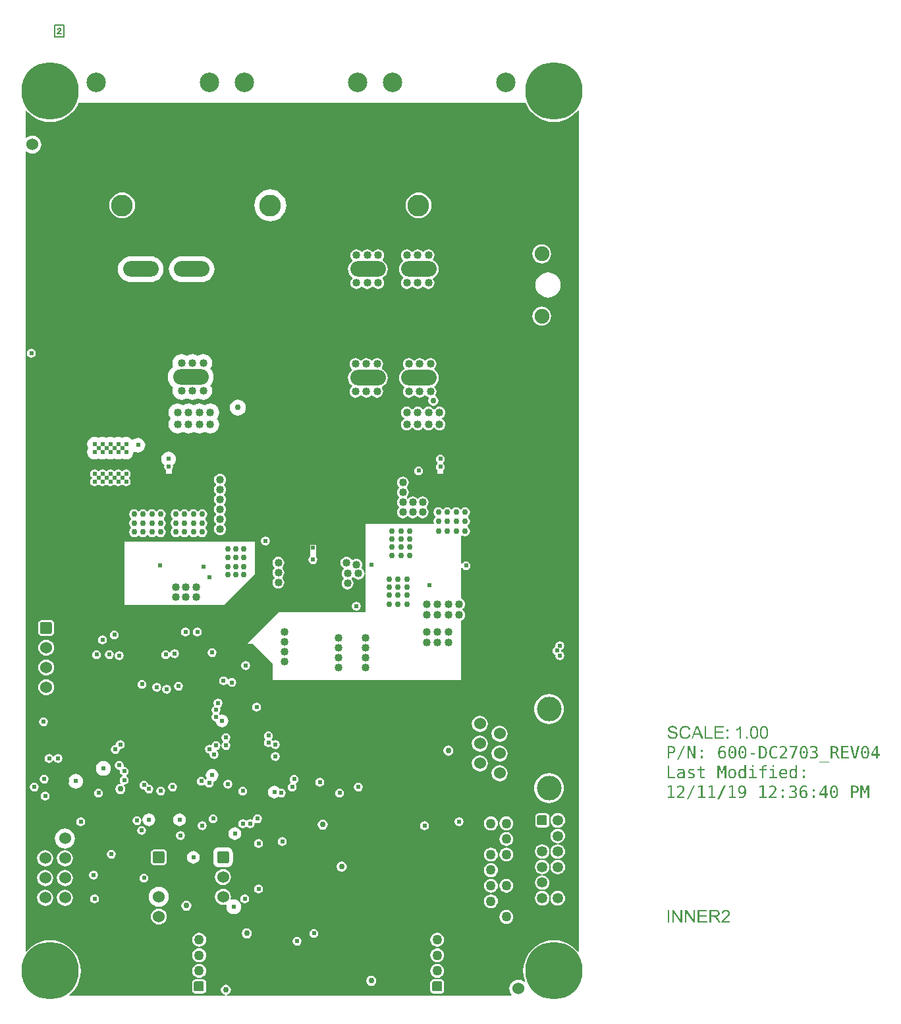
<source format=gbr>
%TF.GenerationSoftware,Altium Limited,Altium Designer,20.0.9 (164)*%
G04 Layer_Physical_Order=2*
G04 Layer_Color=39423*
%FSLAX26Y26*%
%MOIN*%
%TF.FileFunction,Copper,L2,Inr,Signal*%
%TF.Part,Single*%
G01*
G75*
%TA.AperFunction,NonConductor*%
%ADD53C,0.007000*%
%TA.AperFunction,ComponentPad*%
%ADD67C,0.050000*%
G04:AMPARAMS|DCode=68|XSize=50mil|YSize=50mil|CornerRadius=5mil|HoleSize=0mil|Usage=FLASHONLY|Rotation=90.000|XOffset=0mil|YOffset=0mil|HoleType=Round|Shape=RoundedRectangle|*
%AMROUNDEDRECTD68*
21,1,0.050000,0.040000,0,0,90.0*
21,1,0.040000,0.050000,0,0,90.0*
1,1,0.010000,0.020000,0.020000*
1,1,0.010000,0.020000,-0.020000*
1,1,0.010000,-0.020000,-0.020000*
1,1,0.010000,-0.020000,0.020000*
%
%ADD68ROUNDEDRECTD68*%
%ADD69C,0.110000*%
%ADD70C,0.098425*%
G04:AMPARAMS|DCode=72|XSize=60mil|YSize=60mil|CornerRadius=9mil|HoleSize=0mil|Usage=FLASHONLY|Rotation=270.000|XOffset=0mil|YOffset=0mil|HoleType=Round|Shape=RoundedRectangle|*
%AMROUNDEDRECTD72*
21,1,0.060000,0.042000,0,0,270.0*
21,1,0.042000,0.060000,0,0,270.0*
1,1,0.018000,-0.021000,-0.021000*
1,1,0.018000,-0.021000,0.021000*
1,1,0.018000,0.021000,0.021000*
1,1,0.018000,0.021000,-0.021000*
%
%ADD72ROUNDEDRECTD72*%
%ADD73C,0.060000*%
%ADD74C,0.125000*%
%ADD75C,0.290000*%
%ADD76C,0.053000*%
%TA.AperFunction,ViaPad*%
%ADD79C,0.024000*%
%ADD80C,0.030000*%
%TA.AperFunction,TestPad*%
%ADD81C,0.024000*%
%TA.AperFunction,ViaPad*%
%ADD82C,0.040000*%
%TA.AperFunction,ComponentPad*%
%ADD83C,0.074803*%
%TA.AperFunction,TestPad*%
%ADD84C,0.030000*%
%TA.AperFunction,ComponentPad*%
%ADD85O,0.180000X0.078740*%
G36*
X2586467Y4554414D02*
X2599215Y4533612D01*
X2615059Y4515060D01*
X2633612Y4499215D01*
X2654414Y4486467D01*
X2676954Y4477130D01*
X2700678Y4471435D01*
X2725000Y4469521D01*
X2749322Y4471435D01*
X2773046Y4477130D01*
X2795586Y4486467D01*
X2816388Y4499215D01*
X2834941Y4515060D01*
X2845309Y4527199D01*
X2850000Y4525469D01*
X2850000Y274531D01*
X2845309Y272801D01*
X2834941Y284940D01*
X2816388Y300785D01*
X2795586Y313533D01*
X2773046Y322870D01*
X2749322Y328565D01*
X2725000Y330479D01*
X2700678Y328565D01*
X2676954Y322870D01*
X2654414Y313533D01*
X2633612Y300785D01*
X2615059Y284940D01*
X2599215Y266388D01*
X2586467Y245586D01*
X2577130Y223046D01*
X2571435Y199322D01*
X2569521Y175000D01*
X2571435Y150678D01*
X2577130Y126954D01*
X2579307Y121699D01*
X2575201Y118548D01*
X2567694Y124307D01*
X2556747Y128842D01*
X2545000Y130388D01*
X2533253Y128842D01*
X2522306Y124307D01*
X2512906Y117094D01*
X2505693Y107694D01*
X2501158Y96747D01*
X2499612Y85000D01*
X2501158Y73253D01*
X2505693Y62306D01*
X2511299Y55000D01*
X2508833Y50000D01*
X1068742D01*
X1067512Y54491D01*
X1067509Y54528D01*
X1071944Y55891D01*
X1074755Y56450D01*
X1083024Y61976D01*
X1088550Y70246D01*
X1090490Y80000D01*
X1088550Y89754D01*
X1083024Y98024D01*
X1074755Y103549D01*
X1065000Y105490D01*
X1055245Y103549D01*
X1046976Y98024D01*
X1041450Y89754D01*
X1039510Y80000D01*
X1041450Y70246D01*
X1046976Y61976D01*
X1055245Y56450D01*
X1058056Y55891D01*
X1062491Y54528D01*
X1062488Y54491D01*
X1061258Y50000D01*
X274531D01*
X272800Y54691D01*
X284940Y65059D01*
X300785Y83612D01*
X313533Y104414D01*
X322870Y126954D01*
X328565Y150678D01*
X330479Y175000D01*
X328565Y199322D01*
X322870Y223046D01*
X313533Y245586D01*
X300785Y266388D01*
X284940Y284940D01*
X266388Y300785D01*
X245586Y313533D01*
X223046Y322870D01*
X199322Y328565D01*
X175000Y330479D01*
X150678Y328565D01*
X126954Y322870D01*
X104414Y313533D01*
X83612Y300785D01*
X65059Y284940D01*
X54691Y272800D01*
X50000Y274531D01*
X50000Y4318833D01*
X55000Y4321298D01*
X62306Y4315693D01*
X73253Y4311158D01*
X85000Y4309612D01*
X96747Y4311158D01*
X107694Y4315693D01*
X117094Y4322906D01*
X124307Y4332306D01*
X128842Y4343253D01*
X130388Y4355000D01*
X128842Y4366747D01*
X124307Y4377694D01*
X117094Y4387094D01*
X107694Y4394307D01*
X96747Y4398842D01*
X85000Y4400388D01*
X73253Y4398842D01*
X62306Y4394307D01*
X55000Y4388702D01*
X50000Y4391167D01*
Y4525469D01*
X54691Y4527199D01*
X65059Y4515060D01*
X83612Y4499215D01*
X104414Y4486467D01*
X126954Y4477130D01*
X150678Y4471435D01*
X175000Y4469521D01*
X199322Y4471435D01*
X223046Y4477130D01*
X245586Y4486467D01*
X266388Y4499215D01*
X284940Y4515060D01*
X300785Y4533612D01*
X313533Y4554414D01*
X317918Y4565000D01*
X2582082D01*
X2586467Y4554414D01*
D02*
G37*
G36*
X3326656Y1415117D02*
X3327418D01*
X3329131Y1414926D01*
X3331035Y1414641D01*
X3333130Y1414165D01*
X3335319Y1413594D01*
X3337414Y1412832D01*
X3337509D01*
X3337699Y1412737D01*
X3337985Y1412642D01*
X3338366Y1412451D01*
X3339318Y1411880D01*
X3340555Y1411118D01*
X3341888Y1410166D01*
X3343316Y1409024D01*
X3344649Y1407691D01*
X3345791Y1406073D01*
X3345886Y1405882D01*
X3346267Y1405311D01*
X3346743Y1404359D01*
X3347314Y1403217D01*
X3347886Y1401694D01*
X3348362Y1399980D01*
X3348838Y1398076D01*
X3349028Y1396077D01*
X3340936Y1395506D01*
Y1395601D01*
Y1395791D01*
X3340841Y1396077D01*
X3340746Y1396458D01*
X3340555Y1397600D01*
X3340174Y1398933D01*
X3339508Y1400361D01*
X3338746Y1401884D01*
X3337794Y1403312D01*
X3336462Y1404550D01*
X3336271Y1404645D01*
X3335795Y1405026D01*
X3334843Y1405502D01*
X3333606Y1406168D01*
X3332082Y1406739D01*
X3330083Y1407215D01*
X3327798Y1407596D01*
X3325228Y1407691D01*
X3323990D01*
X3323324Y1407596D01*
X3322658Y1407501D01*
X3320944Y1407310D01*
X3319135Y1407025D01*
X3317326Y1406454D01*
X3315613Y1405787D01*
X3314756Y1405311D01*
X3314090Y1404835D01*
X3313899Y1404740D01*
X3313518Y1404359D01*
X3312947Y1403693D01*
X3312376Y1402931D01*
X3311710Y1401884D01*
X3311138Y1400742D01*
X3310758Y1399409D01*
X3310567Y1397981D01*
Y1397790D01*
Y1397410D01*
X3310662Y1396743D01*
X3310853Y1395982D01*
X3311138Y1395125D01*
X3311614Y1394173D01*
X3312186Y1393221D01*
X3313042Y1392364D01*
X3313138Y1392269D01*
X3313614Y1391983D01*
X3313899Y1391793D01*
X3314375Y1391507D01*
X3314851Y1391222D01*
X3315518Y1390936D01*
X3316279Y1390555D01*
X3317231Y1390270D01*
X3318278Y1389794D01*
X3319421Y1389413D01*
X3320754Y1389032D01*
X3322277Y1388556D01*
X3323990Y1388175D01*
X3325799Y1387699D01*
X3325894D01*
X3326275Y1387604D01*
X3326751Y1387509D01*
X3327513Y1387318D01*
X3328370Y1387128D01*
X3329322Y1386842D01*
X3331511Y1386366D01*
X3333796Y1385700D01*
X3336176Y1385034D01*
X3337223Y1384748D01*
X3338270Y1384367D01*
X3339222Y1383986D01*
X3339984Y1383701D01*
X3340079D01*
X3340270Y1383606D01*
X3340555Y1383415D01*
X3340936Y1383225D01*
X3341888Y1382654D01*
X3343126Y1381892D01*
X3344458Y1380940D01*
X3345886Y1379893D01*
X3347124Y1378560D01*
X3348266Y1377132D01*
X3348362Y1376942D01*
X3348647Y1376466D01*
X3349123Y1375609D01*
X3349599Y1374562D01*
X3350075Y1373229D01*
X3350551Y1371706D01*
X3350837Y1369992D01*
X3350932Y1368088D01*
Y1367993D01*
Y1367898D01*
Y1367612D01*
Y1367231D01*
X3350742Y1366184D01*
X3350551Y1364946D01*
X3350170Y1363423D01*
X3349694Y1361805D01*
X3348933Y1360091D01*
X3347981Y1358378D01*
Y1358282D01*
X3347886Y1358187D01*
X3347410Y1357616D01*
X3346743Y1356854D01*
X3345791Y1355807D01*
X3344649Y1354760D01*
X3343126Y1353522D01*
X3341507Y1352475D01*
X3339508Y1351428D01*
X3339413D01*
X3339222Y1351333D01*
X3338937Y1351238D01*
X3338556Y1351047D01*
X3338080Y1350857D01*
X3337414Y1350666D01*
X3335986Y1350190D01*
X3334082Y1349714D01*
X3332082Y1349334D01*
X3329702Y1349048D01*
X3327227Y1348953D01*
X3325799D01*
X3325038Y1349048D01*
X3324181D01*
X3323229Y1349143D01*
X3322182Y1349238D01*
X3319897Y1349524D01*
X3317422Y1350000D01*
X3314946Y1350571D01*
X3312662Y1351428D01*
X3312566D01*
X3312376Y1351523D01*
X3312090Y1351714D01*
X3311710Y1351904D01*
X3310662Y1352475D01*
X3309330Y1353332D01*
X3307806Y1354379D01*
X3306283Y1355712D01*
X3304760Y1357235D01*
X3303427Y1359044D01*
Y1359139D01*
X3303332Y1359234D01*
X3303142Y1359520D01*
X3302951Y1359996D01*
X3302666Y1360472D01*
X3302380Y1361043D01*
X3301714Y1362471D01*
X3301142Y1364185D01*
X3300571Y1366089D01*
X3300190Y1368278D01*
X3300000Y1370658D01*
X3307997Y1371325D01*
Y1371230D01*
Y1371134D01*
X3308092Y1370563D01*
X3308282Y1369611D01*
X3308473Y1368469D01*
X3308854Y1367231D01*
X3309330Y1365898D01*
X3309901Y1364566D01*
X3310567Y1363328D01*
X3310662Y1363233D01*
X3310948Y1362852D01*
X3311424Y1362281D01*
X3312186Y1361614D01*
X3313042Y1360758D01*
X3314185Y1359996D01*
X3315518Y1359139D01*
X3317041Y1358378D01*
X3317136D01*
X3317231Y1358282D01*
X3317802Y1358092D01*
X3318754Y1357806D01*
X3319897Y1357426D01*
X3321325Y1357045D01*
X3323038Y1356759D01*
X3324847Y1356569D01*
X3326846Y1356474D01*
X3327703D01*
X3328560Y1356569D01*
X3329702Y1356664D01*
X3331035Y1356854D01*
X3332463Y1357045D01*
X3333891Y1357426D01*
X3335319Y1357902D01*
X3335510Y1357997D01*
X3335890Y1358187D01*
X3336557Y1358473D01*
X3337414Y1358949D01*
X3338270Y1359520D01*
X3339222Y1360186D01*
X3340079Y1360948D01*
X3340841Y1361805D01*
X3340936Y1361900D01*
X3341126Y1362281D01*
X3341412Y1362757D01*
X3341793Y1363423D01*
X3342174Y1364280D01*
X3342459Y1365232D01*
X3342650Y1366279D01*
X3342745Y1367326D01*
Y1367422D01*
Y1367802D01*
X3342650Y1368374D01*
X3342554Y1369135D01*
X3342364Y1369992D01*
X3341983Y1370849D01*
X3341602Y1371706D01*
X3341031Y1372562D01*
X3340936Y1372658D01*
X3340746Y1372943D01*
X3340270Y1373324D01*
X3339698Y1373895D01*
X3338842Y1374466D01*
X3337890Y1375133D01*
X3336652Y1375799D01*
X3335224Y1376370D01*
X3335129Y1376466D01*
X3334653Y1376561D01*
X3333986Y1376846D01*
X3333415Y1376942D01*
X3332844Y1377132D01*
X3332082Y1377322D01*
X3331321Y1377608D01*
X3330369Y1377894D01*
X3329322Y1378179D01*
X3328179Y1378465D01*
X3326846Y1378750D01*
X3325418Y1379131D01*
X3323800Y1379512D01*
X3323705D01*
X3323419Y1379607D01*
X3322943Y1379702D01*
X3322372Y1379893D01*
X3321610Y1380083D01*
X3320849Y1380274D01*
X3318945Y1380845D01*
X3316850Y1381416D01*
X3314851Y1382082D01*
X3312947Y1382749D01*
X3312186Y1383130D01*
X3311424Y1383510D01*
X3311329D01*
X3311234Y1383606D01*
X3310662Y1383986D01*
X3309901Y1384462D01*
X3308854Y1385129D01*
X3307711Y1385986D01*
X3306569Y1387033D01*
X3305522Y1388175D01*
X3304570Y1389413D01*
X3304474Y1389603D01*
X3304189Y1390079D01*
X3303903Y1390841D01*
X3303522Y1391793D01*
X3303046Y1392935D01*
X3302761Y1394363D01*
X3302475Y1395886D01*
X3302380Y1397505D01*
Y1397600D01*
Y1397695D01*
Y1397981D01*
Y1398362D01*
X3302570Y1399218D01*
X3302761Y1400456D01*
X3303046Y1401884D01*
X3303522Y1403407D01*
X3304189Y1404930D01*
X3305046Y1406549D01*
Y1406644D01*
X3305141Y1406739D01*
X3305522Y1407215D01*
X3306188Y1407977D01*
X3307140Y1408929D01*
X3308282Y1409976D01*
X3309615Y1411118D01*
X3311234Y1412166D01*
X3313138Y1413022D01*
X3313233D01*
X3313423Y1413118D01*
X3313709Y1413213D01*
X3314090Y1413403D01*
X3314566Y1413498D01*
X3315137Y1413689D01*
X3316565Y1414165D01*
X3318374Y1414546D01*
X3320373Y1414831D01*
X3322562Y1415117D01*
X3324847Y1415212D01*
X3326085D01*
X3326656Y1415117D01*
D02*
G37*
G36*
X3391868D02*
X3392725Y1415022D01*
X3393677Y1414926D01*
X3394724Y1414831D01*
X3395962Y1414641D01*
X3398437Y1413974D01*
X3401198Y1413118D01*
X3402530Y1412546D01*
X3403863Y1411880D01*
X3405196Y1411118D01*
X3406434Y1410262D01*
X3406529Y1410166D01*
X3406719Y1410071D01*
X3407100Y1409786D01*
X3407481Y1409405D01*
X3408052Y1408834D01*
X3408623Y1408262D01*
X3409290Y1407501D01*
X3410051Y1406739D01*
X3410813Y1405787D01*
X3411574Y1404740D01*
X3412336Y1403693D01*
X3413098Y1402455D01*
X3413859Y1401122D01*
X3414526Y1399694D01*
X3415097Y1398171D01*
X3415668Y1396553D01*
X3407290Y1394554D01*
Y1394649D01*
X3407195Y1394839D01*
X3407100Y1395220D01*
X3406910Y1395696D01*
X3406624Y1396267D01*
X3406338Y1396934D01*
X3405577Y1398457D01*
X3404720Y1400075D01*
X3403578Y1401789D01*
X3402245Y1403407D01*
X3400722Y1404740D01*
X3400531Y1404835D01*
X3399960Y1405216D01*
X3399103Y1405787D01*
X3397866Y1406358D01*
X3396342Y1406930D01*
X3394534Y1407501D01*
X3392439Y1407882D01*
X3390154Y1407977D01*
X3389393D01*
X3388917Y1407882D01*
X3388250D01*
X3387584Y1407786D01*
X3385870Y1407501D01*
X3383871Y1407120D01*
X3381777Y1406454D01*
X3379778Y1405597D01*
X3377778Y1404359D01*
X3377683D01*
X3377588Y1404169D01*
X3377017Y1403693D01*
X3376065Y1402931D01*
X3375018Y1401884D01*
X3373875Y1400456D01*
X3372733Y1398838D01*
X3371686Y1396934D01*
X3370829Y1394839D01*
Y1394744D01*
X3370734Y1394554D01*
X3370638Y1394268D01*
X3370543Y1393792D01*
X3370353Y1393316D01*
X3370162Y1392650D01*
X3369877Y1391126D01*
X3369496Y1389222D01*
X3369115Y1387128D01*
X3368925Y1384938D01*
X3368830Y1382558D01*
Y1382463D01*
Y1382178D01*
Y1381797D01*
Y1381226D01*
X3368925Y1380464D01*
Y1379607D01*
X3369020Y1378750D01*
X3369115Y1377703D01*
X3369401Y1375514D01*
X3369877Y1373038D01*
X3370448Y1370658D01*
X3371210Y1368278D01*
Y1368183D01*
X3371305Y1367993D01*
X3371495Y1367707D01*
X3371686Y1367326D01*
X3372257Y1366184D01*
X3373018Y1364851D01*
X3374066Y1363328D01*
X3375303Y1361900D01*
X3376826Y1360377D01*
X3378540Y1359139D01*
X3378635D01*
X3378730Y1359044D01*
X3379016Y1358854D01*
X3379397Y1358663D01*
X3380444Y1358187D01*
X3381777Y1357711D01*
X3383395Y1357140D01*
X3385299Y1356664D01*
X3387298Y1356283D01*
X3389488Y1356188D01*
X3390154D01*
X3390630Y1356283D01*
X3391297D01*
X3391963Y1356378D01*
X3393677Y1356664D01*
X3395486Y1357235D01*
X3397485Y1357902D01*
X3399579Y1358949D01*
X3400531Y1359520D01*
X3401483Y1360282D01*
X3401578Y1360377D01*
X3401674Y1360472D01*
X3401959Y1360758D01*
X3402245Y1361043D01*
X3402721Y1361519D01*
X3403102Y1361995D01*
X3404149Y1363328D01*
X3405291Y1365042D01*
X3406434Y1367136D01*
X3407481Y1369611D01*
X3408242Y1372467D01*
X3416715Y1370278D01*
Y1370182D01*
X3416620Y1369802D01*
X3416430Y1369326D01*
X3416239Y1368564D01*
X3415858Y1367707D01*
X3415478Y1366660D01*
X3415097Y1365613D01*
X3414526Y1364375D01*
X3413193Y1361805D01*
X3411574Y1359234D01*
X3410527Y1357902D01*
X3409480Y1356664D01*
X3408338Y1355426D01*
X3407100Y1354379D01*
X3407005Y1354284D01*
X3406814Y1354189D01*
X3406434Y1353903D01*
X3405862Y1353522D01*
X3405196Y1353142D01*
X3404339Y1352666D01*
X3403482Y1352190D01*
X3402340Y1351714D01*
X3401198Y1351142D01*
X3399865Y1350666D01*
X3398532Y1350190D01*
X3397009Y1349810D01*
X3395390Y1349429D01*
X3393772Y1349143D01*
X3391963Y1349048D01*
X3390154Y1348953D01*
X3389202D01*
X3388441Y1349048D01*
X3387584D01*
X3386537Y1349143D01*
X3385394Y1349334D01*
X3384157Y1349524D01*
X3381491Y1350000D01*
X3378635Y1350762D01*
X3375874Y1351809D01*
X3374542Y1352380D01*
X3373304Y1353142D01*
X3373209Y1353237D01*
X3373018Y1353332D01*
X3372733Y1353618D01*
X3372257Y1353903D01*
X3371686Y1354379D01*
X3371114Y1354855D01*
X3369686Y1356283D01*
X3368068Y1357997D01*
X3366354Y1360091D01*
X3364831Y1362471D01*
X3363403Y1365327D01*
Y1365422D01*
X3363308Y1365708D01*
X3363118Y1366089D01*
X3362927Y1366755D01*
X3362642Y1367422D01*
X3362356Y1368374D01*
X3362070Y1369326D01*
X3361785Y1370468D01*
X3361404Y1371706D01*
X3361118Y1373038D01*
X3360642Y1375990D01*
X3360262Y1379131D01*
X3360071Y1382558D01*
Y1382654D01*
Y1383034D01*
Y1383510D01*
X3360166Y1384272D01*
Y1385129D01*
X3360262Y1386081D01*
X3360357Y1387223D01*
X3360547Y1388461D01*
X3361023Y1391222D01*
X3361690Y1394173D01*
X3362642Y1397124D01*
X3363879Y1399980D01*
Y1400075D01*
X3364070Y1400266D01*
X3364260Y1400646D01*
X3364546Y1401218D01*
X3365022Y1401789D01*
X3365498Y1402550D01*
X3366640Y1404169D01*
X3368163Y1405978D01*
X3370067Y1407882D01*
X3372257Y1409690D01*
X3374732Y1411309D01*
X3374827D01*
X3375018Y1411499D01*
X3375398Y1411690D01*
X3375970Y1411880D01*
X3376636Y1412261D01*
X3377398Y1412546D01*
X3378350Y1412927D01*
X3379302Y1413308D01*
X3380444Y1413594D01*
X3381586Y1413974D01*
X3384252Y1414641D01*
X3387108Y1415022D01*
X3390250Y1415212D01*
X3391202D01*
X3391868Y1415117D01*
D02*
G37*
G36*
X3606449Y1387509D02*
X3597500D01*
Y1396458D01*
X3606449D01*
Y1387509D01*
D02*
G37*
G36*
X3705933Y1350000D02*
X3696984D01*
Y1358949D01*
X3705933D01*
Y1350000D01*
D02*
G37*
G36*
X3672422D02*
X3664521D01*
Y1399980D01*
X3664426Y1399885D01*
X3664045Y1399504D01*
X3663378Y1399028D01*
X3662522Y1398266D01*
X3661474Y1397505D01*
X3660142Y1396553D01*
X3658618Y1395601D01*
X3657000Y1394554D01*
X3656905D01*
X3656810Y1394458D01*
X3656238Y1394078D01*
X3655382Y1393602D01*
X3654239Y1393030D01*
X3653002Y1392364D01*
X3651669Y1391793D01*
X3650241Y1391126D01*
X3648813Y1390555D01*
Y1398171D01*
X3648908D01*
X3649098Y1398266D01*
X3649479Y1398457D01*
X3649955Y1398742D01*
X3650526Y1399028D01*
X3651193Y1399409D01*
X3652716Y1400266D01*
X3654525Y1401313D01*
X3656429Y1402550D01*
X3658333Y1403978D01*
X3660237Y1405597D01*
X3660332Y1405692D01*
X3660427Y1405787D01*
X3661094Y1406358D01*
X3661950Y1407215D01*
X3662998Y1408358D01*
X3664140Y1409690D01*
X3665282Y1411118D01*
X3666425Y1412642D01*
X3667282Y1414260D01*
X3672422D01*
Y1350000D01*
D02*
G37*
G36*
X3606449D02*
X3597500D01*
Y1358949D01*
X3606449D01*
Y1350000D01*
D02*
G37*
G36*
X3583125Y1406549D02*
X3545235D01*
Y1386938D01*
X3580745D01*
Y1379417D01*
X3545235D01*
Y1357521D01*
X3584648D01*
Y1350000D01*
X3536762D01*
Y1414070D01*
X3583125D01*
Y1406549D01*
D02*
G37*
G36*
X3494970Y1357521D02*
X3526481D01*
Y1350000D01*
X3486497D01*
Y1414070D01*
X3494970D01*
Y1357521D01*
D02*
G37*
G36*
X3479928Y1350000D02*
X3470313D01*
X3462887Y1369421D01*
X3436041D01*
X3429091Y1350000D01*
X3420142D01*
X3444514Y1414070D01*
X3453843D01*
X3479928Y1350000D01*
D02*
G37*
G36*
X3789899Y1414165D02*
X3791137Y1413974D01*
X3792565Y1413784D01*
X3794088Y1413403D01*
X3795611Y1412832D01*
X3797134Y1412166D01*
X3797325Y1412070D01*
X3797801Y1411785D01*
X3798467Y1411309D01*
X3799419Y1410642D01*
X3800371Y1409786D01*
X3801514Y1408738D01*
X3802561Y1407596D01*
X3803513Y1406168D01*
X3803608Y1405978D01*
X3803894Y1405502D01*
X3804370Y1404645D01*
X3804941Y1403502D01*
X3805607Y1402170D01*
X3806274Y1400551D01*
X3806940Y1398647D01*
X3807511Y1396648D01*
Y1396553D01*
X3807606Y1396362D01*
X3807702Y1396077D01*
X3807797Y1395601D01*
X3807892Y1395030D01*
X3807987Y1394363D01*
X3808178Y1393602D01*
X3808273Y1392650D01*
X3808463Y1391602D01*
X3808558Y1390460D01*
X3808654Y1389222D01*
X3808844Y1387890D01*
X3808939Y1386462D01*
Y1384938D01*
X3809034Y1383225D01*
Y1381511D01*
Y1381416D01*
Y1381035D01*
Y1380464D01*
Y1379607D01*
X3808939Y1378655D01*
Y1377608D01*
X3808844Y1376370D01*
X3808749Y1375038D01*
X3808463Y1372182D01*
X3807987Y1369135D01*
X3807416Y1366089D01*
X3807035Y1364661D01*
X3806654Y1363328D01*
Y1363233D01*
X3806559Y1363042D01*
X3806369Y1362662D01*
X3806274Y1362186D01*
X3805988Y1361614D01*
X3805702Y1360948D01*
X3804941Y1359425D01*
X3803989Y1357711D01*
X3802751Y1355902D01*
X3801323Y1354189D01*
X3799705Y1352666D01*
X3799610D01*
X3799514Y1352475D01*
X3799229Y1352285D01*
X3798848Y1352094D01*
X3797896Y1351523D01*
X3796563Y1350857D01*
X3794850Y1350095D01*
X3792850Y1349524D01*
X3790661Y1349143D01*
X3788090Y1348953D01*
X3787234D01*
X3786567Y1349048D01*
X3785806Y1349143D01*
X3784854Y1349334D01*
X3783902Y1349524D01*
X3782854Y1349810D01*
X3781712Y1350095D01*
X3780474Y1350571D01*
X3779237Y1351047D01*
X3778094Y1351714D01*
X3776857Y1352475D01*
X3775714Y1353332D01*
X3774572Y1354379D01*
X3773525Y1355522D01*
X3773430Y1355617D01*
X3773239Y1355902D01*
X3772954Y1356378D01*
X3772573Y1357045D01*
X3772097Y1357902D01*
X3771526Y1359044D01*
X3770954Y1360282D01*
X3770383Y1361805D01*
X3769812Y1363518D01*
X3769241Y1365422D01*
X3768670Y1367517D01*
X3768194Y1369897D01*
X3767813Y1372467D01*
X3767527Y1375228D01*
X3767337Y1378274D01*
X3767242Y1381511D01*
Y1381606D01*
Y1381987D01*
Y1382558D01*
Y1383415D01*
X3767337Y1384367D01*
Y1385510D01*
X3767432Y1386747D01*
X3767527Y1388080D01*
X3767813Y1390936D01*
X3768194Y1393982D01*
X3768765Y1397029D01*
X3769146Y1398457D01*
X3769526Y1399790D01*
Y1399885D01*
X3769622Y1400075D01*
X3769812Y1400456D01*
X3770002Y1400932D01*
X3770193Y1401503D01*
X3770478Y1402170D01*
X3771335Y1403693D01*
X3772287Y1405406D01*
X3773430Y1407215D01*
X3774858Y1408929D01*
X3776476Y1410452D01*
X3776571D01*
X3776666Y1410642D01*
X3776952Y1410833D01*
X3777333Y1411023D01*
X3777809Y1411309D01*
X3778285Y1411690D01*
X3779713Y1412356D01*
X3781331Y1413022D01*
X3783330Y1413689D01*
X3785615Y1414070D01*
X3788090Y1414260D01*
X3788947D01*
X3789899Y1414165D01*
D02*
G37*
G36*
X3740110D02*
X3741347Y1413974D01*
X3742775Y1413784D01*
X3744298Y1413403D01*
X3745822Y1412832D01*
X3747345Y1412166D01*
X3747535Y1412070D01*
X3748011Y1411785D01*
X3748678Y1411309D01*
X3749630Y1410642D01*
X3750582Y1409786D01*
X3751724Y1408738D01*
X3752771Y1407596D01*
X3753723Y1406168D01*
X3753818Y1405978D01*
X3754104Y1405502D01*
X3754580Y1404645D01*
X3755151Y1403502D01*
X3755818Y1402170D01*
X3756484Y1400551D01*
X3757150Y1398647D01*
X3757722Y1396648D01*
Y1396553D01*
X3757817Y1396362D01*
X3757912Y1396077D01*
X3758007Y1395601D01*
X3758102Y1395030D01*
X3758198Y1394363D01*
X3758388Y1393602D01*
X3758483Y1392650D01*
X3758674Y1391602D01*
X3758769Y1390460D01*
X3758864Y1389222D01*
X3759054Y1387890D01*
X3759150Y1386462D01*
Y1384938D01*
X3759245Y1383225D01*
Y1381511D01*
Y1381416D01*
Y1381035D01*
Y1380464D01*
Y1379607D01*
X3759150Y1378655D01*
Y1377608D01*
X3759054Y1376370D01*
X3758959Y1375038D01*
X3758674Y1372182D01*
X3758198Y1369135D01*
X3757626Y1366089D01*
X3757246Y1364661D01*
X3756865Y1363328D01*
Y1363233D01*
X3756770Y1363042D01*
X3756579Y1362662D01*
X3756484Y1362186D01*
X3756198Y1361614D01*
X3755913Y1360948D01*
X3755151Y1359425D01*
X3754199Y1357711D01*
X3752962Y1355902D01*
X3751534Y1354189D01*
X3749915Y1352666D01*
X3749820D01*
X3749725Y1352475D01*
X3749439Y1352285D01*
X3749058Y1352094D01*
X3748106Y1351523D01*
X3746774Y1350857D01*
X3745060Y1350095D01*
X3743061Y1349524D01*
X3740871Y1349143D01*
X3738301Y1348953D01*
X3737444D01*
X3736778Y1349048D01*
X3736016Y1349143D01*
X3735064Y1349334D01*
X3734112Y1349524D01*
X3733065Y1349810D01*
X3731922Y1350095D01*
X3730685Y1350571D01*
X3729447Y1351047D01*
X3728305Y1351714D01*
X3727067Y1352475D01*
X3725925Y1353332D01*
X3724782Y1354379D01*
X3723735Y1355522D01*
X3723640Y1355617D01*
X3723450Y1355902D01*
X3723164Y1356378D01*
X3722783Y1357045D01*
X3722307Y1357902D01*
X3721736Y1359044D01*
X3721165Y1360282D01*
X3720594Y1361805D01*
X3720022Y1363518D01*
X3719451Y1365422D01*
X3718880Y1367517D01*
X3718404Y1369897D01*
X3718023Y1372467D01*
X3717738Y1375228D01*
X3717547Y1378274D01*
X3717452Y1381511D01*
Y1381606D01*
Y1381987D01*
Y1382558D01*
Y1383415D01*
X3717547Y1384367D01*
Y1385510D01*
X3717642Y1386747D01*
X3717738Y1388080D01*
X3718023Y1390936D01*
X3718404Y1393982D01*
X3718975Y1397029D01*
X3719356Y1398457D01*
X3719737Y1399790D01*
Y1399885D01*
X3719832Y1400075D01*
X3720022Y1400456D01*
X3720213Y1400932D01*
X3720403Y1401503D01*
X3720689Y1402170D01*
X3721546Y1403693D01*
X3722498Y1405406D01*
X3723640Y1407215D01*
X3725068Y1408929D01*
X3726686Y1410452D01*
X3726782D01*
X3726877Y1410642D01*
X3727162Y1410833D01*
X3727543Y1411023D01*
X3728019Y1411309D01*
X3728495Y1411690D01*
X3729923Y1412356D01*
X3731542Y1413022D01*
X3733541Y1413689D01*
X3735826Y1414070D01*
X3738301Y1414260D01*
X3739158D01*
X3740110Y1414165D01*
D02*
G37*
G36*
X3581506Y1313594D02*
X3582363Y1313498D01*
X3583410Y1313403D01*
X3585695Y1313022D01*
X3585886D01*
X3586266Y1312927D01*
X3586838Y1312737D01*
X3587599Y1312546D01*
X3588551Y1312261D01*
X3589598Y1311975D01*
X3591788Y1311214D01*
Y1303407D01*
X3591693Y1303502D01*
X3591312Y1303693D01*
X3590741Y1303978D01*
X3590074Y1304264D01*
X3589218Y1304645D01*
X3588266Y1305026D01*
X3586076Y1305692D01*
X3585981D01*
X3585600Y1305787D01*
X3584934Y1305978D01*
X3584172Y1306168D01*
X3583315Y1306263D01*
X3582268Y1306454D01*
X3579888Y1306549D01*
X3579126D01*
X3578555Y1306454D01*
X3577889Y1306358D01*
X3577127Y1306263D01*
X3575414Y1305787D01*
X3573414Y1305026D01*
X3572367Y1304550D01*
X3571415Y1303978D01*
X3570368Y1303312D01*
X3569416Y1302455D01*
X3568559Y1301503D01*
X3567702Y1300456D01*
Y1300361D01*
X3567512Y1300170D01*
X3567322Y1299790D01*
X3567036Y1299314D01*
X3566750Y1298647D01*
X3566370Y1297886D01*
X3566084Y1297029D01*
X3565703Y1295982D01*
X3565322Y1294744D01*
X3564942Y1293411D01*
X3564561Y1291983D01*
X3564275Y1290365D01*
X3563990Y1288556D01*
X3563799Y1286747D01*
X3563704Y1284748D01*
X3563613Y1282658D01*
X3563704Y1282749D01*
X3563990Y1283225D01*
X3564466Y1283986D01*
X3565037Y1284938D01*
X3565798Y1285986D01*
X3566750Y1287033D01*
X3567893Y1288080D01*
X3569130Y1289032D01*
X3569321Y1289127D01*
X3569797Y1289413D01*
X3570558Y1289794D01*
X3571510Y1290174D01*
X3572748Y1290555D01*
X3574081Y1290936D01*
X3575699Y1291222D01*
X3577318Y1291317D01*
X3578174D01*
X3578841Y1291222D01*
X3579602Y1291126D01*
X3580459Y1291031D01*
X3581411Y1290841D01*
X3582458Y1290650D01*
X3584743Y1289984D01*
X3585886Y1289508D01*
X3587028Y1288937D01*
X3588170Y1288270D01*
X3589313Y1287604D01*
X3590360Y1286652D01*
X3591312Y1285700D01*
X3591407Y1285605D01*
X3591502Y1285414D01*
X3591788Y1285129D01*
X3592074Y1284653D01*
X3592454Y1284082D01*
X3592930Y1283415D01*
X3593406Y1282558D01*
X3593882Y1281702D01*
X3594263Y1280654D01*
X3594739Y1279417D01*
X3595215Y1278179D01*
X3595596Y1276751D01*
X3595882Y1275228D01*
X3596167Y1273610D01*
X3596262Y1271896D01*
X3596358Y1269992D01*
Y1269897D01*
Y1269516D01*
Y1269040D01*
X3596262Y1268374D01*
X3596167Y1267517D01*
X3596072Y1266470D01*
X3595977Y1265422D01*
X3595691Y1264280D01*
X3595120Y1261710D01*
X3594168Y1259139D01*
X3593597Y1257806D01*
X3592930Y1256569D01*
X3592169Y1255426D01*
X3591217Y1254284D01*
X3591122Y1254189D01*
X3591026Y1254094D01*
X3590646Y1253808D01*
X3590265Y1253427D01*
X3589789Y1253046D01*
X3589122Y1252570D01*
X3588361Y1251999D01*
X3587504Y1251523D01*
X3586552Y1251047D01*
X3585410Y1250476D01*
X3584267Y1250000D01*
X3583030Y1249619D01*
X3581602Y1249238D01*
X3580078Y1249048D01*
X3578555Y1248858D01*
X3576842Y1248762D01*
X3576366D01*
X3575794Y1248858D01*
X3575033D01*
X3574176Y1249048D01*
X3573129Y1249143D01*
X3571986Y1249429D01*
X3570749Y1249714D01*
X3569416Y1250190D01*
X3568083Y1250666D01*
X3566750Y1251333D01*
X3565513Y1252094D01*
X3564180Y1252951D01*
X3562942Y1253998D01*
X3561895Y1255236D01*
X3560848Y1256569D01*
X3560753Y1256664D01*
X3560658Y1256950D01*
X3560372Y1257426D01*
X3560086Y1258092D01*
X3559706Y1258854D01*
X3559230Y1259901D01*
X3558754Y1261138D01*
X3558373Y1262566D01*
X3557897Y1264185D01*
X3557421Y1265994D01*
X3556945Y1267993D01*
X3556564Y1270182D01*
X3556278Y1272658D01*
X3555993Y1275228D01*
X3555898Y1278084D01*
X3555802Y1281130D01*
Y1281321D01*
Y1281797D01*
Y1282654D01*
X3555898Y1283701D01*
X3555993Y1285034D01*
X3556088Y1286557D01*
X3556278Y1288270D01*
X3556564Y1290079D01*
X3556850Y1292078D01*
X3557326Y1293982D01*
X3557802Y1296077D01*
X3558373Y1298076D01*
X3559039Y1299980D01*
X3559896Y1301884D01*
X3560848Y1303693D01*
X3561895Y1305311D01*
X3561990Y1305406D01*
X3562181Y1305692D01*
X3562562Y1306073D01*
X3563038Y1306644D01*
X3563704Y1307215D01*
X3564466Y1307977D01*
X3565322Y1308738D01*
X3566370Y1309500D01*
X3567607Y1310262D01*
X3568845Y1311023D01*
X3570368Y1311785D01*
X3571891Y1312356D01*
X3573605Y1312927D01*
X3575414Y1313308D01*
X3577413Y1313594D01*
X3579507Y1313689D01*
X3580650D01*
X3581506Y1313594D01*
D02*
G37*
G36*
X3842069D02*
X3843116Y1313498D01*
X3844354Y1313308D01*
X3846924Y1312832D01*
X3847114D01*
X3847495Y1312642D01*
X3848162Y1312451D01*
X3849018Y1312166D01*
X3850066Y1311785D01*
X3851208Y1311404D01*
X3853588Y1310262D01*
Y1301598D01*
X3853493Y1301694D01*
X3853017Y1301979D01*
X3852446Y1302455D01*
X3851589Y1303026D01*
X3850542Y1303598D01*
X3849399Y1304264D01*
X3848162Y1304835D01*
X3846829Y1305406D01*
X3846638Y1305502D01*
X3846258Y1305597D01*
X3845496Y1305882D01*
X3844639Y1306168D01*
X3843497Y1306358D01*
X3842354Y1306644D01*
X3841022Y1306739D01*
X3839689Y1306834D01*
X3838927D01*
X3838356Y1306739D01*
X3837690Y1306644D01*
X3836928Y1306454D01*
X3835119Y1306073D01*
X3833120Y1305311D01*
X3832073Y1304740D01*
X3831026Y1304169D01*
X3830074Y1303407D01*
X3829122Y1302550D01*
X3828265Y1301598D01*
X3827408Y1300456D01*
Y1300361D01*
X3827218Y1300170D01*
X3827027Y1299790D01*
X3826742Y1299218D01*
X3826456Y1298552D01*
X3826075Y1297790D01*
X3825790Y1296743D01*
X3825409Y1295696D01*
X3825028Y1294363D01*
X3824647Y1292935D01*
X3824266Y1291317D01*
X3823981Y1289603D01*
X3823695Y1287699D01*
X3823505Y1285700D01*
X3823410Y1283510D01*
X3823314Y1281130D01*
Y1280940D01*
Y1280559D01*
Y1279893D01*
X3823410Y1279036D01*
Y1277989D01*
X3823505Y1276751D01*
X3823695Y1275418D01*
X3823790Y1273895D01*
X3824362Y1270754D01*
X3825028Y1267612D01*
X3826075Y1264566D01*
X3826646Y1263138D01*
X3827408Y1261900D01*
X3827503Y1261805D01*
X3827598Y1261614D01*
X3827884Y1261329D01*
X3828170Y1260948D01*
X3828646Y1260472D01*
X3829122Y1259901D01*
X3829788Y1259330D01*
X3830454Y1258758D01*
X3831311Y1258187D01*
X3832168Y1257616D01*
X3833215Y1257045D01*
X3834358Y1256569D01*
X3835500Y1256188D01*
X3836833Y1255902D01*
X3838166Y1255712D01*
X3839689Y1255617D01*
X3840355D01*
X3841022Y1255712D01*
X3841974Y1255807D01*
X3843116Y1255902D01*
X3844354Y1256188D01*
X3845591Y1256474D01*
X3846924Y1256950D01*
X3847114Y1257045D01*
X3847495Y1257235D01*
X3848162Y1257521D01*
X3849114Y1257902D01*
X3850066Y1258473D01*
X3851208Y1259139D01*
X3852446Y1259996D01*
X3853588Y1260853D01*
Y1252190D01*
X3853493Y1252094D01*
X3853017Y1251904D01*
X3852350Y1251618D01*
X3851589Y1251238D01*
X3850542Y1250857D01*
X3849399Y1250381D01*
X3846924Y1249619D01*
X3846734D01*
X3846353Y1249524D01*
X3845686Y1249334D01*
X3844734Y1249238D01*
X3843687Y1249048D01*
X3842450Y1248858D01*
X3841117Y1248762D01*
X3839118D01*
X3838546Y1248858D01*
X3837690D01*
X3836738Y1249048D01*
X3835500Y1249238D01*
X3834262Y1249429D01*
X3832834Y1249810D01*
X3831406Y1250286D01*
X3829883Y1250857D01*
X3828360Y1251523D01*
X3826742Y1252380D01*
X3825218Y1253332D01*
X3823790Y1254474D01*
X3822362Y1255712D01*
X3821030Y1257235D01*
X3820934Y1257330D01*
X3820744Y1257616D01*
X3820458Y1258092D01*
X3819982Y1258758D01*
X3819506Y1259710D01*
X3818935Y1260758D01*
X3818364Y1261995D01*
X3817793Y1263423D01*
X3817126Y1265042D01*
X3816555Y1266755D01*
X3815984Y1268754D01*
X3815508Y1270849D01*
X3815032Y1273229D01*
X3814746Y1275704D01*
X3814556Y1278370D01*
X3814461Y1281130D01*
Y1281321D01*
Y1281797D01*
Y1282558D01*
X3814556Y1283701D01*
X3814651Y1284938D01*
X3814842Y1286462D01*
X3815032Y1288080D01*
X3815318Y1289889D01*
X3815603Y1291793D01*
X3816079Y1293697D01*
X3816650Y1295696D01*
X3817317Y1297695D01*
X3818078Y1299599D01*
X3818935Y1301503D01*
X3819982Y1303312D01*
X3821125Y1305026D01*
X3821220Y1305121D01*
X3821410Y1305406D01*
X3821791Y1305787D01*
X3822362Y1306358D01*
X3823029Y1307025D01*
X3823886Y1307786D01*
X3824838Y1308548D01*
X3825980Y1309405D01*
X3827218Y1310166D01*
X3828550Y1310928D01*
X3830074Y1311690D01*
X3831787Y1312356D01*
X3833596Y1312927D01*
X3835500Y1313308D01*
X3837499Y1313594D01*
X3839689Y1313689D01*
X3841117D01*
X3842069Y1313594D01*
D02*
G37*
G36*
X3477834Y1281892D02*
X3467266D01*
Y1294554D01*
X3477834D01*
Y1281892D01*
D02*
G37*
G36*
X3742014Y1270087D02*
X3720213D01*
Y1276942D01*
X3742014D01*
Y1270087D01*
D02*
G37*
G36*
X3440991Y1250000D02*
X3430234D01*
X3409099Y1301503D01*
Y1250000D01*
X3400912D01*
Y1312642D01*
X3411574D01*
X3432804Y1261043D01*
Y1312642D01*
X3440991D01*
Y1250000D01*
D02*
G37*
G36*
X4253142D02*
X4242861D01*
X4224582Y1312642D01*
X4233341D01*
X4248002Y1257045D01*
X4262662Y1312642D01*
X4271516D01*
X4253142Y1250000D01*
D02*
G37*
G36*
X4040561Y1313594D02*
X4041322D01*
X4042179Y1313403D01*
X4043226Y1313308D01*
X4044274Y1313118D01*
X4046654Y1312546D01*
X4049129Y1311690D01*
X4050271Y1311214D01*
X4051509Y1310547D01*
X4052651Y1309881D01*
X4053698Y1309024D01*
X4053794Y1308929D01*
X4053984Y1308834D01*
X4054174Y1308548D01*
X4054555Y1308167D01*
X4054936Y1307691D01*
X4055412Y1307215D01*
X4056459Y1305787D01*
X4057506Y1304074D01*
X4058363Y1301979D01*
X4058744Y1300837D01*
X4059030Y1299599D01*
X4059125Y1298266D01*
X4059220Y1296934D01*
Y1296838D01*
Y1296743D01*
Y1296458D01*
Y1296077D01*
X4059030Y1295125D01*
X4058839Y1293887D01*
X4058458Y1292554D01*
X4057982Y1291126D01*
X4057221Y1289698D01*
X4056269Y1288270D01*
X4056174Y1288080D01*
X4055698Y1287699D01*
X4055126Y1287128D01*
X4054174Y1286366D01*
X4053032Y1285605D01*
X4051604Y1284748D01*
X4049890Y1284082D01*
X4047986Y1283415D01*
X4048082D01*
X4048272Y1283320D01*
X4048558Y1283225D01*
X4049034Y1283130D01*
X4050081Y1282654D01*
X4051414Y1282082D01*
X4052937Y1281321D01*
X4054460Y1280274D01*
X4055983Y1279036D01*
X4057316Y1277608D01*
X4057506Y1277418D01*
X4057887Y1276846D01*
X4058363Y1275990D01*
X4059030Y1274752D01*
X4059601Y1273324D01*
X4060172Y1271515D01*
X4060553Y1269516D01*
X4060648Y1267231D01*
Y1267136D01*
Y1266850D01*
Y1266374D01*
X4060553Y1265803D01*
X4060458Y1265042D01*
X4060362Y1264185D01*
X4059886Y1262281D01*
X4059220Y1260091D01*
X4058744Y1258949D01*
X4058173Y1257806D01*
X4057506Y1256759D01*
X4056650Y1255617D01*
X4055793Y1254570D01*
X4054746Y1253618D01*
X4054650Y1253522D01*
X4054460Y1253427D01*
X4054174Y1253142D01*
X4053698Y1252856D01*
X4053127Y1252475D01*
X4052366Y1252094D01*
X4051509Y1251618D01*
X4050557Y1251238D01*
X4049510Y1250762D01*
X4048272Y1250286D01*
X4046939Y1249905D01*
X4045511Y1249524D01*
X4043988Y1249238D01*
X4042370Y1248953D01*
X4040656Y1248858D01*
X4038752Y1248762D01*
X4037134D01*
X4035991Y1248858D01*
X4034658Y1248953D01*
X4033135Y1249048D01*
X4031612Y1249238D01*
X4029898Y1249524D01*
X4029708D01*
X4029137Y1249714D01*
X4028280Y1249810D01*
X4027138Y1250095D01*
X4025805Y1250476D01*
X4024282Y1250857D01*
X4021140Y1251904D01*
Y1260377D01*
X4021235D01*
X4021330Y1260282D01*
X4021902Y1259996D01*
X4022663Y1259615D01*
X4023806Y1259139D01*
X4025043Y1258568D01*
X4026471Y1257997D01*
X4027994Y1257426D01*
X4029518Y1256950D01*
X4029708D01*
X4030279Y1256759D01*
X4031041Y1256664D01*
X4032088Y1256474D01*
X4033421Y1256283D01*
X4034754Y1256093D01*
X4036277Y1255998D01*
X4037800Y1255902D01*
X4038466D01*
X4038942Y1255998D01*
X4039514D01*
X4040180Y1256093D01*
X4041703Y1256283D01*
X4043417Y1256664D01*
X4045226Y1257235D01*
X4046939Y1257997D01*
X4048462Y1259044D01*
X4048653Y1259234D01*
X4049034Y1259615D01*
X4049700Y1260377D01*
X4050366Y1261329D01*
X4051033Y1262662D01*
X4051699Y1264185D01*
X4052080Y1265994D01*
X4052270Y1268088D01*
Y1268183D01*
Y1268374D01*
Y1268659D01*
X4052175Y1268945D01*
X4052080Y1269992D01*
X4051794Y1271230D01*
X4051318Y1272562D01*
X4050652Y1273990D01*
X4049700Y1275418D01*
X4048462Y1276751D01*
X4048272Y1276846D01*
X4047796Y1277227D01*
X4046939Y1277798D01*
X4045797Y1278370D01*
X4044369Y1278941D01*
X4042655Y1279512D01*
X4040656Y1279893D01*
X4038371Y1279988D01*
X4031993D01*
Y1286938D01*
X4039323D01*
X4040370Y1287033D01*
X4041703Y1287223D01*
X4043226Y1287509D01*
X4044750Y1287985D01*
X4046178Y1288556D01*
X4047510Y1289413D01*
X4047701Y1289508D01*
X4048082Y1289889D01*
X4048558Y1290460D01*
X4049224Y1291317D01*
X4049795Y1292269D01*
X4050366Y1293506D01*
X4050747Y1294934D01*
X4050842Y1296553D01*
Y1296648D01*
Y1296743D01*
Y1297314D01*
X4050652Y1298171D01*
X4050462Y1299218D01*
X4050081Y1300456D01*
X4049605Y1301694D01*
X4048843Y1302836D01*
X4047796Y1303883D01*
X4047701Y1303978D01*
X4047225Y1304264D01*
X4046558Y1304740D01*
X4045606Y1305216D01*
X4044369Y1305692D01*
X4042846Y1306168D01*
X4041037Y1306454D01*
X4039038Y1306549D01*
X4037610D01*
X4036658Y1306454D01*
X4035515Y1306358D01*
X4034182Y1306168D01*
X4032850Y1305978D01*
X4031326Y1305692D01*
X4031136D01*
X4030660Y1305502D01*
X4029803Y1305311D01*
X4028756Y1305026D01*
X4027518Y1304740D01*
X4026186Y1304264D01*
X4024662Y1303788D01*
X4023044Y1303217D01*
Y1311023D01*
X4023139D01*
X4023234Y1311118D01*
X4023520D01*
X4023901Y1311214D01*
X4024853Y1311499D01*
X4026090Y1311785D01*
X4027423Y1312070D01*
X4028946Y1312451D01*
X4030470Y1312737D01*
X4031993Y1313022D01*
X4032183D01*
X4032659Y1313118D01*
X4033421Y1313213D01*
X4034373Y1313403D01*
X4035515Y1313498D01*
X4036658Y1313594D01*
X4039038Y1313689D01*
X4039894D01*
X4040561Y1313594D01*
D02*
G37*
G36*
X4364812Y1271801D02*
X4373190D01*
Y1264946D01*
X4364812D01*
Y1250000D01*
X4356339D01*
Y1264946D01*
X4329874D01*
Y1272943D01*
X4355006Y1312642D01*
X4364812D01*
Y1271801D01*
D02*
G37*
G36*
X4216014Y1305502D02*
X4187264D01*
Y1286938D01*
X4214682D01*
Y1279798D01*
X4187264D01*
Y1257140D01*
X4216776D01*
Y1250000D01*
X4178791D01*
Y1312642D01*
X4216014D01*
Y1305502D01*
D02*
G37*
G36*
X4143853Y1312546D02*
X4144710D01*
X4145757Y1312356D01*
X4146804Y1312261D01*
X4148042Y1312070D01*
X4150612Y1311499D01*
X4153182Y1310642D01*
X4154515Y1310166D01*
X4155753Y1309500D01*
X4156990Y1308834D01*
X4158038Y1307977D01*
X4158133Y1307882D01*
X4158323Y1307786D01*
X4158514Y1307501D01*
X4158894Y1307120D01*
X4159275Y1306644D01*
X4159751Y1306073D01*
X4160322Y1305311D01*
X4160798Y1304550D01*
X4161274Y1303598D01*
X4161846Y1302646D01*
X4162322Y1301503D01*
X4162702Y1300266D01*
X4163083Y1299028D01*
X4163369Y1297600D01*
X4163464Y1296077D01*
X4163559Y1294458D01*
Y1294363D01*
Y1294173D01*
Y1293887D01*
X4163464Y1293411D01*
Y1292935D01*
X4163369Y1292269D01*
X4163178Y1290841D01*
X4162702Y1289222D01*
X4162131Y1287509D01*
X4161274Y1285890D01*
X4160132Y1284272D01*
X4159942Y1284082D01*
X4159466Y1283606D01*
X4158704Y1283034D01*
X4157657Y1282178D01*
X4156324Y1281416D01*
X4154706Y1280654D01*
X4152802Y1279988D01*
X4150612Y1279512D01*
X4150802D01*
X4151183Y1279322D01*
X4151754Y1279131D01*
X4152516Y1278750D01*
X4153373Y1278370D01*
X4154325Y1277798D01*
X4155277Y1277132D01*
X4156134Y1276275D01*
X4156229Y1276180D01*
X4156610Y1275799D01*
X4157086Y1275228D01*
X4157752Y1274276D01*
X4158609Y1273038D01*
X4159085Y1272277D01*
X4159561Y1271420D01*
X4160132Y1270468D01*
X4160703Y1269421D01*
X4161274Y1268278D01*
X4161941Y1267041D01*
X4170509Y1250000D01*
X4161370D01*
X4153849Y1265803D01*
Y1265898D01*
X4153754Y1266089D01*
X4153563Y1266470D01*
X4153278Y1266850D01*
X4152706Y1268088D01*
X4151945Y1269421D01*
X4150993Y1270849D01*
X4150041Y1272277D01*
X4148994Y1273514D01*
X4148518Y1274086D01*
X4148042Y1274466D01*
X4147946Y1274562D01*
X4147566Y1274752D01*
X4146994Y1275133D01*
X4146233Y1275514D01*
X4145281Y1275799D01*
X4144138Y1276180D01*
X4142806Y1276370D01*
X4141378Y1276466D01*
X4133286D01*
Y1250000D01*
X4124813D01*
Y1312642D01*
X4143091D01*
X4143853Y1312546D01*
D02*
G37*
G36*
X3957261Y1309024D02*
X3934794Y1250000D01*
X3926035D01*
X3947741Y1305502D01*
X3917848D01*
Y1312642D01*
X3957261D01*
Y1309024D01*
D02*
G37*
G36*
X3885385Y1313594D02*
X3886146Y1313498D01*
X3887098Y1313403D01*
X3888050Y1313308D01*
X3889193Y1313118D01*
X3891573Y1312451D01*
X3894048Y1311594D01*
X3895286Y1311023D01*
X3896428Y1310357D01*
X3897666Y1309595D01*
X3898713Y1308738D01*
X3898808Y1308643D01*
X3898998Y1308548D01*
X3899189Y1308262D01*
X3899570Y1307882D01*
X3900046Y1307406D01*
X3900522Y1306834D01*
X3900998Y1306073D01*
X3901569Y1305311D01*
X3902521Y1303502D01*
X3903473Y1301313D01*
X3903854Y1300075D01*
X3904044Y1298838D01*
X3904234Y1297410D01*
X3904330Y1295982D01*
Y1295791D01*
Y1295315D01*
X3904234Y1294458D01*
X3904139Y1293506D01*
X3903854Y1292269D01*
X3903568Y1290841D01*
X3903092Y1289413D01*
X3902426Y1287890D01*
X3902330Y1287699D01*
X3902045Y1287223D01*
X3901569Y1286366D01*
X3900998Y1285319D01*
X3900141Y1283986D01*
X3899094Y1282463D01*
X3897761Y1280845D01*
X3896333Y1279036D01*
X3896238Y1278941D01*
X3895952Y1278560D01*
X3895381Y1277894D01*
X3894619Y1277037D01*
X3893667Y1275990D01*
X3892525Y1274657D01*
X3891192Y1273134D01*
X3889574Y1271420D01*
X3889478Y1271325D01*
X3889383Y1271230D01*
X3889098Y1270944D01*
X3888717Y1270563D01*
X3888241Y1269992D01*
X3887670Y1269421D01*
X3887003Y1268659D01*
X3886242Y1267898D01*
X3885290Y1266946D01*
X3884242Y1265803D01*
X3883195Y1264661D01*
X3881958Y1263423D01*
X3880625Y1261995D01*
X3879197Y1260472D01*
X3877578Y1258854D01*
X3875960Y1257140D01*
X3904710D01*
Y1250000D01*
X3866726D01*
Y1257140D01*
X3866821Y1257235D01*
X3867106Y1257521D01*
X3867487Y1257902D01*
X3868058Y1258568D01*
X3868725Y1259234D01*
X3869486Y1260091D01*
X3870343Y1261043D01*
X3871390Y1261995D01*
X3873485Y1264280D01*
X3875770Y1266660D01*
X3878054Y1269230D01*
X3880339Y1271610D01*
X3880434Y1271706D01*
X3880625Y1271896D01*
X3880910Y1272182D01*
X3881291Y1272658D01*
X3882338Y1273800D01*
X3883576Y1275133D01*
X3884909Y1276561D01*
X3886242Y1278084D01*
X3887479Y1279417D01*
X3888526Y1280559D01*
X3888622Y1280654D01*
X3888717Y1280750D01*
X3888907Y1281035D01*
X3889193Y1281416D01*
X3889954Y1282368D01*
X3890811Y1283510D01*
X3891763Y1284843D01*
X3892620Y1286271D01*
X3893477Y1287604D01*
X3894143Y1288842D01*
X3894238Y1289032D01*
X3894429Y1289413D01*
X3894619Y1289984D01*
X3894905Y1290841D01*
X3895190Y1291793D01*
X3895476Y1292935D01*
X3895571Y1294078D01*
X3895666Y1295315D01*
Y1295410D01*
Y1295506D01*
Y1295791D01*
Y1296172D01*
X3895476Y1297124D01*
X3895286Y1298266D01*
X3894905Y1299599D01*
X3894334Y1301027D01*
X3893572Y1302265D01*
X3892525Y1303502D01*
X3892430Y1303598D01*
X3891954Y1303978D01*
X3891287Y1304454D01*
X3890335Y1305026D01*
X3889098Y1305597D01*
X3887670Y1306073D01*
X3885956Y1306454D01*
X3884052Y1306549D01*
X3883386D01*
X3882624Y1306454D01*
X3881672Y1306358D01*
X3880434Y1306168D01*
X3879102Y1305978D01*
X3877578Y1305597D01*
X3876055Y1305121D01*
X3875865Y1305026D01*
X3875294Y1304835D01*
X3874532Y1304550D01*
X3873390Y1304074D01*
X3872057Y1303502D01*
X3870534Y1302741D01*
X3868915Y1301884D01*
X3867202Y1300932D01*
Y1309500D01*
X3867297D01*
X3867392Y1309595D01*
X3867963Y1309786D01*
X3868820Y1310166D01*
X3869867Y1310642D01*
X3871200Y1311118D01*
X3872628Y1311594D01*
X3875674Y1312546D01*
X3875770D01*
X3875865Y1312642D01*
X3876436Y1312737D01*
X3877198Y1312927D01*
X3878245Y1313118D01*
X3879482Y1313308D01*
X3880910Y1313498D01*
X3882338Y1313689D01*
X3884718D01*
X3885385Y1313594D01*
D02*
G37*
G36*
X3776666Y1312546D02*
X3777714D01*
X3778856Y1312451D01*
X3780284Y1312261D01*
X3781712Y1311975D01*
X3783330Y1311690D01*
X3785044Y1311309D01*
X3786853Y1310738D01*
X3788566Y1310166D01*
X3790280Y1309405D01*
X3791994Y1308548D01*
X3793612Y1307501D01*
X3795135Y1306263D01*
X3796468Y1304930D01*
X3796563Y1304835D01*
X3796754Y1304550D01*
X3797134Y1304169D01*
X3797515Y1303502D01*
X3798086Y1302646D01*
X3798658Y1301694D01*
X3799229Y1300456D01*
X3799895Y1299123D01*
X3800562Y1297505D01*
X3801133Y1295791D01*
X3801704Y1293887D01*
X3802275Y1291698D01*
X3802656Y1289413D01*
X3803037Y1286842D01*
X3803227Y1284177D01*
X3803322Y1281226D01*
Y1281035D01*
Y1280559D01*
Y1279702D01*
X3803227Y1278560D01*
X3803132Y1277227D01*
X3802942Y1275704D01*
X3802751Y1274086D01*
X3802466Y1272277D01*
X3802085Y1270373D01*
X3801609Y1268374D01*
X3801133Y1266374D01*
X3800466Y1264470D01*
X3799610Y1262566D01*
X3798753Y1260758D01*
X3797706Y1259044D01*
X3796468Y1257521D01*
X3796373Y1257426D01*
X3796182Y1257235D01*
X3795706Y1256854D01*
X3795230Y1256378D01*
X3794469Y1255807D01*
X3793612Y1255141D01*
X3792565Y1254474D01*
X3791327Y1253808D01*
X3789899Y1253046D01*
X3788376Y1252380D01*
X3786567Y1251714D01*
X3784663Y1251142D01*
X3782664Y1250666D01*
X3780379Y1250286D01*
X3777904Y1250095D01*
X3775334Y1250000D01*
X3762672D01*
Y1312642D01*
X3776000D01*
X3776666Y1312546D01*
D02*
G37*
G36*
X3477834Y1250000D02*
X3467266D01*
Y1262757D01*
X3477834D01*
Y1250000D01*
D02*
G37*
G36*
X3319992Y1312546D02*
X3320849D01*
X3321896Y1312356D01*
X3323038Y1312261D01*
X3324181Y1312070D01*
X3326751Y1311499D01*
X3329417Y1310642D01*
X3330654Y1310071D01*
X3331892Y1309500D01*
X3333130Y1308738D01*
X3334177Y1307882D01*
X3334272Y1307786D01*
X3334367Y1307691D01*
X3334653Y1307406D01*
X3335034Y1307025D01*
X3335414Y1306454D01*
X3335890Y1305882D01*
X3336366Y1305216D01*
X3336938Y1304359D01*
X3337414Y1303407D01*
X3337890Y1302360D01*
X3338366Y1301218D01*
X3338746Y1299980D01*
X3339127Y1298647D01*
X3339413Y1297124D01*
X3339508Y1295601D01*
X3339603Y1293887D01*
Y1293792D01*
Y1293506D01*
Y1293030D01*
X3339508Y1292364D01*
X3339413Y1291602D01*
X3339318Y1290746D01*
X3339127Y1289698D01*
X3338937Y1288651D01*
X3338270Y1286462D01*
X3337890Y1285224D01*
X3337318Y1284082D01*
X3336652Y1282939D01*
X3335986Y1281892D01*
X3335129Y1280845D01*
X3334177Y1279893D01*
X3334082Y1279798D01*
X3333891Y1279702D01*
X3333606Y1279512D01*
X3333130Y1279131D01*
X3332558Y1278846D01*
X3331892Y1278465D01*
X3331130Y1277989D01*
X3330178Y1277608D01*
X3329131Y1277132D01*
X3327894Y1276751D01*
X3326656Y1276275D01*
X3325228Y1275990D01*
X3323610Y1275704D01*
X3321991Y1275418D01*
X3320182Y1275323D01*
X3318278Y1275228D01*
X3308473D01*
Y1250000D01*
X3300000D01*
Y1312642D01*
X3319326D01*
X3319992Y1312546D01*
D02*
G37*
G36*
X4300647Y1313594D02*
X4301314D01*
X4302170Y1313403D01*
X4303122Y1313213D01*
X4304265Y1313022D01*
X4305407Y1312642D01*
X4306645Y1312261D01*
X4307882Y1311690D01*
X4309120Y1311023D01*
X4310358Y1310166D01*
X4311595Y1309214D01*
X4312833Y1308167D01*
X4313880Y1306834D01*
X4314927Y1305406D01*
X4315022Y1305311D01*
X4315118Y1305026D01*
X4315403Y1304550D01*
X4315689Y1303883D01*
X4316165Y1303026D01*
X4316546Y1301979D01*
X4317022Y1300742D01*
X4317498Y1299314D01*
X4317974Y1297695D01*
X4318450Y1295886D01*
X4318926Y1293887D01*
X4319306Y1291698D01*
X4319592Y1289318D01*
X4319878Y1286842D01*
X4319973Y1284082D01*
X4320068Y1281130D01*
Y1280940D01*
Y1280464D01*
Y1279607D01*
X4319973Y1278465D01*
X4319878Y1277132D01*
X4319782Y1275609D01*
X4319687Y1273895D01*
X4319402Y1272086D01*
X4319116Y1270182D01*
X4318830Y1268183D01*
X4317878Y1264185D01*
X4317307Y1262186D01*
X4316641Y1260377D01*
X4315879Y1258568D01*
X4314927Y1256950D01*
X4314832Y1256854D01*
X4314737Y1256569D01*
X4314356Y1256188D01*
X4313975Y1255712D01*
X4313404Y1255046D01*
X4312738Y1254379D01*
X4311976Y1253618D01*
X4311119Y1252856D01*
X4310072Y1252094D01*
X4308930Y1251333D01*
X4307692Y1250666D01*
X4306359Y1250000D01*
X4304836Y1249524D01*
X4303218Y1249143D01*
X4301504Y1248858D01*
X4299695Y1248762D01*
X4299219D01*
X4298743Y1248858D01*
X4298077D01*
X4297220Y1249048D01*
X4296268Y1249238D01*
X4295221Y1249429D01*
X4294078Y1249810D01*
X4292841Y1250190D01*
X4291603Y1250762D01*
X4290366Y1251428D01*
X4289128Y1252190D01*
X4287890Y1253142D01*
X4286653Y1254284D01*
X4285606Y1255522D01*
X4284558Y1256950D01*
X4284463Y1257045D01*
X4284368Y1257330D01*
X4284082Y1257806D01*
X4283797Y1258473D01*
X4283416Y1259330D01*
X4282940Y1260377D01*
X4282464Y1261614D01*
X4282083Y1263042D01*
X4281607Y1264661D01*
X4281131Y1266470D01*
X4280655Y1268469D01*
X4280274Y1270563D01*
X4279989Y1272943D01*
X4279703Y1275514D01*
X4279608Y1278179D01*
X4279513Y1281130D01*
Y1281321D01*
Y1281797D01*
Y1282654D01*
X4279608Y1283796D01*
X4279703Y1285129D01*
X4279798Y1286652D01*
X4279894Y1288366D01*
X4280179Y1290174D01*
X4280370Y1292174D01*
X4280750Y1294173D01*
X4281607Y1298171D01*
X4282178Y1300170D01*
X4282940Y1301979D01*
X4283702Y1303788D01*
X4284558Y1305406D01*
X4284654Y1305502D01*
X4284844Y1305787D01*
X4285130Y1306168D01*
X4285510Y1306739D01*
X4286082Y1307310D01*
X4286748Y1308072D01*
X4287510Y1308738D01*
X4288366Y1309595D01*
X4289414Y1310357D01*
X4290556Y1311118D01*
X4291794Y1311785D01*
X4293126Y1312356D01*
X4294554Y1312927D01*
X4296173Y1313308D01*
X4297886Y1313594D01*
X4299695Y1313689D01*
X4300171D01*
X4300647Y1313594D01*
D02*
G37*
G36*
X3990486D02*
X3991152D01*
X3992009Y1313403D01*
X3992961Y1313213D01*
X3994103Y1313022D01*
X3995246Y1312642D01*
X3996483Y1312261D01*
X3997721Y1311690D01*
X3998958Y1311023D01*
X4000196Y1310166D01*
X4001434Y1309214D01*
X4002671Y1308167D01*
X4003718Y1306834D01*
X4004766Y1305406D01*
X4004861Y1305311D01*
X4004956Y1305026D01*
X4005242Y1304550D01*
X4005527Y1303883D01*
X4006003Y1303026D01*
X4006384Y1301979D01*
X4006860Y1300742D01*
X4007336Y1299314D01*
X4007812Y1297695D01*
X4008288Y1295886D01*
X4008764Y1293887D01*
X4009145Y1291698D01*
X4009430Y1289318D01*
X4009716Y1286842D01*
X4009811Y1284082D01*
X4009906Y1281130D01*
Y1280940D01*
Y1280464D01*
Y1279607D01*
X4009811Y1278465D01*
X4009716Y1277132D01*
X4009621Y1275609D01*
X4009526Y1273895D01*
X4009240Y1272086D01*
X4008954Y1270182D01*
X4008669Y1268183D01*
X4007717Y1264185D01*
X4007146Y1262186D01*
X4006479Y1260377D01*
X4005718Y1258568D01*
X4004766Y1256950D01*
X4004670Y1256854D01*
X4004575Y1256569D01*
X4004194Y1256188D01*
X4003814Y1255712D01*
X4003242Y1255046D01*
X4002576Y1254379D01*
X4001814Y1253618D01*
X4000958Y1252856D01*
X3999910Y1252094D01*
X3998768Y1251333D01*
X3997530Y1250666D01*
X3996198Y1250000D01*
X3994674Y1249524D01*
X3993056Y1249143D01*
X3991342Y1248858D01*
X3989534Y1248762D01*
X3989058D01*
X3988582Y1248858D01*
X3987915D01*
X3987058Y1249048D01*
X3986106Y1249238D01*
X3985059Y1249429D01*
X3983917Y1249810D01*
X3982679Y1250190D01*
X3981442Y1250762D01*
X3980204Y1251428D01*
X3978966Y1252190D01*
X3977729Y1253142D01*
X3976491Y1254284D01*
X3975444Y1255522D01*
X3974397Y1256950D01*
X3974302Y1257045D01*
X3974206Y1257330D01*
X3973921Y1257806D01*
X3973635Y1258473D01*
X3973254Y1259330D01*
X3972778Y1260377D01*
X3972302Y1261614D01*
X3971922Y1263042D01*
X3971446Y1264661D01*
X3970970Y1266470D01*
X3970494Y1268469D01*
X3970113Y1270563D01*
X3969827Y1272943D01*
X3969542Y1275514D01*
X3969446Y1278179D01*
X3969351Y1281130D01*
Y1281321D01*
Y1281797D01*
Y1282654D01*
X3969446Y1283796D01*
X3969542Y1285129D01*
X3969637Y1286652D01*
X3969732Y1288366D01*
X3970018Y1290174D01*
X3970208Y1292174D01*
X3970589Y1294173D01*
X3971446Y1298171D01*
X3972017Y1300170D01*
X3972778Y1301979D01*
X3973540Y1303788D01*
X3974397Y1305406D01*
X3974492Y1305502D01*
X3974682Y1305787D01*
X3974968Y1306168D01*
X3975349Y1306739D01*
X3975920Y1307310D01*
X3976586Y1308072D01*
X3977348Y1308738D01*
X3978205Y1309595D01*
X3979252Y1310357D01*
X3980394Y1311118D01*
X3981632Y1311785D01*
X3982965Y1312356D01*
X3984393Y1312927D01*
X3986011Y1313308D01*
X3987725Y1313594D01*
X3989534Y1313689D01*
X3990010D01*
X3990486Y1313594D01*
D02*
G37*
G36*
X3680324D02*
X3680990D01*
X3681847Y1313403D01*
X3682799Y1313213D01*
X3683942Y1313022D01*
X3685084Y1312642D01*
X3686322Y1312261D01*
X3687559Y1311690D01*
X3688797Y1311023D01*
X3690034Y1310166D01*
X3691272Y1309214D01*
X3692510Y1308167D01*
X3693557Y1306834D01*
X3694604Y1305406D01*
X3694699Y1305311D01*
X3694794Y1305026D01*
X3695080Y1304550D01*
X3695366Y1303883D01*
X3695842Y1303026D01*
X3696222Y1301979D01*
X3696698Y1300742D01*
X3697174Y1299314D01*
X3697650Y1297695D01*
X3698126Y1295886D01*
X3698602Y1293887D01*
X3698983Y1291698D01*
X3699269Y1289318D01*
X3699554Y1286842D01*
X3699650Y1284082D01*
X3699745Y1281130D01*
Y1280940D01*
Y1280464D01*
Y1279607D01*
X3699650Y1278465D01*
X3699554Y1277132D01*
X3699459Y1275609D01*
X3699364Y1273895D01*
X3699078Y1272086D01*
X3698793Y1270182D01*
X3698507Y1268183D01*
X3697555Y1264185D01*
X3696984Y1262186D01*
X3696318Y1260377D01*
X3695556Y1258568D01*
X3694604Y1256950D01*
X3694509Y1256854D01*
X3694414Y1256569D01*
X3694033Y1256188D01*
X3693652Y1255712D01*
X3693081Y1255046D01*
X3692414Y1254379D01*
X3691653Y1253618D01*
X3690796Y1252856D01*
X3689749Y1252094D01*
X3688606Y1251333D01*
X3687369Y1250666D01*
X3686036Y1250000D01*
X3684513Y1249524D01*
X3682894Y1249143D01*
X3681181Y1248858D01*
X3679372Y1248762D01*
X3678896D01*
X3678420Y1248858D01*
X3677754D01*
X3676897Y1249048D01*
X3675945Y1249238D01*
X3674898Y1249429D01*
X3673755Y1249810D01*
X3672518Y1250190D01*
X3671280Y1250762D01*
X3670042Y1251428D01*
X3668805Y1252190D01*
X3667567Y1253142D01*
X3666330Y1254284D01*
X3665282Y1255522D01*
X3664235Y1256950D01*
X3664140Y1257045D01*
X3664045Y1257330D01*
X3663759Y1257806D01*
X3663474Y1258473D01*
X3663093Y1259330D01*
X3662617Y1260377D01*
X3662141Y1261614D01*
X3661760Y1263042D01*
X3661284Y1264661D01*
X3660808Y1266470D01*
X3660332Y1268469D01*
X3659951Y1270563D01*
X3659666Y1272943D01*
X3659380Y1275514D01*
X3659285Y1278179D01*
X3659190Y1281130D01*
Y1281321D01*
Y1281797D01*
Y1282654D01*
X3659285Y1283796D01*
X3659380Y1285129D01*
X3659475Y1286652D01*
X3659570Y1288366D01*
X3659856Y1290174D01*
X3660046Y1292174D01*
X3660427Y1294173D01*
X3661284Y1298171D01*
X3661855Y1300170D01*
X3662617Y1301979D01*
X3663378Y1303788D01*
X3664235Y1305406D01*
X3664330Y1305502D01*
X3664521Y1305787D01*
X3664806Y1306168D01*
X3665187Y1306739D01*
X3665758Y1307310D01*
X3666425Y1308072D01*
X3667186Y1308738D01*
X3668043Y1309595D01*
X3669090Y1310357D01*
X3670233Y1311118D01*
X3671470Y1311785D01*
X3672803Y1312356D01*
X3674231Y1312927D01*
X3675850Y1313308D01*
X3677563Y1313594D01*
X3679372Y1313689D01*
X3679848D01*
X3680324Y1313594D01*
D02*
G37*
G36*
X3628630D02*
X3629297D01*
X3630154Y1313403D01*
X3631106Y1313213D01*
X3632248Y1313022D01*
X3633390Y1312642D01*
X3634628Y1312261D01*
X3635866Y1311690D01*
X3637103Y1311023D01*
X3638341Y1310166D01*
X3639578Y1309214D01*
X3640816Y1308167D01*
X3641863Y1306834D01*
X3642910Y1305406D01*
X3643006Y1305311D01*
X3643101Y1305026D01*
X3643386Y1304550D01*
X3643672Y1303883D01*
X3644148Y1303026D01*
X3644529Y1301979D01*
X3645005Y1300742D01*
X3645481Y1299314D01*
X3645957Y1297695D01*
X3646433Y1295886D01*
X3646909Y1293887D01*
X3647290Y1291698D01*
X3647575Y1289318D01*
X3647861Y1286842D01*
X3647956Y1284082D01*
X3648051Y1281130D01*
Y1280940D01*
Y1280464D01*
Y1279607D01*
X3647956Y1278465D01*
X3647861Y1277132D01*
X3647766Y1275609D01*
X3647670Y1273895D01*
X3647385Y1272086D01*
X3647099Y1270182D01*
X3646814Y1268183D01*
X3645862Y1264185D01*
X3645290Y1262186D01*
X3644624Y1260377D01*
X3643862Y1258568D01*
X3642910Y1256950D01*
X3642815Y1256854D01*
X3642720Y1256569D01*
X3642339Y1256188D01*
X3641958Y1255712D01*
X3641387Y1255046D01*
X3640721Y1254379D01*
X3639959Y1253618D01*
X3639102Y1252856D01*
X3638055Y1252094D01*
X3636913Y1251333D01*
X3635675Y1250666D01*
X3634342Y1250000D01*
X3632819Y1249524D01*
X3631201Y1249143D01*
X3629487Y1248858D01*
X3627678Y1248762D01*
X3627202D01*
X3626726Y1248858D01*
X3626060D01*
X3625203Y1249048D01*
X3624251Y1249238D01*
X3623204Y1249429D01*
X3622062Y1249810D01*
X3620824Y1250190D01*
X3619586Y1250762D01*
X3618349Y1251428D01*
X3617111Y1252190D01*
X3615874Y1253142D01*
X3614636Y1254284D01*
X3613589Y1255522D01*
X3612542Y1256950D01*
X3612446Y1257045D01*
X3612351Y1257330D01*
X3612066Y1257806D01*
X3611780Y1258473D01*
X3611399Y1259330D01*
X3610923Y1260377D01*
X3610447Y1261614D01*
X3610066Y1263042D01*
X3609590Y1264661D01*
X3609114Y1266470D01*
X3608638Y1268469D01*
X3608258Y1270563D01*
X3607972Y1272943D01*
X3607686Y1275514D01*
X3607591Y1278179D01*
X3607496Y1281130D01*
Y1281321D01*
Y1281797D01*
Y1282654D01*
X3607591Y1283796D01*
X3607686Y1285129D01*
X3607782Y1286652D01*
X3607877Y1288366D01*
X3608162Y1290174D01*
X3608353Y1292174D01*
X3608734Y1294173D01*
X3609590Y1298171D01*
X3610162Y1300170D01*
X3610923Y1301979D01*
X3611685Y1303788D01*
X3612542Y1305406D01*
X3612637Y1305502D01*
X3612827Y1305787D01*
X3613113Y1306168D01*
X3613494Y1306739D01*
X3614065Y1307310D01*
X3614731Y1308072D01*
X3615493Y1308738D01*
X3616350Y1309595D01*
X3617397Y1310357D01*
X3618539Y1311118D01*
X3619777Y1311785D01*
X3621110Y1312356D01*
X3622538Y1312927D01*
X3624156Y1313308D01*
X3625870Y1313594D01*
X3627678Y1313689D01*
X3628154D01*
X3628630Y1313594D01*
D02*
G37*
G36*
X3355692Y1242098D02*
X3347695D01*
X3380730Y1312642D01*
X3388726D01*
X3355692Y1242098D01*
D02*
G37*
G36*
X4118815Y1229722D02*
X4067122D01*
Y1233054D01*
X4118815D01*
Y1229722D01*
D02*
G37*
G36*
X3838356Y1205406D02*
X3830645D01*
Y1215212D01*
X3838356D01*
Y1205406D01*
D02*
G37*
G36*
X3734969D02*
X3727258D01*
Y1215212D01*
X3734969D01*
Y1205406D01*
D02*
G37*
G36*
X3954976Y1150000D02*
X3947265D01*
Y1155902D01*
X3947170Y1155712D01*
X3946884Y1155331D01*
X3946503Y1154665D01*
X3945837Y1153903D01*
X3945075Y1153046D01*
X3944218Y1152190D01*
X3943171Y1151333D01*
X3942029Y1150571D01*
X3941934Y1150476D01*
X3941458Y1150286D01*
X3940791Y1150000D01*
X3939934Y1149714D01*
X3938887Y1149334D01*
X3937650Y1149048D01*
X3936222Y1148858D01*
X3934698Y1148762D01*
X3933842D01*
X3933270Y1148858D01*
X3932604Y1148953D01*
X3931747Y1149143D01*
X3929843Y1149619D01*
X3928796Y1149905D01*
X3927654Y1150381D01*
X3926511Y1150857D01*
X3925464Y1151523D01*
X3924322Y1152285D01*
X3923274Y1153142D01*
X3922227Y1154189D01*
X3921275Y1155331D01*
X3921180Y1155426D01*
X3921085Y1155617D01*
X3920799Y1155998D01*
X3920514Y1156569D01*
X3920133Y1157235D01*
X3919752Y1157997D01*
X3919276Y1158949D01*
X3918895Y1160091D01*
X3918419Y1161329D01*
X3917943Y1162662D01*
X3917562Y1164185D01*
X3917182Y1165803D01*
X3916896Y1167517D01*
X3916610Y1169421D01*
X3916515Y1171420D01*
X3916420Y1173514D01*
Y1173610D01*
Y1173990D01*
Y1174657D01*
X3916515Y1175418D01*
X3916610Y1176370D01*
X3916706Y1177513D01*
X3916801Y1178750D01*
X3916991Y1180083D01*
X3917562Y1182939D01*
X3918514Y1185986D01*
X3918990Y1187414D01*
X3919657Y1188842D01*
X3920418Y1190270D01*
X3921275Y1191507D01*
X3921370Y1191602D01*
X3921466Y1191793D01*
X3921751Y1192078D01*
X3922227Y1192554D01*
X3922703Y1193030D01*
X3923274Y1193602D01*
X3924036Y1194173D01*
X3924798Y1194839D01*
X3925750Y1195410D01*
X3926702Y1195982D01*
X3928986Y1197029D01*
X3930319Y1197505D01*
X3931652Y1197790D01*
X3933175Y1197981D01*
X3934698Y1198076D01*
X3935365D01*
X3936222Y1197981D01*
X3937174Y1197886D01*
X3938316Y1197600D01*
X3939649Y1197314D01*
X3940886Y1196838D01*
X3942124Y1196172D01*
X3942314Y1196077D01*
X3942695Y1195791D01*
X3943266Y1195410D01*
X3944028Y1194839D01*
X3944790Y1194078D01*
X3945646Y1193126D01*
X3946503Y1192078D01*
X3947265Y1190841D01*
Y1215212D01*
X3954976D01*
Y1150000D01*
D02*
G37*
G36*
X3696508D02*
X3688797D01*
Y1155902D01*
X3688702Y1155712D01*
X3688416Y1155331D01*
X3688035Y1154665D01*
X3687369Y1153903D01*
X3686607Y1153046D01*
X3685750Y1152190D01*
X3684703Y1151333D01*
X3683561Y1150571D01*
X3683466Y1150476D01*
X3682990Y1150286D01*
X3682323Y1150000D01*
X3681466Y1149714D01*
X3680419Y1149334D01*
X3679182Y1149048D01*
X3677754Y1148858D01*
X3676230Y1148762D01*
X3675374D01*
X3674802Y1148858D01*
X3674136Y1148953D01*
X3673279Y1149143D01*
X3671375Y1149619D01*
X3670328Y1149905D01*
X3669186Y1150381D01*
X3668043Y1150857D01*
X3666996Y1151523D01*
X3665854Y1152285D01*
X3664806Y1153142D01*
X3663759Y1154189D01*
X3662807Y1155331D01*
X3662712Y1155426D01*
X3662617Y1155617D01*
X3662331Y1155998D01*
X3662046Y1156569D01*
X3661665Y1157235D01*
X3661284Y1157997D01*
X3660808Y1158949D01*
X3660427Y1160091D01*
X3659951Y1161329D01*
X3659475Y1162662D01*
X3659094Y1164185D01*
X3658714Y1165803D01*
X3658428Y1167517D01*
X3658142Y1169421D01*
X3658047Y1171420D01*
X3657952Y1173514D01*
Y1173610D01*
Y1173990D01*
Y1174657D01*
X3658047Y1175418D01*
X3658142Y1176370D01*
X3658238Y1177513D01*
X3658333Y1178750D01*
X3658523Y1180083D01*
X3659094Y1182939D01*
X3660046Y1185986D01*
X3660522Y1187414D01*
X3661189Y1188842D01*
X3661950Y1190270D01*
X3662807Y1191507D01*
X3662902Y1191602D01*
X3662998Y1191793D01*
X3663283Y1192078D01*
X3663759Y1192554D01*
X3664235Y1193030D01*
X3664806Y1193602D01*
X3665568Y1194173D01*
X3666330Y1194839D01*
X3667282Y1195410D01*
X3668234Y1195982D01*
X3670518Y1197029D01*
X3671851Y1197505D01*
X3673184Y1197790D01*
X3674707Y1197981D01*
X3676230Y1198076D01*
X3676897D01*
X3677754Y1197981D01*
X3678706Y1197886D01*
X3679848Y1197600D01*
X3681181Y1197314D01*
X3682418Y1196838D01*
X3683656Y1196172D01*
X3683846Y1196077D01*
X3684227Y1195791D01*
X3684798Y1195410D01*
X3685560Y1194839D01*
X3686322Y1194078D01*
X3687178Y1193126D01*
X3688035Y1192078D01*
X3688797Y1190841D01*
Y1215212D01*
X3696508D01*
Y1150000D01*
D02*
G37*
G36*
X3423379Y1197981D02*
X3424426Y1197886D01*
X3425664Y1197790D01*
X3428234Y1197314D01*
X3428425D01*
X3428806Y1197219D01*
X3429567Y1197029D01*
X3430424Y1196838D01*
X3431471Y1196553D01*
X3432614Y1196172D01*
X3435184Y1195220D01*
Y1187699D01*
X3434994Y1187794D01*
X3434613Y1187985D01*
X3433946Y1188366D01*
X3433090Y1188746D01*
X3432042Y1189222D01*
X3430900Y1189698D01*
X3428425Y1190555D01*
X3428234Y1190650D01*
X3427854Y1190746D01*
X3427187Y1190936D01*
X3426330Y1191126D01*
X3425283Y1191317D01*
X3424141Y1191412D01*
X3422903Y1191602D01*
X3420809D01*
X3419857Y1191507D01*
X3418714Y1191412D01*
X3417477Y1191222D01*
X3416144Y1190841D01*
X3414906Y1190460D01*
X3413859Y1189889D01*
X3413764Y1189794D01*
X3413478Y1189603D01*
X3413002Y1189127D01*
X3412622Y1188556D01*
X3412146Y1187890D01*
X3411670Y1186938D01*
X3411384Y1185890D01*
X3411289Y1184653D01*
Y1184558D01*
Y1184177D01*
X3411384Y1183606D01*
X3411574Y1182939D01*
X3411765Y1182178D01*
X3412050Y1181321D01*
X3412526Y1180654D01*
X3413193Y1179988D01*
X3413288Y1179893D01*
X3413574Y1179702D01*
X3414240Y1179417D01*
X3415097Y1179036D01*
X3415668Y1178846D01*
X3416334Y1178560D01*
X3417096Y1178370D01*
X3418048Y1178084D01*
X3419000Y1177798D01*
X3420142Y1177513D01*
X3421380Y1177227D01*
X3422713Y1176942D01*
X3425854Y1176370D01*
X3425950D01*
X3426140Y1176275D01*
X3426426D01*
X3426806Y1176180D01*
X3427854Y1175894D01*
X3429091Y1175418D01*
X3430519Y1174847D01*
X3431947Y1174086D01*
X3433280Y1173134D01*
X3434518Y1171991D01*
X3434613Y1171801D01*
X3434994Y1171420D01*
X3435470Y1170658D01*
X3436041Y1169706D01*
X3436612Y1168469D01*
X3437088Y1167041D01*
X3437469Y1165422D01*
X3437564Y1163518D01*
Y1163423D01*
Y1163233D01*
Y1162852D01*
X3437469Y1162376D01*
X3437374Y1161805D01*
X3437278Y1161138D01*
X3436993Y1159520D01*
X3436326Y1157806D01*
X3435470Y1155998D01*
X3434898Y1155141D01*
X3434232Y1154284D01*
X3433470Y1153427D01*
X3432614Y1152666D01*
X3432518D01*
X3432423Y1152475D01*
X3432138Y1152285D01*
X3431662Y1152094D01*
X3431186Y1151809D01*
X3430614Y1151428D01*
X3429853Y1151047D01*
X3428996Y1150762D01*
X3428139Y1150381D01*
X3427092Y1150000D01*
X3425950Y1149714D01*
X3424712Y1149334D01*
X3423379Y1149143D01*
X3421951Y1148953D01*
X3418810Y1148762D01*
X3417477D01*
X3416620Y1148858D01*
X3415478Y1148953D01*
X3414240Y1149048D01*
X3412907Y1149238D01*
X3411479Y1149524D01*
X3411289D01*
X3410813Y1149619D01*
X3410051Y1149810D01*
X3409004Y1150095D01*
X3407766Y1150381D01*
X3406434Y1150762D01*
X3404910Y1151142D01*
X3403292Y1151714D01*
Y1159710D01*
X3403387D01*
X3403482Y1159615D01*
X3404054Y1159330D01*
X3404815Y1158949D01*
X3405958Y1158473D01*
X3407195Y1157902D01*
X3408528Y1157330D01*
X3410051Y1156759D01*
X3411479Y1156283D01*
X3411670D01*
X3412146Y1156093D01*
X3412907Y1155998D01*
X3413954Y1155807D01*
X3415097Y1155617D01*
X3416334Y1155426D01*
X3417667Y1155331D01*
X3419000Y1155236D01*
X3419857D01*
X3420714Y1155331D01*
X3421856Y1155522D01*
X3423189Y1155712D01*
X3424426Y1156093D01*
X3425759Y1156569D01*
X3426902Y1157235D01*
X3426997Y1157330D01*
X3427378Y1157616D01*
X3427854Y1158092D01*
X3428330Y1158758D01*
X3428901Y1159615D01*
X3429282Y1160567D01*
X3429662Y1161710D01*
X3429758Y1163042D01*
Y1163138D01*
Y1163328D01*
X3429662Y1163518D01*
X3429567Y1163899D01*
X3429186Y1164851D01*
X3428901Y1165422D01*
X3428520Y1165994D01*
X3427949Y1166660D01*
X3427282Y1167231D01*
X3426426Y1167898D01*
X3425378Y1168469D01*
X3424236Y1169040D01*
X3422903Y1169611D01*
X3421285Y1170087D01*
X3419476Y1170468D01*
X3419095Y1170563D01*
X3416239Y1171134D01*
X3416144D01*
X3415954Y1171230D01*
X3415573Y1171325D01*
X3415192Y1171420D01*
X3414621Y1171515D01*
X3413954Y1171706D01*
X3412526Y1172182D01*
X3410908Y1172753D01*
X3409290Y1173514D01*
X3407862Y1174466D01*
X3406529Y1175514D01*
X3406434Y1175704D01*
X3406053Y1176085D01*
X3405577Y1176751D01*
X3405006Y1177798D01*
X3404434Y1178941D01*
X3403958Y1180464D01*
X3403578Y1182082D01*
X3403482Y1183986D01*
Y1184082D01*
Y1184272D01*
Y1184653D01*
X3403578Y1185129D01*
Y1185605D01*
X3403768Y1186271D01*
X3404054Y1187794D01*
X3404625Y1189413D01*
X3405386Y1191222D01*
X3406529Y1192840D01*
X3407290Y1193602D01*
X3408052Y1194363D01*
X3408147D01*
X3408242Y1194554D01*
X3408528Y1194744D01*
X3408909Y1194934D01*
X3409385Y1195220D01*
X3409956Y1195506D01*
X3410622Y1195886D01*
X3411384Y1196267D01*
X3412241Y1196553D01*
X3413288Y1196934D01*
X3414335Y1197219D01*
X3415478Y1197505D01*
X3416715Y1197695D01*
X3418143Y1197886D01*
X3421094Y1198076D01*
X3422427D01*
X3423379Y1197981D01*
D02*
G37*
G36*
X3994008Y1181892D02*
X3983441D01*
Y1194554D01*
X3994008D01*
Y1181892D01*
D02*
G37*
G36*
X3597405Y1150000D02*
X3589598D01*
Y1205311D01*
X3578365Y1172277D01*
X3571986D01*
X3560848Y1205311D01*
Y1150000D01*
X3553042D01*
Y1212642D01*
X3564275D01*
X3575128Y1180654D01*
X3586076Y1212642D01*
X3597405D01*
Y1150000D01*
D02*
G37*
G36*
X3994008D02*
X3983441D01*
Y1162757D01*
X3994008D01*
Y1150000D01*
D02*
G37*
G36*
X3838356Y1155998D02*
X3853683D01*
Y1150000D01*
X3815318D01*
Y1155998D01*
X3830645D01*
Y1190936D01*
X3818650D01*
Y1196934D01*
X3838356D01*
Y1155998D01*
D02*
G37*
G36*
X3800847Y1208834D02*
X3791327D01*
X3790661Y1208738D01*
X3789709Y1208643D01*
X3788757Y1208453D01*
X3787900Y1208072D01*
X3786948Y1207691D01*
X3786282Y1207120D01*
X3786186Y1207025D01*
X3785996Y1206834D01*
X3785806Y1206358D01*
X3785520Y1205692D01*
X3785139Y1204835D01*
X3784949Y1203788D01*
X3784758Y1202550D01*
X3784663Y1201027D01*
Y1196934D01*
X3800847D01*
Y1190936D01*
X3784663D01*
Y1150000D01*
X3776952D01*
Y1190936D01*
X3764386D01*
Y1196934D01*
X3776952D01*
Y1200170D01*
Y1200266D01*
Y1200551D01*
Y1200932D01*
X3777047Y1201408D01*
Y1202074D01*
X3777142Y1202836D01*
X3777428Y1204454D01*
X3777809Y1206358D01*
X3778475Y1208167D01*
X3779332Y1209976D01*
X3779903Y1210738D01*
X3780474Y1211499D01*
X3780665Y1211690D01*
X3781141Y1212070D01*
X3781998Y1212642D01*
X3783140Y1213403D01*
X3784758Y1214070D01*
X3786662Y1214641D01*
X3788852Y1215022D01*
X3791518Y1215212D01*
X3800847D01*
Y1208834D01*
D02*
G37*
G36*
X3734969Y1155998D02*
X3750296D01*
Y1150000D01*
X3711930D01*
Y1155998D01*
X3727258D01*
Y1190936D01*
X3715262D01*
Y1196934D01*
X3734969D01*
Y1155998D01*
D02*
G37*
G36*
X3471741Y1196934D02*
X3489258D01*
Y1190936D01*
X3471741D01*
Y1165422D01*
Y1165327D01*
Y1165232D01*
Y1164946D01*
Y1164566D01*
X3471836Y1163709D01*
X3472026Y1162566D01*
X3472217Y1161424D01*
X3472502Y1160186D01*
X3472978Y1159139D01*
X3473645Y1158187D01*
X3473740Y1158092D01*
X3474026Y1157902D01*
X3474502Y1157521D01*
X3475263Y1157235D01*
X3476215Y1156854D01*
X3477358Y1156474D01*
X3478786Y1156283D01*
X3480499Y1156188D01*
X3489258D01*
Y1150000D01*
X3478881D01*
X3478310Y1150095D01*
X3477643D01*
X3476786Y1150190D01*
X3474978Y1150476D01*
X3472978Y1150857D01*
X3470979Y1151428D01*
X3469075Y1152285D01*
X3468314Y1152856D01*
X3467552Y1153427D01*
X3467362Y1153618D01*
X3466981Y1154094D01*
X3466410Y1154950D01*
X3466124Y1155617D01*
X3465838Y1156283D01*
X3465458Y1157045D01*
X3465172Y1157902D01*
X3464886Y1158854D01*
X3464601Y1159996D01*
X3464315Y1161138D01*
X3464220Y1162471D01*
X3464030Y1163899D01*
Y1165422D01*
Y1190936D01*
X3451463D01*
Y1196934D01*
X3464030D01*
Y1210262D01*
X3471741D01*
Y1196934D01*
D02*
G37*
G36*
X3369591Y1197981D02*
X3370924Y1197886D01*
X3372447Y1197600D01*
X3374161Y1197314D01*
X3375779Y1196838D01*
X3377398Y1196267D01*
X3377493D01*
X3377588Y1196172D01*
X3378064Y1195982D01*
X3378826Y1195506D01*
X3379778Y1195030D01*
X3380920Y1194268D01*
X3382062Y1193411D01*
X3383110Y1192364D01*
X3384157Y1191126D01*
X3384252Y1191031D01*
X3384442Y1190746D01*
X3384633Y1190270D01*
X3385014Y1189698D01*
X3385394Y1188937D01*
X3385680Y1188080D01*
X3386061Y1187128D01*
X3386346Y1185986D01*
Y1185890D01*
X3386442Y1185414D01*
X3386632Y1184653D01*
X3386727Y1183701D01*
X3386918Y1182368D01*
X3387013Y1180845D01*
X3387108Y1178941D01*
Y1176751D01*
Y1150000D01*
X3379397D01*
Y1156950D01*
X3379302Y1156759D01*
X3378921Y1156283D01*
X3378350Y1155522D01*
X3377683Y1154570D01*
X3376731Y1153522D01*
X3375589Y1152475D01*
X3374351Y1151523D01*
X3373018Y1150666D01*
X3372828Y1150571D01*
X3372352Y1150381D01*
X3371590Y1150095D01*
X3370543Y1149714D01*
X3369210Y1149334D01*
X3367687Y1149048D01*
X3365878Y1148858D01*
X3363974Y1148762D01*
X3363308D01*
X3362832Y1148858D01*
X3362166D01*
X3361499Y1148953D01*
X3359881Y1149238D01*
X3358072Y1149714D01*
X3356168Y1150476D01*
X3354264Y1151428D01*
X3352550Y1152761D01*
Y1152856D01*
X3352360Y1152951D01*
X3351884Y1153522D01*
X3351218Y1154379D01*
X3350456Y1155617D01*
X3349599Y1157140D01*
X3348933Y1159044D01*
X3348457Y1161138D01*
X3348362Y1162376D01*
X3348266Y1163614D01*
Y1163709D01*
Y1163994D01*
Y1164375D01*
X3348362Y1164946D01*
X3348457Y1165518D01*
X3348552Y1166279D01*
X3348933Y1167993D01*
X3349504Y1169992D01*
X3350456Y1171896D01*
X3351122Y1172943D01*
X3351789Y1173800D01*
X3352550Y1174752D01*
X3353502Y1175514D01*
X3353598Y1175609D01*
X3353788Y1175704D01*
X3354074Y1175894D01*
X3354454Y1176180D01*
X3355026Y1176466D01*
X3355692Y1176846D01*
X3356454Y1177227D01*
X3357406Y1177608D01*
X3358453Y1177989D01*
X3359595Y1178274D01*
X3360833Y1178655D01*
X3362261Y1178941D01*
X3363689Y1179226D01*
X3365307Y1179417D01*
X3367116Y1179607D01*
X3379397D01*
Y1180750D01*
Y1180845D01*
Y1181035D01*
Y1181321D01*
X3379302Y1181702D01*
X3379206Y1182654D01*
X3379016Y1183891D01*
X3378635Y1185224D01*
X3378159Y1186557D01*
X3377398Y1187890D01*
X3376446Y1188937D01*
X3376350Y1189032D01*
X3375874Y1189318D01*
X3375208Y1189794D01*
X3374256Y1190270D01*
X3373018Y1190650D01*
X3371495Y1191126D01*
X3369686Y1191412D01*
X3367497Y1191507D01*
X3366830D01*
X3366069Y1191412D01*
X3365022D01*
X3363784Y1191222D01*
X3362451Y1191031D01*
X3361023Y1190746D01*
X3359500Y1190365D01*
X3359310Y1190270D01*
X3358834Y1190174D01*
X3358072Y1189889D01*
X3357025Y1189508D01*
X3355882Y1189032D01*
X3354550Y1188461D01*
X3353122Y1187794D01*
X3351694Y1187033D01*
Y1194744D01*
X3351789D01*
X3351884Y1194839D01*
X3352455Y1195030D01*
X3353217Y1195315D01*
X3354264Y1195696D01*
X3355502Y1196077D01*
X3356834Y1196458D01*
X3359786Y1197219D01*
X3359976D01*
X3360452Y1197314D01*
X3361214Y1197505D01*
X3362261Y1197695D01*
X3363403Y1197790D01*
X3364736Y1197981D01*
X3367497Y1198076D01*
X3368449D01*
X3369591Y1197981D01*
D02*
G37*
G36*
X3308473Y1157140D02*
X3338746D01*
Y1150000D01*
X3300000D01*
Y1212642D01*
X3308473D01*
Y1157140D01*
D02*
G37*
G36*
X3888336Y1197981D02*
X3889098Y1197886D01*
X3889954Y1197790D01*
X3890906Y1197600D01*
X3891954Y1197314D01*
X3894238Y1196553D01*
X3895476Y1196077D01*
X3896618Y1195506D01*
X3897761Y1194839D01*
X3898903Y1193982D01*
X3899950Y1193030D01*
X3900998Y1191983D01*
X3901093Y1191888D01*
X3901188Y1191698D01*
X3901474Y1191317D01*
X3901854Y1190841D01*
X3902235Y1190270D01*
X3902616Y1189508D01*
X3903092Y1188651D01*
X3903663Y1187604D01*
X3904139Y1186462D01*
X3904615Y1185224D01*
X3904996Y1183891D01*
X3905377Y1182368D01*
X3905758Y1180750D01*
X3906043Y1179036D01*
X3906138Y1177227D01*
X3906234Y1175323D01*
Y1171610D01*
X3872723D01*
Y1171325D01*
Y1171230D01*
Y1170944D01*
Y1170563D01*
X3872818Y1170087D01*
Y1169421D01*
X3872914Y1168659D01*
X3873199Y1166946D01*
X3873675Y1165042D01*
X3874437Y1163042D01*
X3875389Y1161138D01*
X3876722Y1159425D01*
X3876817D01*
X3876912Y1159234D01*
X3877483Y1158758D01*
X3878435Y1158092D01*
X3879673Y1157426D01*
X3881291Y1156664D01*
X3883195Y1155998D01*
X3885480Y1155522D01*
X3886718Y1155426D01*
X3888050Y1155331D01*
X3888717D01*
X3889478Y1155426D01*
X3890430Y1155522D01*
X3891573Y1155617D01*
X3892906Y1155807D01*
X3894238Y1156093D01*
X3895762Y1156474D01*
X3895952Y1156569D01*
X3896428Y1156664D01*
X3897285Y1156950D01*
X3898332Y1157330D01*
X3899665Y1157902D01*
X3901093Y1158473D01*
X3902711Y1159234D01*
X3904425Y1160091D01*
Y1152380D01*
X3904330D01*
X3904234Y1152285D01*
X3903663Y1152094D01*
X3902806Y1151809D01*
X3901664Y1151333D01*
X3900331Y1150952D01*
X3898903Y1150476D01*
X3895857Y1149714D01*
X3895666D01*
X3895190Y1149524D01*
X3894334Y1149429D01*
X3893382Y1149238D01*
X3892144Y1149048D01*
X3890811Y1148953D01*
X3887955Y1148762D01*
X3886908D01*
X3886146Y1148858D01*
X3885194Y1148953D01*
X3884147Y1149143D01*
X3883005Y1149334D01*
X3881672Y1149619D01*
X3879006Y1150381D01*
X3877578Y1150857D01*
X3876150Y1151523D01*
X3874722Y1152285D01*
X3873294Y1153142D01*
X3872057Y1154094D01*
X3870819Y1155236D01*
X3870724Y1155331D01*
X3870534Y1155522D01*
X3870248Y1155902D01*
X3869867Y1156474D01*
X3869391Y1157140D01*
X3868915Y1157902D01*
X3868344Y1158854D01*
X3867773Y1159996D01*
X3867202Y1161234D01*
X3866630Y1162566D01*
X3866154Y1164090D01*
X3865678Y1165708D01*
X3865298Y1167422D01*
X3865012Y1169326D01*
X3864822Y1171325D01*
X3864726Y1173419D01*
Y1173514D01*
Y1173895D01*
Y1174466D01*
X3864822Y1175323D01*
X3864917Y1176275D01*
X3865012Y1177322D01*
X3865202Y1178560D01*
X3865488Y1179893D01*
X3866154Y1182749D01*
X3866726Y1184177D01*
X3867297Y1185700D01*
X3867963Y1187223D01*
X3868725Y1188651D01*
X3869677Y1189984D01*
X3870724Y1191317D01*
X3870819Y1191412D01*
X3871010Y1191602D01*
X3871390Y1191983D01*
X3871866Y1192364D01*
X3872438Y1192840D01*
X3873199Y1193411D01*
X3874056Y1194078D01*
X3875008Y1194744D01*
X3876055Y1195315D01*
X3877293Y1195982D01*
X3878626Y1196553D01*
X3880054Y1197029D01*
X3881577Y1197410D01*
X3883195Y1197790D01*
X3885004Y1197981D01*
X3886813Y1198076D01*
X3887670D01*
X3888336Y1197981D01*
D02*
G37*
G36*
X3628440D02*
X3629297Y1197886D01*
X3630154Y1197695D01*
X3631201Y1197505D01*
X3632343Y1197314D01*
X3634818Y1196553D01*
X3636056Y1195982D01*
X3637294Y1195410D01*
X3638436Y1194649D01*
X3639674Y1193792D01*
X3640721Y1192840D01*
X3641768Y1191698D01*
X3641863Y1191602D01*
X3641958Y1191412D01*
X3642244Y1191031D01*
X3642625Y1190555D01*
X3643006Y1189889D01*
X3643386Y1189032D01*
X3643862Y1188080D01*
X3644434Y1187033D01*
X3644910Y1185795D01*
X3645386Y1184462D01*
X3645766Y1182939D01*
X3646147Y1181321D01*
X3646528Y1179512D01*
X3646814Y1177608D01*
X3646909Y1175609D01*
X3647004Y1173419D01*
Y1173324D01*
Y1172848D01*
Y1172277D01*
X3646909Y1171420D01*
X3646814Y1170468D01*
X3646718Y1169230D01*
X3646528Y1167993D01*
X3646338Y1166565D01*
X3645766Y1163614D01*
X3644814Y1160567D01*
X3644243Y1159044D01*
X3643482Y1157616D01*
X3642720Y1156283D01*
X3641768Y1155046D01*
X3641673Y1154950D01*
X3641578Y1154760D01*
X3641197Y1154474D01*
X3640816Y1154094D01*
X3640245Y1153618D01*
X3639674Y1153046D01*
X3638817Y1152475D01*
X3637960Y1151904D01*
X3637008Y1151333D01*
X3635866Y1150762D01*
X3634628Y1150190D01*
X3633295Y1149714D01*
X3631867Y1149334D01*
X3630249Y1149048D01*
X3628630Y1148858D01*
X3626822Y1148762D01*
X3625870D01*
X3625203Y1148858D01*
X3624442Y1148953D01*
X3623490Y1149143D01*
X3622442Y1149334D01*
X3621300Y1149524D01*
X3618920Y1150286D01*
X3617682Y1150762D01*
X3616445Y1151428D01*
X3615207Y1152094D01*
X3614065Y1152951D01*
X3613018Y1153903D01*
X3611970Y1155046D01*
X3611875Y1155141D01*
X3611780Y1155331D01*
X3611494Y1155712D01*
X3611209Y1156188D01*
X3610828Y1156854D01*
X3610352Y1157711D01*
X3609876Y1158663D01*
X3609400Y1159710D01*
X3608924Y1160948D01*
X3608448Y1162281D01*
X3608067Y1163804D01*
X3607591Y1165422D01*
X3607306Y1167231D01*
X3607020Y1169135D01*
X3606925Y1171230D01*
X3606830Y1173419D01*
Y1173514D01*
Y1173990D01*
Y1174562D01*
X3606925Y1175418D01*
X3607020Y1176370D01*
X3607115Y1177513D01*
X3607306Y1178750D01*
X3607496Y1180178D01*
X3608067Y1183130D01*
X3609019Y1186176D01*
X3609590Y1187604D01*
X3610257Y1189127D01*
X3611114Y1190460D01*
X3611970Y1191698D01*
X3612066Y1191793D01*
X3612256Y1191983D01*
X3612542Y1192269D01*
X3612922Y1192745D01*
X3613494Y1193221D01*
X3614065Y1193697D01*
X3614922Y1194268D01*
X3615778Y1194934D01*
X3616730Y1195506D01*
X3617873Y1196077D01*
X3619110Y1196553D01*
X3620443Y1197124D01*
X3621871Y1197505D01*
X3623394Y1197790D01*
X3625013Y1197981D01*
X3626822Y1198076D01*
X3627774D01*
X3628440Y1197981D01*
D02*
G37*
G36*
X3993056Y1113594D02*
X3993913Y1113498D01*
X3994960Y1113403D01*
X3997245Y1113022D01*
X3997435D01*
X3997816Y1112927D01*
X3998387Y1112737D01*
X3999149Y1112546D01*
X4000101Y1112261D01*
X4001148Y1111975D01*
X4003338Y1111214D01*
Y1103407D01*
X4003242Y1103502D01*
X4002862Y1103693D01*
X4002290Y1103978D01*
X4001624Y1104264D01*
X4000767Y1104645D01*
X3999815Y1105026D01*
X3997626Y1105692D01*
X3997530D01*
X3997150Y1105787D01*
X3996483Y1105978D01*
X3995722Y1106168D01*
X3994865Y1106263D01*
X3993818Y1106454D01*
X3991438Y1106549D01*
X3990676D01*
X3990105Y1106454D01*
X3989438Y1106358D01*
X3988677Y1106263D01*
X3986963Y1105787D01*
X3984964Y1105026D01*
X3983917Y1104550D01*
X3982965Y1103978D01*
X3981918Y1103312D01*
X3980966Y1102455D01*
X3980109Y1101503D01*
X3979252Y1100456D01*
Y1100361D01*
X3979062Y1100170D01*
X3978871Y1099790D01*
X3978586Y1099314D01*
X3978300Y1098647D01*
X3977919Y1097886D01*
X3977634Y1097029D01*
X3977253Y1095982D01*
X3976872Y1094744D01*
X3976491Y1093411D01*
X3976110Y1091983D01*
X3975825Y1090365D01*
X3975539Y1088556D01*
X3975349Y1086747D01*
X3975254Y1084748D01*
X3975163Y1082658D01*
X3975254Y1082749D01*
X3975539Y1083225D01*
X3976015Y1083986D01*
X3976586Y1084938D01*
X3977348Y1085986D01*
X3978300Y1087033D01*
X3979442Y1088080D01*
X3980680Y1089032D01*
X3980870Y1089127D01*
X3981346Y1089413D01*
X3982108Y1089794D01*
X3983060Y1090174D01*
X3984298Y1090555D01*
X3985630Y1090936D01*
X3987249Y1091222D01*
X3988867Y1091317D01*
X3989724D01*
X3990390Y1091222D01*
X3991152Y1091126D01*
X3992009Y1091031D01*
X3992961Y1090841D01*
X3994008Y1090650D01*
X3996293Y1089984D01*
X3997435Y1089508D01*
X3998578Y1088937D01*
X3999720Y1088270D01*
X4000862Y1087604D01*
X4001910Y1086652D01*
X4002862Y1085700D01*
X4002957Y1085605D01*
X4003052Y1085414D01*
X4003338Y1085129D01*
X4003623Y1084653D01*
X4004004Y1084082D01*
X4004480Y1083415D01*
X4004956Y1082558D01*
X4005432Y1081702D01*
X4005813Y1080654D01*
X4006289Y1079417D01*
X4006765Y1078179D01*
X4007146Y1076751D01*
X4007431Y1075228D01*
X4007717Y1073610D01*
X4007812Y1071896D01*
X4007907Y1069992D01*
Y1069897D01*
Y1069516D01*
Y1069040D01*
X4007812Y1068374D01*
X4007717Y1067517D01*
X4007622Y1066470D01*
X4007526Y1065422D01*
X4007241Y1064280D01*
X4006670Y1061710D01*
X4005718Y1059139D01*
X4005146Y1057806D01*
X4004480Y1056569D01*
X4003718Y1055426D01*
X4002766Y1054284D01*
X4002671Y1054189D01*
X4002576Y1054094D01*
X4002195Y1053808D01*
X4001814Y1053427D01*
X4001338Y1053046D01*
X4000672Y1052570D01*
X3999910Y1051999D01*
X3999054Y1051523D01*
X3998102Y1051047D01*
X3996959Y1050476D01*
X3995817Y1050000D01*
X3994579Y1049619D01*
X3993151Y1049238D01*
X3991628Y1049048D01*
X3990105Y1048858D01*
X3988391Y1048762D01*
X3987915D01*
X3987344Y1048858D01*
X3986582D01*
X3985726Y1049048D01*
X3984678Y1049143D01*
X3983536Y1049429D01*
X3982298Y1049714D01*
X3980966Y1050190D01*
X3979633Y1050666D01*
X3978300Y1051333D01*
X3977062Y1052094D01*
X3975730Y1052951D01*
X3974492Y1053998D01*
X3973445Y1055236D01*
X3972398Y1056569D01*
X3972302Y1056664D01*
X3972207Y1056950D01*
X3971922Y1057426D01*
X3971636Y1058092D01*
X3971255Y1058854D01*
X3970779Y1059901D01*
X3970303Y1061138D01*
X3969922Y1062566D01*
X3969446Y1064185D01*
X3968970Y1065994D01*
X3968494Y1067993D01*
X3968114Y1070182D01*
X3967828Y1072658D01*
X3967542Y1075228D01*
X3967447Y1078084D01*
X3967352Y1081130D01*
Y1081321D01*
Y1081797D01*
Y1082654D01*
X3967447Y1083701D01*
X3967542Y1085034D01*
X3967638Y1086557D01*
X3967828Y1088270D01*
X3968114Y1090079D01*
X3968399Y1092078D01*
X3968875Y1093982D01*
X3969351Y1096077D01*
X3969922Y1098076D01*
X3970589Y1099980D01*
X3971446Y1101884D01*
X3972398Y1103693D01*
X3973445Y1105311D01*
X3973540Y1105406D01*
X3973730Y1105692D01*
X3974111Y1106073D01*
X3974587Y1106644D01*
X3975254Y1107215D01*
X3976015Y1107977D01*
X3976872Y1108738D01*
X3977919Y1109500D01*
X3979157Y1110262D01*
X3980394Y1111023D01*
X3981918Y1111785D01*
X3983441Y1112356D01*
X3985154Y1112927D01*
X3986963Y1113308D01*
X3988962Y1113594D01*
X3991057Y1113689D01*
X3992199D01*
X3993056Y1113594D01*
D02*
G37*
G36*
X4044464Y1081892D02*
X4033897D01*
Y1094554D01*
X4044464D01*
Y1081892D01*
D02*
G37*
G36*
X3889383D02*
X3878816D01*
Y1094554D01*
X3889383D01*
Y1081892D01*
D02*
G37*
G36*
X4319878Y1050000D02*
X4312071D01*
Y1105311D01*
X4300838Y1072277D01*
X4294459D01*
X4283321Y1105311D01*
Y1050000D01*
X4275514D01*
Y1112642D01*
X4286748D01*
X4297601Y1080654D01*
X4308549Y1112642D01*
X4319878D01*
Y1050000D01*
D02*
G37*
G36*
X3935174Y1113594D02*
X3935936D01*
X3936793Y1113403D01*
X3937840Y1113308D01*
X3938887Y1113118D01*
X3941267Y1112546D01*
X3943742Y1111690D01*
X3944885Y1111214D01*
X3946122Y1110547D01*
X3947265Y1109881D01*
X3948312Y1109024D01*
X3948407Y1108929D01*
X3948598Y1108834D01*
X3948788Y1108548D01*
X3949169Y1108167D01*
X3949550Y1107691D01*
X3950026Y1107215D01*
X3951073Y1105787D01*
X3952120Y1104074D01*
X3952977Y1101979D01*
X3953358Y1100837D01*
X3953643Y1099599D01*
X3953738Y1098266D01*
X3953834Y1096934D01*
Y1096838D01*
Y1096743D01*
Y1096458D01*
Y1096077D01*
X3953643Y1095125D01*
X3953453Y1093887D01*
X3953072Y1092554D01*
X3952596Y1091126D01*
X3951834Y1089698D01*
X3950882Y1088270D01*
X3950787Y1088080D01*
X3950311Y1087699D01*
X3949740Y1087128D01*
X3948788Y1086366D01*
X3947646Y1085605D01*
X3946218Y1084748D01*
X3944504Y1084082D01*
X3942600Y1083415D01*
X3942695D01*
X3942886Y1083320D01*
X3943171Y1083225D01*
X3943647Y1083130D01*
X3944694Y1082654D01*
X3946027Y1082082D01*
X3947550Y1081321D01*
X3949074Y1080274D01*
X3950597Y1079036D01*
X3951930Y1077608D01*
X3952120Y1077418D01*
X3952501Y1076846D01*
X3952977Y1075990D01*
X3953643Y1074752D01*
X3954214Y1073324D01*
X3954786Y1071515D01*
X3955166Y1069516D01*
X3955262Y1067231D01*
Y1067136D01*
Y1066850D01*
Y1066374D01*
X3955166Y1065803D01*
X3955071Y1065042D01*
X3954976Y1064185D01*
X3954500Y1062281D01*
X3953834Y1060091D01*
X3953358Y1058949D01*
X3952786Y1057806D01*
X3952120Y1056759D01*
X3951263Y1055617D01*
X3950406Y1054570D01*
X3949359Y1053618D01*
X3949264Y1053522D01*
X3949074Y1053427D01*
X3948788Y1053142D01*
X3948312Y1052856D01*
X3947741Y1052475D01*
X3946979Y1052094D01*
X3946122Y1051618D01*
X3945170Y1051238D01*
X3944123Y1050762D01*
X3942886Y1050286D01*
X3941553Y1049905D01*
X3940125Y1049524D01*
X3938602Y1049238D01*
X3936983Y1048953D01*
X3935270Y1048858D01*
X3933366Y1048762D01*
X3931747D01*
X3930605Y1048858D01*
X3929272Y1048953D01*
X3927749Y1049048D01*
X3926226Y1049238D01*
X3924512Y1049524D01*
X3924322D01*
X3923750Y1049714D01*
X3922894Y1049810D01*
X3921751Y1050095D01*
X3920418Y1050476D01*
X3918895Y1050857D01*
X3915754Y1051904D01*
Y1060377D01*
X3915849D01*
X3915944Y1060282D01*
X3916515Y1059996D01*
X3917277Y1059615D01*
X3918419Y1059139D01*
X3919657Y1058568D01*
X3921085Y1057997D01*
X3922608Y1057426D01*
X3924131Y1056950D01*
X3924322D01*
X3924893Y1056759D01*
X3925654Y1056664D01*
X3926702Y1056474D01*
X3928034Y1056283D01*
X3929367Y1056093D01*
X3930890Y1055998D01*
X3932414Y1055902D01*
X3933080D01*
X3933556Y1055998D01*
X3934127D01*
X3934794Y1056093D01*
X3936317Y1056283D01*
X3938030Y1056664D01*
X3939839Y1057235D01*
X3941553Y1057997D01*
X3943076Y1059044D01*
X3943266Y1059234D01*
X3943647Y1059615D01*
X3944314Y1060377D01*
X3944980Y1061329D01*
X3945646Y1062662D01*
X3946313Y1064185D01*
X3946694Y1065994D01*
X3946884Y1068088D01*
Y1068183D01*
Y1068374D01*
Y1068659D01*
X3946789Y1068945D01*
X3946694Y1069992D01*
X3946408Y1071230D01*
X3945932Y1072562D01*
X3945266Y1073990D01*
X3944314Y1075418D01*
X3943076Y1076751D01*
X3942886Y1076846D01*
X3942410Y1077227D01*
X3941553Y1077798D01*
X3940410Y1078370D01*
X3938982Y1078941D01*
X3937269Y1079512D01*
X3935270Y1079893D01*
X3932985Y1079988D01*
X3926606D01*
Y1086938D01*
X3933937D01*
X3934984Y1087033D01*
X3936317Y1087223D01*
X3937840Y1087509D01*
X3939363Y1087985D01*
X3940791Y1088556D01*
X3942124Y1089413D01*
X3942314Y1089508D01*
X3942695Y1089889D01*
X3943171Y1090460D01*
X3943838Y1091317D01*
X3944409Y1092269D01*
X3944980Y1093506D01*
X3945361Y1094934D01*
X3945456Y1096553D01*
Y1096648D01*
Y1096743D01*
Y1097314D01*
X3945266Y1098171D01*
X3945075Y1099218D01*
X3944694Y1100456D01*
X3944218Y1101694D01*
X3943457Y1102836D01*
X3942410Y1103883D01*
X3942314Y1103978D01*
X3941838Y1104264D01*
X3941172Y1104740D01*
X3940220Y1105216D01*
X3938982Y1105692D01*
X3937459Y1106168D01*
X3935650Y1106454D01*
X3933651Y1106549D01*
X3932223D01*
X3931271Y1106454D01*
X3930129Y1106358D01*
X3928796Y1106168D01*
X3927463Y1105978D01*
X3925940Y1105692D01*
X3925750D01*
X3925274Y1105502D01*
X3924417Y1105311D01*
X3923370Y1105026D01*
X3922132Y1104740D01*
X3920799Y1104264D01*
X3919276Y1103788D01*
X3917658Y1103217D01*
Y1111023D01*
X3917753D01*
X3917848Y1111118D01*
X3918134D01*
X3918514Y1111214D01*
X3919466Y1111499D01*
X3920704Y1111785D01*
X3922037Y1112070D01*
X3923560Y1112451D01*
X3925083Y1112737D01*
X3926606Y1113022D01*
X3926797D01*
X3927273Y1113118D01*
X3928034Y1113213D01*
X3928986Y1113403D01*
X3930129Y1113498D01*
X3931271Y1113594D01*
X3933651Y1113689D01*
X3934508D01*
X3935174Y1113594D01*
D02*
G37*
G36*
X3677373D02*
X3678134D01*
X3678991Y1113403D01*
X3680038Y1113308D01*
X3681181Y1113022D01*
X3682418Y1112737D01*
X3683751Y1112261D01*
X3685084Y1111785D01*
X3686417Y1111118D01*
X3687654Y1110357D01*
X3688987Y1109500D01*
X3690225Y1108358D01*
X3691272Y1107215D01*
X3692319Y1105787D01*
X3692414Y1105692D01*
X3692510Y1105406D01*
X3692795Y1104930D01*
X3693081Y1104264D01*
X3693557Y1103502D01*
X3693938Y1102455D01*
X3694414Y1101218D01*
X3694890Y1099790D01*
X3695366Y1098171D01*
X3695842Y1096362D01*
X3696318Y1094363D01*
X3696698Y1092078D01*
X3696984Y1089698D01*
X3697270Y1087033D01*
X3697365Y1084177D01*
X3697460Y1081130D01*
Y1080940D01*
Y1080464D01*
Y1079607D01*
X3697365Y1078560D01*
X3697270Y1077227D01*
X3697174Y1075704D01*
X3696984Y1073990D01*
X3696698Y1072182D01*
X3696318Y1070278D01*
X3695937Y1068278D01*
X3695461Y1066279D01*
X3694890Y1064280D01*
X3694128Y1062376D01*
X3693271Y1060472D01*
X3692319Y1058663D01*
X3691272Y1057045D01*
X3691177Y1056950D01*
X3690986Y1056664D01*
X3690606Y1056283D01*
X3690130Y1055712D01*
X3689463Y1055141D01*
X3688702Y1054474D01*
X3687845Y1053713D01*
X3686798Y1052951D01*
X3685560Y1052094D01*
X3684227Y1051428D01*
X3682799Y1050666D01*
X3681276Y1050095D01*
X3679467Y1049524D01*
X3677658Y1049143D01*
X3675659Y1048858D01*
X3673565Y1048762D01*
X3672422D01*
X3671661Y1048858D01*
X3670709Y1048953D01*
X3669662Y1049048D01*
X3667377Y1049429D01*
X3667282D01*
X3666901Y1049524D01*
X3666234Y1049714D01*
X3665473Y1049905D01*
X3664616Y1050095D01*
X3663569Y1050476D01*
X3661474Y1051238D01*
Y1059044D01*
X3661570Y1058949D01*
X3661950Y1058758D01*
X3662426Y1058473D01*
X3663093Y1058187D01*
X3663950Y1057711D01*
X3664902Y1057330D01*
X3666996Y1056664D01*
X3667091D01*
X3667567Y1056569D01*
X3668138Y1056474D01*
X3668900Y1056283D01*
X3669852Y1056188D01*
X3670899Y1055998D01*
X3673279Y1055902D01*
X3674041D01*
X3674612Y1055998D01*
X3675278Y1056093D01*
X3676040Y1056188D01*
X3677849Y1056664D01*
X3679848Y1057330D01*
X3680800Y1057902D01*
X3681847Y1058473D01*
X3682799Y1059139D01*
X3683751Y1059901D01*
X3684703Y1060853D01*
X3685465Y1061900D01*
X3685560Y1061995D01*
X3685655Y1062186D01*
X3685846Y1062566D01*
X3686131Y1063042D01*
X3686417Y1063709D01*
X3686798Y1064470D01*
X3687178Y1065327D01*
X3687559Y1066470D01*
X3687940Y1067612D01*
X3688321Y1068945D01*
X3688702Y1070373D01*
X3688987Y1071991D01*
X3689273Y1073800D01*
X3689463Y1075609D01*
X3689654Y1077608D01*
Y1079798D01*
X3689558Y1079607D01*
X3689273Y1079131D01*
X3688797Y1078370D01*
X3688226Y1077418D01*
X3687369Y1076370D01*
X3686417Y1075323D01*
X3685274Y1074276D01*
X3684037Y1073324D01*
X3683846Y1073229D01*
X3683370Y1072943D01*
X3682704Y1072658D01*
X3681657Y1072277D01*
X3680514Y1071801D01*
X3679086Y1071515D01*
X3677563Y1071230D01*
X3675850Y1071134D01*
X3674993D01*
X3674326Y1071230D01*
X3673565Y1071325D01*
X3672708Y1071420D01*
X3671756Y1071610D01*
X3670709Y1071801D01*
X3668424Y1072467D01*
X3667282Y1072943D01*
X3666139Y1073514D01*
X3664997Y1074086D01*
X3663854Y1074847D01*
X3662807Y1075704D01*
X3661855Y1076656D01*
X3661760Y1076751D01*
X3661665Y1076942D01*
X3661379Y1077227D01*
X3661094Y1077703D01*
X3660713Y1078274D01*
X3660332Y1078941D01*
X3659856Y1079798D01*
X3659380Y1080750D01*
X3658904Y1081797D01*
X3658428Y1082939D01*
X3658047Y1084272D01*
X3657666Y1085700D01*
X3657381Y1087223D01*
X3657095Y1088842D01*
X3657000Y1090650D01*
X3656905Y1092459D01*
Y1092554D01*
Y1092935D01*
Y1093411D01*
X3657000Y1094173D01*
X3657095Y1094934D01*
X3657190Y1095982D01*
X3657286Y1097029D01*
X3657571Y1098171D01*
X3658142Y1100742D01*
X3658999Y1103312D01*
X3659570Y1104550D01*
X3660332Y1105787D01*
X3661094Y1107025D01*
X3661950Y1108072D01*
X3662046Y1108167D01*
X3662236Y1108358D01*
X3662522Y1108548D01*
X3662902Y1108929D01*
X3663474Y1109405D01*
X3664045Y1109881D01*
X3664806Y1110357D01*
X3665663Y1110928D01*
X3666615Y1111404D01*
X3667758Y1111880D01*
X3668900Y1112356D01*
X3670233Y1112832D01*
X3671566Y1113213D01*
X3673089Y1113403D01*
X3674612Y1113594D01*
X3676326Y1113689D01*
X3676802D01*
X3677373Y1113594D01*
D02*
G37*
G36*
X4248478Y1112546D02*
X4249334D01*
X4250382Y1112356D01*
X4251524Y1112261D01*
X4252666Y1112070D01*
X4255237Y1111499D01*
X4257902Y1110642D01*
X4259140Y1110071D01*
X4260378Y1109500D01*
X4261615Y1108738D01*
X4262662Y1107882D01*
X4262758Y1107786D01*
X4262853Y1107691D01*
X4263138Y1107406D01*
X4263519Y1107025D01*
X4263900Y1106454D01*
X4264376Y1105882D01*
X4264852Y1105216D01*
X4265423Y1104359D01*
X4265899Y1103407D01*
X4266375Y1102360D01*
X4266851Y1101218D01*
X4267232Y1099980D01*
X4267613Y1098647D01*
X4267898Y1097124D01*
X4267994Y1095601D01*
X4268089Y1093887D01*
Y1093792D01*
Y1093506D01*
Y1093030D01*
X4267994Y1092364D01*
X4267898Y1091602D01*
X4267803Y1090746D01*
X4267613Y1089698D01*
X4267422Y1088651D01*
X4266756Y1086462D01*
X4266375Y1085224D01*
X4265804Y1084082D01*
X4265138Y1082939D01*
X4264471Y1081892D01*
X4263614Y1080845D01*
X4262662Y1079893D01*
X4262567Y1079798D01*
X4262377Y1079702D01*
X4262091Y1079512D01*
X4261615Y1079131D01*
X4261044Y1078846D01*
X4260378Y1078465D01*
X4259616Y1077989D01*
X4258664Y1077608D01*
X4257617Y1077132D01*
X4256379Y1076751D01*
X4255142Y1076275D01*
X4253714Y1075990D01*
X4252095Y1075704D01*
X4250477Y1075418D01*
X4248668Y1075323D01*
X4246764Y1075228D01*
X4236958D01*
Y1050000D01*
X4228486D01*
Y1112642D01*
X4247811D01*
X4248478Y1112546D01*
D02*
G37*
G36*
X4104345Y1071801D02*
X4112722D01*
Y1064946D01*
X4104345D01*
Y1050000D01*
X4095872D01*
Y1064946D01*
X4069406D01*
Y1072943D01*
X4094539Y1112642D01*
X4104345D01*
Y1071801D01*
D02*
G37*
G36*
X4044464Y1050000D02*
X4033897D01*
Y1062757D01*
X4044464D01*
Y1050000D01*
D02*
G37*
G36*
X3889383D02*
X3878816D01*
Y1062757D01*
X3889383D01*
Y1050000D01*
D02*
G37*
G36*
X3831692Y1113594D02*
X3832454Y1113498D01*
X3833406Y1113403D01*
X3834358Y1113308D01*
X3835500Y1113118D01*
X3837880Y1112451D01*
X3840355Y1111594D01*
X3841593Y1111023D01*
X3842735Y1110357D01*
X3843973Y1109595D01*
X3845020Y1108738D01*
X3845115Y1108643D01*
X3845306Y1108548D01*
X3845496Y1108262D01*
X3845877Y1107882D01*
X3846353Y1107406D01*
X3846829Y1106834D01*
X3847305Y1106073D01*
X3847876Y1105311D01*
X3848828Y1103502D01*
X3849780Y1101313D01*
X3850161Y1100075D01*
X3850351Y1098838D01*
X3850542Y1097410D01*
X3850637Y1095982D01*
Y1095791D01*
Y1095315D01*
X3850542Y1094458D01*
X3850446Y1093506D01*
X3850161Y1092269D01*
X3849875Y1090841D01*
X3849399Y1089413D01*
X3848733Y1087890D01*
X3848638Y1087699D01*
X3848352Y1087223D01*
X3847876Y1086366D01*
X3847305Y1085319D01*
X3846448Y1083986D01*
X3845401Y1082463D01*
X3844068Y1080845D01*
X3842640Y1079036D01*
X3842545Y1078941D01*
X3842259Y1078560D01*
X3841688Y1077894D01*
X3840926Y1077037D01*
X3839974Y1075990D01*
X3838832Y1074657D01*
X3837499Y1073134D01*
X3835881Y1071420D01*
X3835786Y1071325D01*
X3835690Y1071230D01*
X3835405Y1070944D01*
X3835024Y1070563D01*
X3834548Y1069992D01*
X3833977Y1069421D01*
X3833310Y1068659D01*
X3832549Y1067898D01*
X3831597Y1066946D01*
X3830550Y1065803D01*
X3829502Y1064661D01*
X3828265Y1063423D01*
X3826932Y1061995D01*
X3825504Y1060472D01*
X3823886Y1058854D01*
X3822267Y1057140D01*
X3851018D01*
Y1050000D01*
X3813033D01*
Y1057140D01*
X3813128Y1057235D01*
X3813414Y1057521D01*
X3813794Y1057902D01*
X3814366Y1058568D01*
X3815032Y1059234D01*
X3815794Y1060091D01*
X3816650Y1061043D01*
X3817698Y1061995D01*
X3819792Y1064280D01*
X3822077Y1066660D01*
X3824362Y1069230D01*
X3826646Y1071610D01*
X3826742Y1071706D01*
X3826932Y1071896D01*
X3827218Y1072182D01*
X3827598Y1072658D01*
X3828646Y1073800D01*
X3829883Y1075133D01*
X3831216Y1076561D01*
X3832549Y1078084D01*
X3833786Y1079417D01*
X3834834Y1080559D01*
X3834929Y1080654D01*
X3835024Y1080750D01*
X3835214Y1081035D01*
X3835500Y1081416D01*
X3836262Y1082368D01*
X3837118Y1083510D01*
X3838070Y1084843D01*
X3838927Y1086271D01*
X3839784Y1087604D01*
X3840450Y1088842D01*
X3840546Y1089032D01*
X3840736Y1089413D01*
X3840926Y1089984D01*
X3841212Y1090841D01*
X3841498Y1091793D01*
X3841783Y1092935D01*
X3841878Y1094078D01*
X3841974Y1095315D01*
Y1095410D01*
Y1095506D01*
Y1095791D01*
Y1096172D01*
X3841783Y1097124D01*
X3841593Y1098266D01*
X3841212Y1099599D01*
X3840641Y1101027D01*
X3839879Y1102265D01*
X3838832Y1103502D01*
X3838737Y1103598D01*
X3838261Y1103978D01*
X3837594Y1104454D01*
X3836642Y1105026D01*
X3835405Y1105597D01*
X3833977Y1106073D01*
X3832263Y1106454D01*
X3830359Y1106549D01*
X3829693D01*
X3828931Y1106454D01*
X3827979Y1106358D01*
X3826742Y1106168D01*
X3825409Y1105978D01*
X3823886Y1105597D01*
X3822362Y1105121D01*
X3822172Y1105026D01*
X3821601Y1104835D01*
X3820839Y1104550D01*
X3819697Y1104074D01*
X3818364Y1103502D01*
X3816841Y1102741D01*
X3815222Y1101884D01*
X3813509Y1100932D01*
Y1109500D01*
X3813604D01*
X3813699Y1109595D01*
X3814270Y1109786D01*
X3815127Y1110166D01*
X3816174Y1110642D01*
X3817507Y1111118D01*
X3818935Y1111594D01*
X3821982Y1112546D01*
X3822077D01*
X3822172Y1112642D01*
X3822743Y1112737D01*
X3823505Y1112927D01*
X3824552Y1113118D01*
X3825790Y1113308D01*
X3827218Y1113498D01*
X3828646Y1113689D01*
X3831026D01*
X3831692Y1113594D01*
D02*
G37*
G36*
X3787805Y1057140D02*
X3800847D01*
Y1050000D01*
X3766290D01*
Y1057140D01*
X3779427D01*
Y1105026D01*
X3765242Y1101789D01*
Y1109500D01*
X3779332Y1112642D01*
X3787805D01*
Y1057140D01*
D02*
G37*
G36*
X3632724D02*
X3645766D01*
Y1050000D01*
X3611209D01*
Y1057140D01*
X3624346D01*
Y1105026D01*
X3610162Y1101789D01*
Y1109500D01*
X3624251Y1112642D01*
X3632724D01*
Y1057140D01*
D02*
G37*
G36*
X3529337D02*
X3542379D01*
Y1050000D01*
X3507822D01*
Y1057140D01*
X3520959D01*
Y1105026D01*
X3506774Y1101789D01*
Y1109500D01*
X3520864Y1112642D01*
X3529337D01*
Y1057140D01*
D02*
G37*
G36*
X3477643D02*
X3490686D01*
Y1050000D01*
X3456128D01*
Y1057140D01*
X3469266D01*
Y1105026D01*
X3455081Y1101789D01*
Y1109500D01*
X3469170Y1112642D01*
X3477643D01*
Y1057140D01*
D02*
G37*
G36*
X3366450Y1113594D02*
X3367211Y1113498D01*
X3368163Y1113403D01*
X3369115Y1113308D01*
X3370258Y1113118D01*
X3372638Y1112451D01*
X3375113Y1111594D01*
X3376350Y1111023D01*
X3377493Y1110357D01*
X3378730Y1109595D01*
X3379778Y1108738D01*
X3379873Y1108643D01*
X3380063Y1108548D01*
X3380254Y1108262D01*
X3380634Y1107882D01*
X3381110Y1107406D01*
X3381586Y1106834D01*
X3382062Y1106073D01*
X3382634Y1105311D01*
X3383586Y1103502D01*
X3384538Y1101313D01*
X3384918Y1100075D01*
X3385109Y1098838D01*
X3385299Y1097410D01*
X3385394Y1095982D01*
Y1095791D01*
Y1095315D01*
X3385299Y1094458D01*
X3385204Y1093506D01*
X3384918Y1092269D01*
X3384633Y1090841D01*
X3384157Y1089413D01*
X3383490Y1087890D01*
X3383395Y1087699D01*
X3383110Y1087223D01*
X3382634Y1086366D01*
X3382062Y1085319D01*
X3381206Y1083986D01*
X3380158Y1082463D01*
X3378826Y1080845D01*
X3377398Y1079036D01*
X3377302Y1078941D01*
X3377017Y1078560D01*
X3376446Y1077894D01*
X3375684Y1077037D01*
X3374732Y1075990D01*
X3373590Y1074657D01*
X3372257Y1073134D01*
X3370638Y1071420D01*
X3370543Y1071325D01*
X3370448Y1071230D01*
X3370162Y1070944D01*
X3369782Y1070563D01*
X3369306Y1069992D01*
X3368734Y1069421D01*
X3368068Y1068659D01*
X3367306Y1067898D01*
X3366354Y1066946D01*
X3365307Y1065803D01*
X3364260Y1064661D01*
X3363022Y1063423D01*
X3361690Y1061995D01*
X3360262Y1060472D01*
X3358643Y1058854D01*
X3357025Y1057140D01*
X3385775D01*
Y1050000D01*
X3347790D01*
Y1057140D01*
X3347886Y1057235D01*
X3348171Y1057521D01*
X3348552Y1057902D01*
X3349123Y1058568D01*
X3349790Y1059234D01*
X3350551Y1060091D01*
X3351408Y1061043D01*
X3352455Y1061995D01*
X3354550Y1064280D01*
X3356834Y1066660D01*
X3359119Y1069230D01*
X3361404Y1071610D01*
X3361499Y1071706D01*
X3361690Y1071896D01*
X3361975Y1072182D01*
X3362356Y1072658D01*
X3363403Y1073800D01*
X3364641Y1075133D01*
X3365974Y1076561D01*
X3367306Y1078084D01*
X3368544Y1079417D01*
X3369591Y1080559D01*
X3369686Y1080654D01*
X3369782Y1080750D01*
X3369972Y1081035D01*
X3370258Y1081416D01*
X3371019Y1082368D01*
X3371876Y1083510D01*
X3372828Y1084843D01*
X3373685Y1086271D01*
X3374542Y1087604D01*
X3375208Y1088842D01*
X3375303Y1089032D01*
X3375494Y1089413D01*
X3375684Y1089984D01*
X3375970Y1090841D01*
X3376255Y1091793D01*
X3376541Y1092935D01*
X3376636Y1094078D01*
X3376731Y1095315D01*
Y1095410D01*
Y1095506D01*
Y1095791D01*
Y1096172D01*
X3376541Y1097124D01*
X3376350Y1098266D01*
X3375970Y1099599D01*
X3375398Y1101027D01*
X3374637Y1102265D01*
X3373590Y1103502D01*
X3373494Y1103598D01*
X3373018Y1103978D01*
X3372352Y1104454D01*
X3371400Y1105026D01*
X3370162Y1105597D01*
X3368734Y1106073D01*
X3367021Y1106454D01*
X3365117Y1106549D01*
X3364450D01*
X3363689Y1106454D01*
X3362737Y1106358D01*
X3361499Y1106168D01*
X3360166Y1105978D01*
X3358643Y1105597D01*
X3357120Y1105121D01*
X3356930Y1105026D01*
X3356358Y1104835D01*
X3355597Y1104550D01*
X3354454Y1104074D01*
X3353122Y1103502D01*
X3351598Y1102741D01*
X3349980Y1101884D01*
X3348266Y1100932D01*
Y1109500D01*
X3348362D01*
X3348457Y1109595D01*
X3349028Y1109786D01*
X3349885Y1110166D01*
X3350932Y1110642D01*
X3352265Y1111118D01*
X3353693Y1111594D01*
X3356739Y1112546D01*
X3356834D01*
X3356930Y1112642D01*
X3357501Y1112737D01*
X3358262Y1112927D01*
X3359310Y1113118D01*
X3360547Y1113308D01*
X3361975Y1113498D01*
X3363403Y1113689D01*
X3365783D01*
X3366450Y1113594D01*
D02*
G37*
G36*
X3322562Y1057140D02*
X3335605D01*
Y1050000D01*
X3301047D01*
Y1057140D01*
X3314185D01*
Y1105026D01*
X3300000Y1101789D01*
Y1109500D01*
X3314090Y1112642D01*
X3322562D01*
Y1057140D01*
D02*
G37*
G36*
X4143567Y1113594D02*
X4144234D01*
X4145090Y1113403D01*
X4146042Y1113213D01*
X4147185Y1113022D01*
X4148327Y1112642D01*
X4149565Y1112261D01*
X4150802Y1111690D01*
X4152040Y1111023D01*
X4153278Y1110166D01*
X4154515Y1109214D01*
X4155753Y1108167D01*
X4156800Y1106834D01*
X4157847Y1105406D01*
X4157942Y1105311D01*
X4158038Y1105026D01*
X4158323Y1104550D01*
X4158609Y1103883D01*
X4159085Y1103026D01*
X4159466Y1101979D01*
X4159942Y1100742D01*
X4160418Y1099314D01*
X4160894Y1097695D01*
X4161370Y1095886D01*
X4161846Y1093887D01*
X4162226Y1091698D01*
X4162512Y1089318D01*
X4162798Y1086842D01*
X4162893Y1084082D01*
X4162988Y1081130D01*
Y1080940D01*
Y1080464D01*
Y1079607D01*
X4162893Y1078465D01*
X4162798Y1077132D01*
X4162702Y1075609D01*
X4162607Y1073895D01*
X4162322Y1072086D01*
X4162036Y1070182D01*
X4161750Y1068183D01*
X4160798Y1064185D01*
X4160227Y1062186D01*
X4159561Y1060377D01*
X4158799Y1058568D01*
X4157847Y1056950D01*
X4157752Y1056854D01*
X4157657Y1056569D01*
X4157276Y1056188D01*
X4156895Y1055712D01*
X4156324Y1055046D01*
X4155658Y1054379D01*
X4154896Y1053618D01*
X4154039Y1052856D01*
X4152992Y1052094D01*
X4151850Y1051333D01*
X4150612Y1050666D01*
X4149279Y1050000D01*
X4147756Y1049524D01*
X4146138Y1049143D01*
X4144424Y1048858D01*
X4142615Y1048762D01*
X4142139D01*
X4141663Y1048858D01*
X4140997D01*
X4140140Y1049048D01*
X4139188Y1049238D01*
X4138141Y1049429D01*
X4136998Y1049810D01*
X4135761Y1050190D01*
X4134523Y1050762D01*
X4133286Y1051428D01*
X4132048Y1052190D01*
X4130810Y1053142D01*
X4129573Y1054284D01*
X4128526Y1055522D01*
X4127478Y1056950D01*
X4127383Y1057045D01*
X4127288Y1057330D01*
X4127002Y1057806D01*
X4126717Y1058473D01*
X4126336Y1059330D01*
X4125860Y1060377D01*
X4125384Y1061614D01*
X4125003Y1063042D01*
X4124527Y1064661D01*
X4124051Y1066470D01*
X4123575Y1068469D01*
X4123194Y1070563D01*
X4122909Y1072943D01*
X4122623Y1075514D01*
X4122528Y1078179D01*
X4122433Y1081130D01*
Y1081321D01*
Y1081797D01*
Y1082654D01*
X4122528Y1083796D01*
X4122623Y1085129D01*
X4122718Y1086652D01*
X4122814Y1088366D01*
X4123099Y1090174D01*
X4123290Y1092174D01*
X4123670Y1094173D01*
X4124527Y1098171D01*
X4125098Y1100170D01*
X4125860Y1101979D01*
X4126622Y1103788D01*
X4127478Y1105406D01*
X4127574Y1105502D01*
X4127764Y1105787D01*
X4128050Y1106168D01*
X4128430Y1106739D01*
X4129002Y1107310D01*
X4129668Y1108072D01*
X4130430Y1108738D01*
X4131286Y1109595D01*
X4132334Y1110357D01*
X4133476Y1111118D01*
X4134714Y1111785D01*
X4136046Y1112356D01*
X4137474Y1112927D01*
X4139093Y1113308D01*
X4140806Y1113594D01*
X4142615Y1113689D01*
X4143091D01*
X4143567Y1113594D01*
D02*
G37*
G36*
X3560467Y1042098D02*
X3552470D01*
X3585505Y1112642D01*
X3593502D01*
X3560467Y1042098D01*
D02*
G37*
G36*
X3405386D02*
X3397390D01*
X3430424Y1112642D01*
X3438421D01*
X3405386Y1042098D01*
D02*
G37*
G36*
X3438421Y420000D02*
X3429758D01*
X3396057Y470266D01*
Y420000D01*
X3387965D01*
Y484070D01*
X3396533D01*
X3430329Y433709D01*
Y484070D01*
X3438421D01*
Y420000D01*
D02*
G37*
G36*
X3373780D02*
X3365117D01*
X3331416Y470266D01*
Y420000D01*
X3323324D01*
Y484070D01*
X3331892D01*
X3365688Y433709D01*
Y484070D01*
X3373780D01*
Y420000D01*
D02*
G37*
G36*
X3596548Y484165D02*
X3597310Y484070D01*
X3598262Y483974D01*
X3599214Y483879D01*
X3600356Y483594D01*
X3602641Y483022D01*
X3605116Y482070D01*
X3606258Y481499D01*
X3607401Y480833D01*
X3608543Y480071D01*
X3609590Y479119D01*
X3609686Y479024D01*
X3609781Y478929D01*
X3610066Y478643D01*
X3610447Y478167D01*
X3610828Y477691D01*
X3611304Y477120D01*
X3611780Y476358D01*
X3612351Y475597D01*
X3613303Y473788D01*
X3614160Y471598D01*
X3614541Y470456D01*
X3614826Y469123D01*
X3614922Y467886D01*
X3615017Y466458D01*
Y466267D01*
Y465791D01*
X3614922Y465030D01*
X3614826Y464078D01*
X3614636Y462840D01*
X3614350Y461602D01*
X3613970Y460270D01*
X3613398Y458842D01*
X3613303Y458651D01*
X3613113Y458175D01*
X3612732Y457509D01*
X3612161Y456557D01*
X3611399Y455319D01*
X3610542Y453986D01*
X3609400Y452558D01*
X3608162Y451035D01*
X3607972Y450845D01*
X3607496Y450274D01*
X3607115Y449893D01*
X3606544Y449322D01*
X3605973Y448750D01*
X3605306Y448084D01*
X3604545Y447322D01*
X3603593Y446466D01*
X3602641Y445609D01*
X3601498Y444562D01*
X3600356Y443514D01*
X3599023Y442372D01*
X3597595Y441134D01*
X3596072Y439802D01*
X3595977Y439706D01*
X3595786Y439516D01*
X3595406Y439230D01*
X3594930Y438850D01*
X3593787Y437802D01*
X3592264Y436565D01*
X3590741Y435232D01*
X3589313Y433899D01*
X3587980Y432662D01*
X3587504Y432186D01*
X3587028Y431710D01*
X3586933Y431614D01*
X3586742Y431329D01*
X3586362Y430948D01*
X3585886Y430377D01*
X3585314Y429806D01*
X3584743Y429044D01*
X3583696Y427521D01*
X3615112D01*
Y420000D01*
X3572748D01*
Y420095D01*
Y420476D01*
Y421047D01*
X3572843Y421714D01*
X3572938Y422570D01*
X3573034Y423427D01*
X3573319Y424474D01*
X3573605Y425426D01*
Y425522D01*
X3573700Y425617D01*
X3573890Y426188D01*
X3574271Y427045D01*
X3574842Y428092D01*
X3575604Y429425D01*
X3576461Y430853D01*
X3577508Y432376D01*
X3578746Y433899D01*
Y433994D01*
X3578936Y434090D01*
X3579412Y434661D01*
X3580269Y435518D01*
X3581411Y436660D01*
X3582839Y438088D01*
X3584648Y439802D01*
X3586742Y441610D01*
X3589122Y443610D01*
X3589218Y443705D01*
X3589598Y443990D01*
X3590074Y444466D01*
X3590836Y445038D01*
X3591693Y445704D01*
X3592645Y446561D01*
X3594739Y448560D01*
X3597119Y450654D01*
X3599404Y452939D01*
X3600546Y454082D01*
X3601498Y455129D01*
X3602450Y456176D01*
X3603212Y457128D01*
Y457223D01*
X3603402Y457318D01*
X3603593Y457604D01*
X3603783Y457985D01*
X3604354Y458937D01*
X3605116Y460174D01*
X3605782Y461698D01*
X3606354Y463316D01*
X3606734Y464934D01*
X3606925Y466648D01*
Y466743D01*
Y466838D01*
X3606830Y467410D01*
X3606734Y468266D01*
X3606544Y469409D01*
X3606068Y470646D01*
X3605497Y471979D01*
X3604640Y473312D01*
X3603498Y474550D01*
X3603307Y474645D01*
X3602926Y475026D01*
X3602165Y475597D01*
X3601213Y476168D01*
X3599880Y476739D01*
X3598452Y477310D01*
X3596738Y477691D01*
X3594834Y477786D01*
X3594263D01*
X3593882Y477691D01*
X3592835Y477596D01*
X3591598Y477310D01*
X3590074Y476930D01*
X3588551Y476263D01*
X3587028Y475406D01*
X3585695Y474264D01*
X3585600Y474074D01*
X3585219Y473598D01*
X3584648Y472836D01*
X3584077Y471789D01*
X3583410Y470456D01*
X3582934Y468838D01*
X3582554Y466934D01*
X3582363Y464839D01*
X3574271Y465696D01*
Y465791D01*
Y466077D01*
X3574366Y466553D01*
X3574462Y467219D01*
X3574652Y467981D01*
X3574842Y468838D01*
X3575318Y470837D01*
X3576080Y473026D01*
X3577222Y475311D01*
X3577889Y476454D01*
X3578650Y477501D01*
X3579507Y478548D01*
X3580459Y479500D01*
X3580554Y479595D01*
X3580745Y479690D01*
X3581030Y479976D01*
X3581411Y480262D01*
X3581982Y480642D01*
X3582649Y481023D01*
X3583410Y481404D01*
X3584362Y481880D01*
X3585314Y482356D01*
X3586362Y482737D01*
X3587599Y483118D01*
X3588932Y483498D01*
X3590265Y483784D01*
X3591788Y484070D01*
X3593311Y484165D01*
X3595025Y484260D01*
X3595882D01*
X3596548Y484165D01*
D02*
G37*
G36*
X3542950Y483974D02*
X3543807D01*
X3545711Y483879D01*
X3547806Y483594D01*
X3549900Y483308D01*
X3551994Y482832D01*
X3552946Y482546D01*
X3553803Y482261D01*
X3553898D01*
X3553994Y482166D01*
X3554565Y481975D01*
X3555326Y481499D01*
X3556374Y480833D01*
X3557516Y479976D01*
X3558754Y478929D01*
X3559896Y477691D01*
X3560943Y476168D01*
X3561038Y475978D01*
X3561419Y475406D01*
X3561800Y474550D01*
X3562371Y473312D01*
X3562847Y471884D01*
X3563323Y470266D01*
X3563609Y468457D01*
X3563704Y466553D01*
Y466458D01*
Y466267D01*
Y465886D01*
X3563609Y465410D01*
Y464839D01*
X3563514Y464173D01*
X3563133Y462554D01*
X3562657Y460746D01*
X3561800Y458842D01*
X3560753Y456842D01*
X3559991Y455890D01*
X3559230Y455034D01*
X3559134Y454938D01*
X3559039Y454843D01*
X3558754Y454558D01*
X3558373Y454272D01*
X3557897Y453891D01*
X3557326Y453510D01*
X3556659Y453034D01*
X3555898Y452558D01*
X3554946Y452082D01*
X3553994Y451511D01*
X3552851Y451035D01*
X3551614Y450559D01*
X3550281Y450178D01*
X3548853Y449702D01*
X3547330Y449417D01*
X3545616Y449131D01*
X3545806Y449036D01*
X3546187Y448846D01*
X3546758Y448560D01*
X3547520Y448084D01*
X3549234Y447132D01*
X3549995Y446466D01*
X3550757Y445894D01*
X3550947Y445704D01*
X3551423Y445323D01*
X3552090Y444562D01*
X3553042Y443514D01*
X3554089Y442277D01*
X3555231Y440849D01*
X3556469Y439230D01*
X3557706Y437422D01*
X3568845Y420000D01*
X3558278D01*
X3549805Y433233D01*
Y433328D01*
X3549614Y433518D01*
X3549424Y433804D01*
X3549138Y434185D01*
X3548472Y435232D01*
X3547615Y436565D01*
X3546663Y437993D01*
X3545616Y439421D01*
X3544569Y440849D01*
X3543617Y442086D01*
X3543522Y442182D01*
X3543236Y442562D01*
X3542760Y443134D01*
X3542189Y443800D01*
X3540856Y445228D01*
X3540094Y445799D01*
X3539333Y446370D01*
X3539238Y446466D01*
X3539047Y446561D01*
X3538666Y446751D01*
X3538095Y447037D01*
X3536858Y447608D01*
X3535430Y448084D01*
X3535334D01*
X3535144Y448179D01*
X3534763D01*
X3534287Y448274D01*
X3533621Y448370D01*
X3532859D01*
X3531907Y448465D01*
X3520959D01*
Y420000D01*
X3512486D01*
Y484070D01*
X3542284D01*
X3542950Y483974D01*
D02*
G37*
G36*
X3499158Y476549D02*
X3461269D01*
Y456938D01*
X3496778D01*
Y449417D01*
X3461269D01*
Y427521D01*
X3500682D01*
Y420000D01*
X3452796D01*
Y484070D01*
X3499158D01*
Y476549D01*
D02*
G37*
G36*
X3308473Y420000D02*
X3300000D01*
Y484070D01*
X3308473D01*
Y420000D01*
D02*
G37*
%LPC*%
G36*
X2039488Y4113267D02*
X2026746Y4112012D01*
X2014493Y4108296D01*
X2003201Y4102260D01*
X1993304Y4094137D01*
X1985181Y4084240D01*
X1979145Y4072948D01*
X1975429Y4060695D01*
X1974174Y4047953D01*
X1975429Y4035211D01*
X1979145Y4022958D01*
X1985181Y4011666D01*
X1993304Y4001769D01*
X2003201Y3993646D01*
X2014493Y3987610D01*
X2026746Y3983893D01*
X2039488Y3982638D01*
X2052230Y3983893D01*
X2064483Y3987610D01*
X2075775Y3993646D01*
X2085672Y4001769D01*
X2093795Y4011666D01*
X2099831Y4022958D01*
X2103548Y4035211D01*
X2104803Y4047953D01*
X2103548Y4060695D01*
X2099831Y4072948D01*
X2093795Y4084240D01*
X2085672Y4094137D01*
X2075775Y4102260D01*
X2064483Y4108296D01*
X2052230Y4112012D01*
X2039488Y4113267D01*
D02*
G37*
G36*
X539488D02*
X526746Y4112012D01*
X514493Y4108296D01*
X503201Y4102260D01*
X493304Y4094137D01*
X485181Y4084240D01*
X479145Y4072948D01*
X475429Y4060695D01*
X474174Y4047953D01*
X475429Y4035211D01*
X479145Y4022958D01*
X485181Y4011666D01*
X493304Y4001769D01*
X503201Y3993646D01*
X514493Y3987610D01*
X526746Y3983893D01*
X539488Y3982638D01*
X552230Y3983893D01*
X564483Y3987610D01*
X575775Y3993646D01*
X585672Y4001769D01*
X593795Y4011666D01*
X599831Y4022958D01*
X603548Y4035211D01*
X604803Y4047953D01*
X603548Y4060695D01*
X599831Y4072948D01*
X593795Y4084240D01*
X585672Y4094137D01*
X575775Y4102260D01*
X564483Y4108296D01*
X552230Y4112012D01*
X539488Y4113267D01*
D02*
G37*
G36*
X1289488Y4128340D02*
X1273805Y4126795D01*
X1258725Y4122221D01*
X1244827Y4114792D01*
X1232646Y4104795D01*
X1222649Y4092613D01*
X1215220Y4078716D01*
X1210646Y4063635D01*
X1209101Y4047953D01*
X1210646Y4032270D01*
X1215220Y4017190D01*
X1222649Y4003292D01*
X1232646Y3991110D01*
X1244827Y3981113D01*
X1258725Y3973685D01*
X1273805Y3969110D01*
X1289488Y3967566D01*
X1305171Y3969110D01*
X1320251Y3973685D01*
X1334149Y3981113D01*
X1346330Y3991110D01*
X1356328Y4003292D01*
X1363756Y4017190D01*
X1368331Y4032270D01*
X1369875Y4047953D01*
X1368331Y4063635D01*
X1363756Y4078716D01*
X1356328Y4092613D01*
X1346330Y4104795D01*
X1334149Y4114792D01*
X1320251Y4122221D01*
X1305171Y4126795D01*
X1289488Y4128340D01*
D02*
G37*
G36*
X2090000Y3825259D02*
X2082168Y3824228D01*
X2074871Y3821205D01*
X2068604Y3816396D01*
X2065507Y3812360D01*
X2065288Y3812247D01*
X2059712D01*
X2059493Y3812360D01*
X2056396Y3816396D01*
X2050129Y3821205D01*
X2042832Y3824228D01*
X2035000Y3825259D01*
X2027168Y3824228D01*
X2019871Y3821205D01*
X2013604Y3816396D01*
X2010507Y3812360D01*
X2010288Y3812247D01*
X2004712D01*
X2004493Y3812360D01*
X2001396Y3816396D01*
X1995129Y3821205D01*
X1987832Y3824228D01*
X1980000Y3825259D01*
X1972168Y3824228D01*
X1964871Y3821205D01*
X1958604Y3816396D01*
X1953795Y3810129D01*
X1950772Y3802832D01*
X1949741Y3795000D01*
X1950772Y3787168D01*
X1953795Y3779871D01*
X1958604Y3773604D01*
X1961789Y3771160D01*
Y3764857D01*
X1955734Y3760211D01*
X1947820Y3749898D01*
X1942846Y3737888D01*
X1941149Y3725000D01*
X1942846Y3712112D01*
X1947820Y3700102D01*
X1955734Y3689789D01*
X1961789Y3685143D01*
Y3678840D01*
X1958604Y3676396D01*
X1953795Y3670129D01*
X1950772Y3662832D01*
X1949741Y3655000D01*
X1950772Y3647168D01*
X1953795Y3639871D01*
X1958604Y3633604D01*
X1964871Y3628795D01*
X1972168Y3625772D01*
X1980000Y3624741D01*
X1987832Y3625772D01*
X1995129Y3628795D01*
X2001396Y3633604D01*
X2004493Y3637640D01*
X2004712Y3637753D01*
X2010288D01*
X2010507Y3637640D01*
X2013604Y3633604D01*
X2019871Y3628795D01*
X2027168Y3625772D01*
X2035000Y3624741D01*
X2042832Y3625772D01*
X2050129Y3628795D01*
X2056396Y3633604D01*
X2059493Y3637640D01*
X2059712Y3637753D01*
X2065288D01*
X2065507Y3637640D01*
X2068604Y3633604D01*
X2074871Y3628795D01*
X2082168Y3625772D01*
X2090000Y3624741D01*
X2097832Y3625772D01*
X2105129Y3628795D01*
X2111396Y3633604D01*
X2116205Y3639871D01*
X2119228Y3647168D01*
X2120259Y3655000D01*
X2119228Y3662832D01*
X2116205Y3670129D01*
X2112734Y3674653D01*
X2113634Y3680439D01*
X2117103Y3681875D01*
X2127416Y3689789D01*
X2135329Y3700102D01*
X2140304Y3712112D01*
X2142001Y3725000D01*
X2140304Y3737888D01*
X2135329Y3749898D01*
X2127416Y3760211D01*
X2117103Y3768125D01*
X2113634Y3769561D01*
X2112734Y3775347D01*
X2116205Y3779871D01*
X2119228Y3787168D01*
X2120259Y3795000D01*
X2119228Y3802832D01*
X2116205Y3810129D01*
X2111396Y3816396D01*
X2105129Y3821205D01*
X2097832Y3824228D01*
X2090000Y3825259D01*
D02*
G37*
G36*
X1835000D02*
X1827168Y3824228D01*
X1819871Y3821205D01*
X1813604Y3816396D01*
X1810507Y3812360D01*
X1810288Y3812247D01*
X1804712D01*
X1804493Y3812360D01*
X1801396Y3816396D01*
X1795129Y3821205D01*
X1787832Y3824228D01*
X1780000Y3825259D01*
X1772168Y3824228D01*
X1764871Y3821205D01*
X1758604Y3816396D01*
X1755507Y3812360D01*
X1755288Y3812247D01*
X1749712D01*
X1749493Y3812360D01*
X1746396Y3816396D01*
X1740129Y3821205D01*
X1732832Y3824228D01*
X1725000Y3825259D01*
X1717168Y3824228D01*
X1709871Y3821205D01*
X1703604Y3816396D01*
X1698795Y3810129D01*
X1695772Y3802832D01*
X1694741Y3795000D01*
X1695772Y3787168D01*
X1698795Y3779871D01*
X1703604Y3773604D01*
X1705388Y3772235D01*
X1705214Y3766066D01*
X1697584Y3760211D01*
X1689671Y3749898D01*
X1684696Y3737888D01*
X1682999Y3725000D01*
X1684696Y3712112D01*
X1689671Y3700102D01*
X1697584Y3689789D01*
X1705214Y3683934D01*
X1705388Y3677765D01*
X1703604Y3676396D01*
X1698795Y3670129D01*
X1695772Y3662832D01*
X1694741Y3655000D01*
X1695772Y3647168D01*
X1698795Y3639871D01*
X1703604Y3633604D01*
X1709871Y3628795D01*
X1717168Y3625772D01*
X1725000Y3624741D01*
X1732832Y3625772D01*
X1740129Y3628795D01*
X1746396Y3633604D01*
X1749493Y3637640D01*
X1749712Y3637753D01*
X1755288D01*
X1755507Y3637640D01*
X1758604Y3633604D01*
X1764871Y3628795D01*
X1772168Y3625772D01*
X1780000Y3624741D01*
X1787832Y3625772D01*
X1795129Y3628795D01*
X1801396Y3633604D01*
X1804493Y3637640D01*
X1804712Y3637753D01*
X1810288D01*
X1810507Y3637640D01*
X1813604Y3633604D01*
X1819871Y3628795D01*
X1827168Y3625772D01*
X1835000Y3624741D01*
X1842832Y3625772D01*
X1850129Y3628795D01*
X1856396Y3633604D01*
X1861205Y3639871D01*
X1864228Y3647168D01*
X1865259Y3655000D01*
X1864228Y3662832D01*
X1861205Y3670129D01*
X1856974Y3675644D01*
X1857318Y3681198D01*
X1858953Y3681875D01*
X1869266Y3689789D01*
X1877180Y3700102D01*
X1882154Y3712112D01*
X1883851Y3725000D01*
X1882154Y3737888D01*
X1877180Y3749898D01*
X1869266Y3760211D01*
X1858953Y3768125D01*
X1857318Y3768802D01*
X1856974Y3774356D01*
X1861205Y3779871D01*
X1864228Y3787168D01*
X1865259Y3795000D01*
X1864228Y3802832D01*
X1861205Y3810129D01*
X1856396Y3816396D01*
X1850129Y3821205D01*
X1842832Y3824228D01*
X1835000Y3825259D01*
D02*
G37*
G36*
X2663504Y3850291D02*
X2651130Y3848662D01*
X2639599Y3843885D01*
X2629697Y3836287D01*
X2622099Y3826386D01*
X2617323Y3814855D01*
X2615693Y3802480D01*
X2617323Y3790106D01*
X2622099Y3778575D01*
X2629697Y3768673D01*
X2639599Y3761075D01*
X2651130Y3756299D01*
X2663504Y3754670D01*
X2675878Y3756299D01*
X2687409Y3761075D01*
X2697311Y3768673D01*
X2704909Y3778575D01*
X2709685Y3790106D01*
X2711314Y3802480D01*
X2709685Y3814855D01*
X2704909Y3826386D01*
X2697311Y3836287D01*
X2687409Y3843885D01*
X2675878Y3848662D01*
X2663504Y3850291D01*
D02*
G37*
G36*
X942205Y3789682D02*
X840945D01*
X828326Y3788439D01*
X816192Y3784758D01*
X805010Y3778781D01*
X795208Y3770737D01*
X787164Y3760935D01*
X781187Y3749753D01*
X777506Y3737619D01*
X776263Y3725000D01*
X777506Y3712381D01*
X781187Y3700247D01*
X787164Y3689065D01*
X795208Y3679263D01*
X805010Y3671219D01*
X816192Y3665242D01*
X828326Y3661561D01*
X840945Y3660318D01*
X942205D01*
X954823Y3661561D01*
X966957Y3665242D01*
X978140Y3671219D01*
X987942Y3679263D01*
X995986Y3689065D01*
X1001963Y3700247D01*
X1005644Y3712381D01*
X1006886Y3725000D01*
X1005644Y3737619D01*
X1001963Y3749753D01*
X995986Y3760935D01*
X987942Y3770737D01*
X978140Y3778781D01*
X966957Y3784758D01*
X954823Y3788439D01*
X942205Y3789682D01*
D02*
G37*
G36*
X684055D02*
X582795D01*
X570177Y3788439D01*
X558043Y3784758D01*
X546860Y3778781D01*
X537058Y3770737D01*
X529014Y3760935D01*
X523037Y3749753D01*
X519356Y3737619D01*
X518114Y3725000D01*
X519356Y3712381D01*
X523037Y3700247D01*
X529014Y3689065D01*
X537058Y3679263D01*
X546860Y3671219D01*
X558043Y3665242D01*
X570177Y3661561D01*
X582795Y3660318D01*
X684055D01*
X696674Y3661561D01*
X708808Y3665242D01*
X719990Y3671219D01*
X729792Y3679263D01*
X737836Y3689065D01*
X743813Y3700247D01*
X747494Y3712381D01*
X748737Y3725000D01*
X747494Y3737619D01*
X743813Y3749753D01*
X737836Y3760935D01*
X729792Y3770737D01*
X719990Y3778781D01*
X708808Y3784758D01*
X696674Y3788439D01*
X684055Y3789682D01*
D02*
G37*
G36*
X2695000Y3708455D02*
X2682620Y3707236D01*
X2670717Y3703625D01*
X2659746Y3697761D01*
X2650130Y3689870D01*
X2642239Y3680254D01*
X2636375Y3669283D01*
X2632764Y3657380D01*
X2631545Y3645000D01*
X2632764Y3632620D01*
X2636375Y3620717D01*
X2642239Y3609746D01*
X2650130Y3600130D01*
X2659746Y3592239D01*
X2670717Y3586375D01*
X2682620Y3582764D01*
X2695000Y3581545D01*
X2707380Y3582764D01*
X2719283Y3586375D01*
X2730254Y3592239D01*
X2739870Y3600130D01*
X2747761Y3609746D01*
X2753625Y3620717D01*
X2757236Y3632620D01*
X2758455Y3645000D01*
X2757236Y3657380D01*
X2753625Y3669283D01*
X2747761Y3680254D01*
X2739870Y3689870D01*
X2730254Y3697761D01*
X2719283Y3703625D01*
X2707380Y3707236D01*
X2695000Y3708455D01*
D02*
G37*
G36*
X2663504Y3535330D02*
X2651130Y3533701D01*
X2639599Y3528925D01*
X2629697Y3521327D01*
X2622099Y3511425D01*
X2617323Y3499894D01*
X2615693Y3487520D01*
X2617323Y3475145D01*
X2622099Y3463614D01*
X2629697Y3453713D01*
X2639599Y3446115D01*
X2651130Y3441338D01*
X2663504Y3439709D01*
X2675878Y3441338D01*
X2687409Y3446115D01*
X2697311Y3453713D01*
X2704909Y3463614D01*
X2709685Y3475145D01*
X2711314Y3487520D01*
X2709685Y3499894D01*
X2704909Y3511425D01*
X2697311Y3521327D01*
X2687409Y3528925D01*
X2675878Y3533701D01*
X2663504Y3535330D01*
D02*
G37*
G36*
X950000Y3295388D02*
X938253Y3293842D01*
X927306Y3289307D01*
X922500Y3285620D01*
X917694Y3289307D01*
X906747Y3293842D01*
X895000Y3295388D01*
X883253Y3293842D01*
X872306Y3289307D01*
X867500Y3285620D01*
X862694Y3289307D01*
X851747Y3293842D01*
X840000Y3295388D01*
X828253Y3293842D01*
X817306Y3289307D01*
X807906Y3282094D01*
X800693Y3272694D01*
X796158Y3261747D01*
X794612Y3250000D01*
X796158Y3238253D01*
X798518Y3232556D01*
X790208Y3225737D01*
X782164Y3215935D01*
X776187Y3204753D01*
X772506Y3192619D01*
X771263Y3180000D01*
X772506Y3167381D01*
X776187Y3155247D01*
X782164Y3144065D01*
X790208Y3134263D01*
X798518Y3127444D01*
X796158Y3121747D01*
X794612Y3110000D01*
X796158Y3098253D01*
X800693Y3087306D01*
X807906Y3077906D01*
X817306Y3070693D01*
X828253Y3066158D01*
X840000Y3064612D01*
X851747Y3066158D01*
X862694Y3070693D01*
X867500Y3074380D01*
X872306Y3070693D01*
X883253Y3066158D01*
X895000Y3064612D01*
X906747Y3066158D01*
X917694Y3070693D01*
X922500Y3074380D01*
X927306Y3070693D01*
X938253Y3066158D01*
X950000Y3064612D01*
X961747Y3066158D01*
X972694Y3070693D01*
X982094Y3077906D01*
X989307Y3087306D01*
X993842Y3098253D01*
X995388Y3110000D01*
X993842Y3121747D01*
X989307Y3132694D01*
X985609Y3137514D01*
X990986Y3144065D01*
X996963Y3155247D01*
X1000644Y3167381D01*
X1001886Y3180000D01*
X1000644Y3192619D01*
X996963Y3204753D01*
X990986Y3215935D01*
X985609Y3222486D01*
X989307Y3227306D01*
X993842Y3238253D01*
X995388Y3250000D01*
X993842Y3261747D01*
X989307Y3272694D01*
X982094Y3282094D01*
X972694Y3289307D01*
X961747Y3293842D01*
X950000Y3295388D01*
D02*
G37*
G36*
X80000Y3322431D02*
X71416Y3320724D01*
X64139Y3315861D01*
X59276Y3308584D01*
X57569Y3300000D01*
X59276Y3291416D01*
X64139Y3284139D01*
X71416Y3279276D01*
X80000Y3277569D01*
X88584Y3279276D01*
X95861Y3284139D01*
X100724Y3291416D01*
X102431Y3300000D01*
X100724Y3308584D01*
X95861Y3315861D01*
X88584Y3320724D01*
X80000Y3322431D01*
D02*
G37*
G36*
X2100000Y3275259D02*
X2092168Y3274228D01*
X2084871Y3271205D01*
X2078604Y3266396D01*
X2075507Y3262360D01*
X2075288Y3262247D01*
X2069712D01*
X2069493Y3262360D01*
X2066396Y3266396D01*
X2060129Y3271205D01*
X2052832Y3274228D01*
X2045000Y3275259D01*
X2037168Y3274228D01*
X2029871Y3271205D01*
X2023604Y3266396D01*
X2020507Y3262360D01*
X2020288Y3262247D01*
X2014712D01*
X2014493Y3262360D01*
X2011396Y3266396D01*
X2005129Y3271205D01*
X1997832Y3274228D01*
X1990000Y3275259D01*
X1982168Y3274228D01*
X1974871Y3271205D01*
X1968604Y3266396D01*
X1963795Y3260129D01*
X1960772Y3252832D01*
X1959741Y3245000D01*
X1960772Y3237168D01*
X1963795Y3229871D01*
X1968026Y3224356D01*
X1967682Y3218802D01*
X1966047Y3218125D01*
X1955734Y3210211D01*
X1947820Y3199898D01*
X1942846Y3187888D01*
X1941149Y3175000D01*
X1942846Y3162112D01*
X1947820Y3150102D01*
X1955734Y3139789D01*
X1966047Y3131875D01*
X1967682Y3131198D01*
X1968026Y3125644D01*
X1963795Y3120129D01*
X1960772Y3112832D01*
X1959741Y3105000D01*
X1960772Y3097168D01*
X1963795Y3089871D01*
X1968604Y3083604D01*
X1974871Y3078795D01*
X1982168Y3075772D01*
X1990000Y3074741D01*
X1997832Y3075772D01*
X2005129Y3078795D01*
X2011396Y3083604D01*
X2014493Y3087640D01*
X2014712Y3087753D01*
X2020288D01*
X2020507Y3087640D01*
X2023604Y3083604D01*
X2029871Y3078795D01*
X2037168Y3075772D01*
X2045000Y3074741D01*
X2052832Y3075772D01*
X2060129Y3078795D01*
X2066396Y3083604D01*
X2069493Y3087640D01*
X2069712Y3087753D01*
X2075288D01*
X2075507Y3087640D01*
X2078604Y3083604D01*
X2084871Y3078795D01*
X2090045Y3076651D01*
X2092385Y3071153D01*
X2091450Y3069755D01*
X2089510Y3060000D01*
X2091450Y3050245D01*
X2096976Y3041976D01*
X2105245Y3036450D01*
X2115000Y3034510D01*
X2124755Y3036450D01*
X2133024Y3041976D01*
X2138550Y3050245D01*
X2140490Y3060000D01*
X2138550Y3069755D01*
X2133024Y3078024D01*
X2126673Y3082267D01*
X2124940Y3088222D01*
X2126205Y3089871D01*
X2129228Y3097168D01*
X2130259Y3105000D01*
X2129228Y3112832D01*
X2126205Y3120129D01*
X2121396Y3126396D01*
X2119612Y3127765D01*
X2119786Y3133934D01*
X2127416Y3139789D01*
X2135329Y3150102D01*
X2140304Y3162112D01*
X2142001Y3175000D01*
X2140304Y3187888D01*
X2135329Y3199898D01*
X2127416Y3210211D01*
X2119786Y3216066D01*
X2119612Y3222235D01*
X2121396Y3223604D01*
X2126205Y3229871D01*
X2129228Y3237168D01*
X2130259Y3245000D01*
X2129228Y3252832D01*
X2126205Y3260129D01*
X2121396Y3266396D01*
X2115129Y3271205D01*
X2107832Y3274228D01*
X2100000Y3275259D01*
D02*
G37*
G36*
X1830000D02*
X1822168Y3274228D01*
X1814871Y3271205D01*
X1808604Y3266396D01*
X1805507Y3262360D01*
X1805288Y3262247D01*
X1799712D01*
X1799493Y3262360D01*
X1796396Y3266396D01*
X1790129Y3271205D01*
X1782832Y3274228D01*
X1775000Y3275259D01*
X1767168Y3274228D01*
X1759871Y3271205D01*
X1753604Y3266396D01*
X1750507Y3262360D01*
X1750288Y3262247D01*
X1744712D01*
X1744493Y3262360D01*
X1741396Y3266396D01*
X1735129Y3271205D01*
X1727832Y3274228D01*
X1720000Y3275259D01*
X1712168Y3274228D01*
X1704871Y3271205D01*
X1698604Y3266396D01*
X1693795Y3260129D01*
X1690772Y3252832D01*
X1689741Y3245000D01*
X1690772Y3237168D01*
X1693795Y3229871D01*
X1698604Y3223604D01*
X1702714Y3220450D01*
X1703142Y3214476D01*
X1697584Y3210211D01*
X1689671Y3199898D01*
X1684696Y3187888D01*
X1682999Y3175000D01*
X1684696Y3162112D01*
X1689671Y3150102D01*
X1697584Y3139789D01*
X1703142Y3135524D01*
X1702714Y3129550D01*
X1698604Y3126396D01*
X1693795Y3120129D01*
X1690772Y3112832D01*
X1689741Y3105000D01*
X1690772Y3097168D01*
X1693795Y3089871D01*
X1698604Y3083604D01*
X1704871Y3078795D01*
X1712168Y3075772D01*
X1720000Y3074741D01*
X1727832Y3075772D01*
X1735129Y3078795D01*
X1741396Y3083604D01*
X1744493Y3087640D01*
X1744712Y3087753D01*
X1750288D01*
X1750507Y3087640D01*
X1753604Y3083604D01*
X1759871Y3078795D01*
X1767168Y3075772D01*
X1775000Y3074741D01*
X1782832Y3075772D01*
X1790129Y3078795D01*
X1796396Y3083604D01*
X1799493Y3087640D01*
X1799712Y3087753D01*
X1805288D01*
X1805507Y3087640D01*
X1808604Y3083604D01*
X1814871Y3078795D01*
X1822168Y3075772D01*
X1830000Y3074741D01*
X1837832Y3075772D01*
X1845129Y3078795D01*
X1851396Y3083604D01*
X1856205Y3089871D01*
X1859228Y3097168D01*
X1860259Y3105000D01*
X1859228Y3112832D01*
X1856205Y3120129D01*
X1853180Y3124072D01*
X1854407Y3129992D01*
X1858953Y3131875D01*
X1869266Y3139789D01*
X1877180Y3150102D01*
X1882154Y3162112D01*
X1883851Y3175000D01*
X1882154Y3187888D01*
X1877180Y3199898D01*
X1869266Y3210211D01*
X1858953Y3218125D01*
X1854407Y3220008D01*
X1853180Y3225928D01*
X1856205Y3229871D01*
X1859228Y3237168D01*
X1860259Y3245000D01*
X1859228Y3252832D01*
X1856205Y3260129D01*
X1851396Y3266396D01*
X1845129Y3271205D01*
X1837832Y3274228D01*
X1830000Y3275259D01*
D02*
G37*
G36*
X985000Y3045388D02*
X973253Y3043842D01*
X962306Y3039307D01*
X957500Y3035620D01*
X952694Y3039307D01*
X941747Y3043842D01*
X930000Y3045388D01*
X918253Y3043842D01*
X907306Y3039307D01*
X902500Y3035620D01*
X897694Y3039307D01*
X886747Y3043842D01*
X875000Y3045388D01*
X863253Y3043842D01*
X852306Y3039307D01*
X847500Y3035620D01*
X842694Y3039307D01*
X831747Y3043842D01*
X820000Y3045388D01*
X808253Y3043842D01*
X797306Y3039307D01*
X787906Y3032094D01*
X780693Y3022694D01*
X776158Y3011747D01*
X774612Y3000000D01*
X776158Y2988253D01*
X780693Y2977306D01*
X786298Y2970000D01*
X780693Y2962694D01*
X776158Y2951747D01*
X774612Y2940000D01*
X776158Y2928253D01*
X780693Y2917306D01*
X787906Y2907906D01*
X797306Y2900693D01*
X808253Y2896158D01*
X820000Y2894612D01*
X831747Y2896158D01*
X842694Y2900693D01*
X847500Y2904380D01*
X852306Y2900693D01*
X863253Y2896158D01*
X875000Y2894612D01*
X886747Y2896158D01*
X897694Y2900693D01*
X902500Y2904380D01*
X907306Y2900693D01*
X918253Y2896158D01*
X930000Y2894612D01*
X941747Y2896158D01*
X952694Y2900693D01*
X957500Y2904380D01*
X962306Y2900693D01*
X973253Y2896158D01*
X985000Y2894612D01*
X996747Y2896158D01*
X1007694Y2900693D01*
X1017094Y2907906D01*
X1024307Y2917306D01*
X1028842Y2928253D01*
X1030388Y2940000D01*
X1028842Y2951747D01*
X1024307Y2962694D01*
X1018702Y2970000D01*
X1024307Y2977306D01*
X1028842Y2988253D01*
X1030388Y3000000D01*
X1028842Y3011747D01*
X1024307Y3022694D01*
X1017094Y3032094D01*
X1007694Y3039307D01*
X996747Y3043842D01*
X985000Y3045388D01*
D02*
G37*
G36*
X2145000Y3030259D02*
X2137168Y3029228D01*
X2129871Y3026205D01*
X2123604Y3021396D01*
X2120507Y3017360D01*
X2120288Y3017247D01*
X2114712D01*
X2114493Y3017360D01*
X2111396Y3021396D01*
X2105129Y3026205D01*
X2097832Y3029228D01*
X2090000Y3030259D01*
X2082168Y3029228D01*
X2074871Y3026205D01*
X2068604Y3021396D01*
X2065507Y3017360D01*
X2065288Y3017247D01*
X2059712D01*
X2059493Y3017360D01*
X2056396Y3021396D01*
X2050129Y3026205D01*
X2042832Y3029228D01*
X2035000Y3030259D01*
X2027168Y3029228D01*
X2019871Y3026205D01*
X2013604Y3021396D01*
X2010507Y3017360D01*
X2010288Y3017247D01*
X2004712D01*
X2004493Y3017360D01*
X2001396Y3021396D01*
X1995129Y3026205D01*
X1987832Y3029228D01*
X1980000Y3030259D01*
X1972168Y3029228D01*
X1964871Y3026205D01*
X1958604Y3021396D01*
X1953795Y3015129D01*
X1950772Y3007832D01*
X1949741Y3000000D01*
X1950772Y2992168D01*
X1953795Y2984871D01*
X1958604Y2978604D01*
X1964871Y2973795D01*
X1967500Y2972706D01*
Y2967294D01*
X1964871Y2966205D01*
X1958604Y2961396D01*
X1953795Y2955129D01*
X1950772Y2947832D01*
X1949741Y2940000D01*
X1950772Y2932168D01*
X1953795Y2924871D01*
X1958604Y2918604D01*
X1964871Y2913795D01*
X1972168Y2910772D01*
X1980000Y2909741D01*
X1987832Y2910772D01*
X1995129Y2913795D01*
X2001396Y2918604D01*
X2004493Y2922640D01*
X2004712Y2922753D01*
X2010288D01*
X2010507Y2922640D01*
X2013604Y2918604D01*
X2019871Y2913795D01*
X2027168Y2910772D01*
X2035000Y2909741D01*
X2042832Y2910772D01*
X2050129Y2913795D01*
X2056396Y2918604D01*
X2059493Y2922640D01*
X2059712Y2922753D01*
X2065288D01*
X2065507Y2922640D01*
X2068604Y2918604D01*
X2074871Y2913795D01*
X2082168Y2910772D01*
X2090000Y2909741D01*
X2097832Y2910772D01*
X2105129Y2913795D01*
X2111396Y2918604D01*
X2114493Y2922640D01*
X2114712Y2922753D01*
X2120288D01*
X2120507Y2922640D01*
X2123604Y2918604D01*
X2129871Y2913795D01*
X2137168Y2910772D01*
X2145000Y2909741D01*
X2152832Y2910772D01*
X2160129Y2913795D01*
X2166396Y2918604D01*
X2171205Y2924871D01*
X2174228Y2932168D01*
X2175259Y2940000D01*
X2174228Y2947832D01*
X2171205Y2955129D01*
X2166396Y2961396D01*
X2160129Y2966205D01*
X2157500Y2967294D01*
Y2972706D01*
X2160129Y2973795D01*
X2166396Y2978604D01*
X2171205Y2984871D01*
X2174228Y2992168D01*
X2175259Y3000000D01*
X2174228Y3007832D01*
X2171205Y3015129D01*
X2166396Y3021396D01*
X2160129Y3026205D01*
X2152832Y3029228D01*
X2145000Y3030259D01*
D02*
G37*
G36*
X1125000Y3065345D02*
X1114558Y3063970D01*
X1104827Y3059940D01*
X1096472Y3053528D01*
X1090060Y3045173D01*
X1086030Y3035442D01*
X1084655Y3025000D01*
X1086030Y3014558D01*
X1090060Y3004827D01*
X1096472Y2996472D01*
X1104827Y2990060D01*
X1114558Y2986030D01*
X1125000Y2984655D01*
X1135442Y2986030D01*
X1145173Y2990060D01*
X1153528Y2996472D01*
X1159940Y3004827D01*
X1163970Y3014558D01*
X1165345Y3025000D01*
X1163970Y3035442D01*
X1159940Y3045173D01*
X1153528Y3053528D01*
X1145173Y3059940D01*
X1135442Y3063970D01*
X1125000Y3065345D01*
D02*
G37*
G36*
X560000Y2877319D02*
X550341Y2876048D01*
X541340Y2872320D01*
X540000Y2871291D01*
X538660Y2872320D01*
X529659Y2876048D01*
X520000Y2877319D01*
X510341Y2876048D01*
X501340Y2872320D01*
X500000Y2871291D01*
X498660Y2872320D01*
X489659Y2876048D01*
X480000Y2877319D01*
X470341Y2876048D01*
X461340Y2872320D01*
X460000Y2871291D01*
X458660Y2872320D01*
X449659Y2876048D01*
X440000Y2877319D01*
X430341Y2876048D01*
X421340Y2872320D01*
X420000Y2871291D01*
X418660Y2872320D01*
X409659Y2876048D01*
X400000Y2877319D01*
X390341Y2876048D01*
X381340Y2872320D01*
X373611Y2866389D01*
X367680Y2858660D01*
X363952Y2849659D01*
X362681Y2840000D01*
X363952Y2830341D01*
X367680Y2821340D01*
X368709Y2820000D01*
X367680Y2818660D01*
X363952Y2809659D01*
X362681Y2800000D01*
X363952Y2790341D01*
X367680Y2781340D01*
X373611Y2773611D01*
X381340Y2767680D01*
X390341Y2763952D01*
X400000Y2762681D01*
X409659Y2763952D01*
X418660Y2767680D01*
X420000Y2768709D01*
X421340Y2767680D01*
X430341Y2763952D01*
X440000Y2762681D01*
X449659Y2763952D01*
X458660Y2767680D01*
X460000Y2768709D01*
X461340Y2767680D01*
X470341Y2763952D01*
X480000Y2762681D01*
X489659Y2763952D01*
X498660Y2767680D01*
X500000Y2768709D01*
X501340Y2767680D01*
X510341Y2763952D01*
X520000Y2762681D01*
X529659Y2763952D01*
X538660Y2767680D01*
X540000Y2768709D01*
X541340Y2767680D01*
X550341Y2763952D01*
X560000Y2762681D01*
X569659Y2763952D01*
X578660Y2767680D01*
X586389Y2773611D01*
X592319Y2781340D01*
X596048Y2790341D01*
X597255Y2799513D01*
X599368Y2801151D01*
X602048Y2802387D01*
X610341Y2798952D01*
X620000Y2797681D01*
X629659Y2798952D01*
X638660Y2802680D01*
X646389Y2808611D01*
X652319Y2816340D01*
X656048Y2825341D01*
X657319Y2835000D01*
X656048Y2844659D01*
X652319Y2853660D01*
X646389Y2861389D01*
X638660Y2867320D01*
X629659Y2871048D01*
X620000Y2872319D01*
X610341Y2871048D01*
X601340Y2867320D01*
X595447Y2862797D01*
X589114Y2862838D01*
X586389Y2866389D01*
X578660Y2872320D01*
X569659Y2876048D01*
X560000Y2877319D01*
D02*
G37*
G36*
Y2712431D02*
X551416Y2710724D01*
X544139Y2705861D01*
X542500Y2703408D01*
X537500D01*
X535861Y2705861D01*
X528584Y2710724D01*
X520000Y2712431D01*
X511416Y2710724D01*
X504139Y2705861D01*
X502500Y2703408D01*
X497500D01*
X495861Y2705861D01*
X488584Y2710724D01*
X480000Y2712431D01*
X471416Y2710724D01*
X464139Y2705861D01*
X462500Y2703408D01*
X457500D01*
X455861Y2705861D01*
X448584Y2710724D01*
X440000Y2712431D01*
X431416Y2710724D01*
X424139Y2705861D01*
X422500Y2703408D01*
X417500D01*
X415861Y2705861D01*
X408584Y2710724D01*
X400000Y2712431D01*
X391416Y2710724D01*
X384139Y2705861D01*
X379276Y2698584D01*
X377569Y2690000D01*
X379276Y2681416D01*
X384139Y2674139D01*
X386592Y2672500D01*
Y2667500D01*
X384139Y2665861D01*
X379276Y2658584D01*
X377569Y2650000D01*
X379276Y2641416D01*
X384139Y2634139D01*
X391416Y2629276D01*
X400000Y2627569D01*
X408584Y2629276D01*
X415861Y2634139D01*
X417500Y2636592D01*
X422500D01*
X424139Y2634139D01*
X431416Y2629276D01*
X440000Y2627569D01*
X448584Y2629276D01*
X455861Y2634139D01*
X457500Y2636592D01*
X462500D01*
X464139Y2634139D01*
X471416Y2629276D01*
X480000Y2627569D01*
X488584Y2629276D01*
X495861Y2634139D01*
X497500Y2636592D01*
X502500D01*
X504139Y2634139D01*
X511416Y2629276D01*
X520000Y2627569D01*
X528584Y2629276D01*
X535861Y2634139D01*
X537500Y2636592D01*
X542500D01*
X544139Y2634139D01*
X551416Y2629276D01*
X560000Y2627569D01*
X568584Y2629276D01*
X575861Y2634139D01*
X580723Y2641416D01*
X582431Y2650000D01*
X580723Y2658584D01*
X575861Y2665861D01*
X573408Y2667500D01*
Y2672500D01*
X575861Y2674139D01*
X580723Y2681416D01*
X582431Y2690000D01*
X580723Y2698584D01*
X575861Y2705861D01*
X568584Y2710724D01*
X560000Y2712431D01*
D02*
G37*
G36*
X2150000Y2787431D02*
X2141416Y2785724D01*
X2134139Y2780861D01*
X2129276Y2773584D01*
X2127569Y2765000D01*
X2129276Y2756416D01*
X2134139Y2749139D01*
X2135000Y2748564D01*
Y2741436D01*
X2134139Y2740861D01*
X2129276Y2733584D01*
X2127569Y2725000D01*
X2129276Y2716416D01*
X2134139Y2709139D01*
X2135000Y2708564D01*
Y2690000D01*
X2165000D01*
Y2708564D01*
X2165861Y2709139D01*
X2170724Y2716416D01*
X2172431Y2725000D01*
X2170724Y2733584D01*
X2165861Y2740861D01*
X2165000Y2741436D01*
Y2748564D01*
X2165861Y2749139D01*
X2170724Y2756416D01*
X2172431Y2765000D01*
X2170724Y2773584D01*
X2165861Y2780861D01*
X2158584Y2785724D01*
X2150000Y2787431D01*
D02*
G37*
G36*
X775000Y2802319D02*
X765341Y2801048D01*
X756340Y2797320D01*
X748611Y2791389D01*
X742681Y2783660D01*
X738952Y2774659D01*
X737681Y2765000D01*
X738952Y2755341D01*
X742681Y2746340D01*
X748611Y2738611D01*
X754577Y2734034D01*
X754277Y2733584D01*
X752569Y2725000D01*
X754277Y2716416D01*
X759139Y2709139D01*
X760000Y2708564D01*
Y2690000D01*
X790000D01*
Y2708564D01*
X790861Y2709139D01*
X795723Y2716416D01*
X797431Y2725000D01*
X795723Y2733584D01*
X795423Y2734034D01*
X801389Y2738611D01*
X807319Y2746340D01*
X811048Y2755341D01*
X812319Y2765000D01*
X811048Y2774659D01*
X807319Y2783660D01*
X801389Y2791389D01*
X793660Y2797320D01*
X784659Y2801048D01*
X775000Y2802319D01*
D02*
G37*
G36*
X2040000Y2727431D02*
X2031416Y2725724D01*
X2024139Y2720861D01*
X2019276Y2713584D01*
X2017569Y2705000D01*
X2019276Y2696416D01*
X2024139Y2689139D01*
X2031416Y2684276D01*
X2040000Y2682569D01*
X2048584Y2684276D01*
X2055861Y2689139D01*
X2060724Y2696416D01*
X2062431Y2705000D01*
X2060724Y2713584D01*
X2055861Y2720861D01*
X2048584Y2725724D01*
X2040000Y2727431D01*
D02*
G37*
G36*
X2275000Y2520490D02*
X2265245Y2518550D01*
X2256976Y2513024D01*
X2255000Y2510067D01*
X2250000D01*
X2248024Y2513024D01*
X2239755Y2518550D01*
X2230000Y2520490D01*
X2220245Y2518550D01*
X2211976Y2513024D01*
X2210000Y2510067D01*
X2205000D01*
X2203024Y2513024D01*
X2194755Y2518550D01*
X2185000Y2520490D01*
X2175245Y2518550D01*
X2166976Y2513024D01*
X2165000Y2510067D01*
X2160000D01*
X2158024Y2513024D01*
X2149755Y2518550D01*
X2140000Y2520490D01*
X2130245Y2518550D01*
X2121976Y2513024D01*
X2116450Y2504755D01*
X2114510Y2495000D01*
X2116450Y2485245D01*
X2121976Y2476976D01*
X2124933Y2475000D01*
Y2470000D01*
X2121976Y2468024D01*
X2116450Y2459755D01*
X2114510Y2450000D01*
X2116450Y2440245D01*
X2117009Y2439410D01*
X2114652Y2435000D01*
X1770000D01*
Y2187294D01*
X1765000Y2186967D01*
X1764881Y2187871D01*
X1764228Y2192832D01*
X1761205Y2200129D01*
X1756396Y2206396D01*
X1753003Y2209000D01*
X1751255Y2214707D01*
X1751665Y2215981D01*
X1754228Y2222168D01*
X1755259Y2230000D01*
X1754228Y2237832D01*
X1751205Y2245129D01*
X1746396Y2251396D01*
X1740129Y2256205D01*
X1732832Y2259228D01*
X1725000Y2260259D01*
X1717168Y2259228D01*
X1709871Y2256205D01*
X1707064Y2254051D01*
X1701205Y2255130D01*
X1696396Y2261396D01*
X1690129Y2266205D01*
X1682832Y2269228D01*
X1675000Y2270259D01*
X1667168Y2269228D01*
X1659871Y2266205D01*
X1653604Y2261396D01*
X1648795Y2255129D01*
X1645772Y2247832D01*
X1644741Y2240000D01*
X1645772Y2232168D01*
X1648795Y2224871D01*
X1653604Y2218604D01*
X1659871Y2213795D01*
X1659976Y2213751D01*
X1660729Y2208027D01*
X1658604Y2206396D01*
X1653795Y2200129D01*
X1650772Y2192832D01*
X1649741Y2185000D01*
X1650772Y2177168D01*
X1653795Y2169871D01*
X1658604Y2163604D01*
X1660042Y2162500D01*
Y2157500D01*
X1658604Y2156396D01*
X1653795Y2150129D01*
X1650772Y2142832D01*
X1649741Y2135000D01*
X1650772Y2127168D01*
X1653795Y2119871D01*
X1658604Y2113604D01*
X1664871Y2108795D01*
X1672168Y2105772D01*
X1680000Y2104741D01*
X1687832Y2105772D01*
X1695129Y2108795D01*
X1701396Y2113604D01*
X1706205Y2119871D01*
X1709228Y2127168D01*
X1710259Y2135000D01*
X1709228Y2142832D01*
X1706205Y2150129D01*
X1701396Y2156396D01*
X1699958Y2157500D01*
Y2162500D01*
X1701396Y2163604D01*
X1704493Y2167640D01*
X1704712Y2167753D01*
X1710288D01*
X1710507Y2167640D01*
X1713604Y2163604D01*
X1719871Y2158795D01*
X1727168Y2155772D01*
X1735000Y2154741D01*
X1742832Y2155772D01*
X1750129Y2158795D01*
X1756396Y2163604D01*
X1761205Y2169871D01*
X1764228Y2177168D01*
X1764881Y2182129D01*
X1765000Y2183033D01*
X1770000Y2182706D01*
Y1990000D01*
X1330000D01*
X1170000Y1830000D01*
X1200000D01*
X1300000Y1730000D01*
Y1645000D01*
X2255000D01*
Y1946670D01*
X2260129Y1948795D01*
X2266396Y1953604D01*
X2271205Y1959871D01*
X2274228Y1967168D01*
X2275259Y1975000D01*
X2274228Y1982832D01*
X2271205Y1990129D01*
X2266396Y1996396D01*
X2262360Y1999493D01*
X2262247Y1999712D01*
Y2005288D01*
X2262360Y2005507D01*
X2266396Y2008604D01*
X2271205Y2014871D01*
X2274228Y2022168D01*
X2275259Y2030000D01*
X2274228Y2037832D01*
X2271205Y2045129D01*
X2266396Y2051396D01*
X2260129Y2056205D01*
X2255000Y2058330D01*
Y2214237D01*
X2260000Y2215333D01*
X2264139Y2209139D01*
X2271416Y2204276D01*
X2280000Y2202569D01*
X2288584Y2204276D01*
X2295861Y2209139D01*
X2300724Y2216416D01*
X2302431Y2225000D01*
X2300724Y2233584D01*
X2295861Y2240861D01*
X2288584Y2245724D01*
X2280000Y2247431D01*
X2271416Y2245724D01*
X2264139Y2240861D01*
X2260000Y2234667D01*
X2255000Y2235763D01*
Y2377283D01*
X2260000Y2379955D01*
X2265245Y2376450D01*
X2275000Y2374510D01*
X2284755Y2376450D01*
X2293024Y2381976D01*
X2298550Y2390245D01*
X2300490Y2400000D01*
X2298550Y2409755D01*
X2293024Y2418024D01*
X2286841Y2422155D01*
Y2427845D01*
X2293024Y2431976D01*
X2298550Y2440245D01*
X2300490Y2450000D01*
X2298550Y2459755D01*
X2293024Y2468024D01*
X2290067Y2470000D01*
Y2475000D01*
X2293024Y2476976D01*
X2298550Y2485245D01*
X2300490Y2495000D01*
X2298550Y2504755D01*
X2293024Y2513024D01*
X2284755Y2518550D01*
X2275000Y2520490D01*
D02*
G37*
G36*
X945000Y2510490D02*
X935245Y2508550D01*
X926976Y2503024D01*
X925000Y2500067D01*
X920000D01*
X918024Y2503024D01*
X909755Y2508550D01*
X900000Y2510490D01*
X890245Y2508550D01*
X881976Y2503024D01*
X880000Y2500067D01*
X875000D01*
X873024Y2503024D01*
X864755Y2508550D01*
X855000Y2510490D01*
X845245Y2508550D01*
X836976Y2503024D01*
X835000Y2500067D01*
X830000D01*
X828024Y2503024D01*
X819755Y2508550D01*
X810000Y2510490D01*
X800245Y2508550D01*
X791976Y2503024D01*
X786451Y2494755D01*
X784510Y2485000D01*
X786451Y2475245D01*
X791976Y2466976D01*
X794933Y2465000D01*
Y2460000D01*
X791976Y2458024D01*
X786451Y2449755D01*
X784510Y2440000D01*
X786451Y2430245D01*
X791976Y2421976D01*
X794933Y2420000D01*
Y2415000D01*
X791976Y2413024D01*
X786451Y2404755D01*
X784510Y2395000D01*
X786451Y2385245D01*
X791976Y2376976D01*
X800245Y2371450D01*
X810000Y2369510D01*
X819755Y2371450D01*
X828024Y2376976D01*
X830000Y2379933D01*
X835000D01*
X836976Y2376976D01*
X845245Y2371450D01*
X855000Y2369510D01*
X864755Y2371450D01*
X873024Y2376976D01*
X875000Y2379933D01*
X880000D01*
X881976Y2376976D01*
X890245Y2371450D01*
X900000Y2369510D01*
X909755Y2371450D01*
X918024Y2376976D01*
X920000Y2379933D01*
X925000D01*
X926976Y2376976D01*
X935245Y2371450D01*
X945000Y2369510D01*
X954755Y2371450D01*
X963024Y2376976D01*
X968549Y2385245D01*
X970490Y2395000D01*
X968549Y2404755D01*
X963024Y2413024D01*
X960067Y2415000D01*
Y2420000D01*
X963024Y2421976D01*
X968549Y2430245D01*
X970490Y2440000D01*
X968549Y2449755D01*
X963024Y2458024D01*
X960067Y2460000D01*
Y2465000D01*
X963024Y2466976D01*
X968549Y2475245D01*
X970490Y2485000D01*
X968549Y2494755D01*
X963024Y2503024D01*
X954755Y2508550D01*
X945000Y2510490D01*
D02*
G37*
G36*
X735000D02*
X725245Y2508550D01*
X716976Y2503024D01*
X715000Y2500067D01*
X710000D01*
X708024Y2503024D01*
X699755Y2508550D01*
X690000Y2510490D01*
X680245Y2508550D01*
X671976Y2503024D01*
X670000Y2500067D01*
X665000D01*
X663024Y2503024D01*
X654755Y2508550D01*
X645000Y2510490D01*
X635245Y2508550D01*
X626976Y2503024D01*
X625000Y2500067D01*
X620000D01*
X618024Y2503024D01*
X609755Y2508550D01*
X600000Y2510490D01*
X590245Y2508550D01*
X581976Y2503024D01*
X576451Y2494755D01*
X574510Y2485000D01*
X576451Y2475245D01*
X581976Y2466976D01*
X584933Y2465000D01*
Y2460000D01*
X581976Y2458024D01*
X576451Y2449755D01*
X574510Y2440000D01*
X576451Y2430245D01*
X581976Y2421976D01*
X584933Y2420000D01*
Y2415000D01*
X581976Y2413024D01*
X576451Y2404755D01*
X574510Y2395000D01*
X576451Y2385245D01*
X581976Y2376976D01*
X590245Y2371450D01*
X600000Y2369510D01*
X609755Y2371450D01*
X618024Y2376976D01*
X620000Y2379933D01*
X625000D01*
X626976Y2376976D01*
X635245Y2371450D01*
X645000Y2369510D01*
X654755Y2371450D01*
X663024Y2376976D01*
X665000Y2379933D01*
X670000D01*
X671976Y2376976D01*
X680245Y2371450D01*
X690000Y2369510D01*
X699755Y2371450D01*
X708024Y2376976D01*
X710000Y2379933D01*
X715000D01*
X716976Y2376976D01*
X725245Y2371450D01*
X735000Y2369510D01*
X744755Y2371450D01*
X753024Y2376976D01*
X758549Y2385245D01*
X760490Y2395000D01*
X758549Y2404755D01*
X753024Y2413024D01*
X750067Y2415000D01*
Y2420000D01*
X753024Y2421976D01*
X758549Y2430245D01*
X760490Y2440000D01*
X758549Y2449755D01*
X753024Y2458024D01*
X750067Y2460000D01*
Y2465000D01*
X753024Y2466976D01*
X758549Y2475245D01*
X760490Y2485000D01*
X758549Y2494755D01*
X753024Y2503024D01*
X744755Y2508550D01*
X735000Y2510490D01*
D02*
G37*
G36*
X1960000Y2675259D02*
X1952168Y2674228D01*
X1944871Y2671205D01*
X1938604Y2666396D01*
X1933795Y2660129D01*
X1930772Y2652832D01*
X1929741Y2645000D01*
X1930772Y2637168D01*
X1933795Y2629871D01*
X1938604Y2623604D01*
X1940042Y2622500D01*
Y2617500D01*
X1938604Y2616396D01*
X1933795Y2610129D01*
X1930772Y2602832D01*
X1929741Y2595000D01*
X1930772Y2587168D01*
X1933795Y2579871D01*
X1938604Y2573604D01*
X1940042Y2572500D01*
Y2567500D01*
X1938604Y2566396D01*
X1933795Y2560129D01*
X1930772Y2552832D01*
X1929741Y2545000D01*
X1930772Y2537168D01*
X1933795Y2529871D01*
X1938604Y2523604D01*
X1940042Y2522500D01*
Y2517500D01*
X1938604Y2516396D01*
X1933795Y2510129D01*
X1930772Y2502832D01*
X1929741Y2495000D01*
X1930772Y2487168D01*
X1933795Y2479871D01*
X1938604Y2473604D01*
X1944871Y2468795D01*
X1952168Y2465772D01*
X1960000Y2464741D01*
X1967832Y2465772D01*
X1975129Y2468795D01*
X1981396Y2473604D01*
X1982500Y2475042D01*
X1987500D01*
X1988604Y2473604D01*
X1994871Y2468795D01*
X2002168Y2465772D01*
X2010000Y2464741D01*
X2017832Y2465772D01*
X2025129Y2468795D01*
X2031396Y2473604D01*
X2032500Y2475042D01*
X2037500D01*
X2038604Y2473604D01*
X2044871Y2468795D01*
X2052168Y2465772D01*
X2060000Y2464741D01*
X2067832Y2465772D01*
X2075129Y2468795D01*
X2081396Y2473604D01*
X2086205Y2479871D01*
X2089228Y2487168D01*
X2090259Y2495000D01*
X2089228Y2502832D01*
X2086205Y2510129D01*
X2081396Y2516396D01*
X2079958Y2517500D01*
Y2522500D01*
X2081396Y2523604D01*
X2086205Y2529871D01*
X2089228Y2537168D01*
X2090259Y2545000D01*
X2089228Y2552832D01*
X2086205Y2560129D01*
X2081396Y2566396D01*
X2075129Y2571205D01*
X2067832Y2574228D01*
X2060000Y2575259D01*
X2052168Y2574228D01*
X2044871Y2571205D01*
X2038604Y2566396D01*
X2037500Y2564958D01*
X2032500D01*
X2031396Y2566396D01*
X2025129Y2571205D01*
X2017832Y2574228D01*
X2010000Y2575259D01*
X2002168Y2574228D01*
X1994871Y2571205D01*
X1988604Y2566396D01*
X1987500Y2564958D01*
X1982500D01*
X1981396Y2566396D01*
X1979958Y2567500D01*
Y2572500D01*
X1981396Y2573604D01*
X1986205Y2579871D01*
X1989228Y2587168D01*
X1990259Y2595000D01*
X1989228Y2602832D01*
X1986205Y2610129D01*
X1981396Y2616396D01*
X1979958Y2617500D01*
Y2622500D01*
X1981396Y2623604D01*
X1986205Y2629871D01*
X1989228Y2637168D01*
X1990259Y2645000D01*
X1989228Y2652832D01*
X1986205Y2660129D01*
X1981396Y2666396D01*
X1975129Y2671205D01*
X1967832Y2674228D01*
X1960000Y2675259D01*
D02*
G37*
G36*
X1035000Y2690259D02*
X1027168Y2689228D01*
X1019871Y2686205D01*
X1013604Y2681396D01*
X1008795Y2675129D01*
X1005772Y2667832D01*
X1004741Y2660000D01*
X1005772Y2652168D01*
X1008795Y2644871D01*
X1013604Y2638604D01*
X1015042Y2637500D01*
Y2632500D01*
X1013604Y2631396D01*
X1008795Y2625129D01*
X1005772Y2617832D01*
X1004741Y2610000D01*
X1005772Y2602168D01*
X1008795Y2594871D01*
X1013604Y2588604D01*
X1015042Y2587500D01*
Y2582500D01*
X1013604Y2581396D01*
X1008795Y2575129D01*
X1005772Y2567832D01*
X1004741Y2560000D01*
X1005772Y2552168D01*
X1008795Y2544871D01*
X1013604Y2538604D01*
X1015042Y2537500D01*
Y2532500D01*
X1013604Y2531396D01*
X1008795Y2525129D01*
X1005772Y2517832D01*
X1004741Y2510000D01*
X1005772Y2502168D01*
X1008795Y2494871D01*
X1013604Y2488604D01*
X1015042Y2487500D01*
Y2482500D01*
X1013604Y2481396D01*
X1008795Y2475129D01*
X1005772Y2467832D01*
X1004741Y2460000D01*
X1005772Y2452168D01*
X1008795Y2444871D01*
X1013604Y2438604D01*
X1015042Y2437500D01*
Y2432500D01*
X1013604Y2431396D01*
X1008795Y2425129D01*
X1005772Y2417832D01*
X1004741Y2410000D01*
X1005772Y2402168D01*
X1008795Y2394871D01*
X1013604Y2388604D01*
X1019871Y2383795D01*
X1027168Y2380772D01*
X1035000Y2379741D01*
X1042832Y2380772D01*
X1050129Y2383795D01*
X1056396Y2388604D01*
X1061205Y2394871D01*
X1064228Y2402168D01*
X1065259Y2410000D01*
X1064228Y2417832D01*
X1061205Y2425129D01*
X1056396Y2431396D01*
X1054958Y2432500D01*
Y2437500D01*
X1056396Y2438604D01*
X1061205Y2444871D01*
X1064228Y2452168D01*
X1065259Y2460000D01*
X1064228Y2467832D01*
X1061205Y2475129D01*
X1056396Y2481396D01*
X1054958Y2482500D01*
Y2487500D01*
X1056396Y2488604D01*
X1061205Y2494871D01*
X1064228Y2502168D01*
X1065259Y2510000D01*
X1064228Y2517832D01*
X1061205Y2525129D01*
X1056396Y2531396D01*
X1054958Y2532500D01*
Y2537500D01*
X1056396Y2538604D01*
X1061205Y2544871D01*
X1064228Y2552168D01*
X1065259Y2560000D01*
X1064228Y2567832D01*
X1061205Y2575129D01*
X1056396Y2581396D01*
X1054958Y2582500D01*
Y2587500D01*
X1056396Y2588604D01*
X1061205Y2594871D01*
X1064228Y2602168D01*
X1065259Y2610000D01*
X1064228Y2617832D01*
X1061205Y2625129D01*
X1056396Y2631396D01*
X1054958Y2632500D01*
Y2637500D01*
X1056396Y2638604D01*
X1061205Y2644871D01*
X1064228Y2652168D01*
X1065259Y2660000D01*
X1064228Y2667832D01*
X1061205Y2675129D01*
X1056396Y2681396D01*
X1050129Y2686205D01*
X1042832Y2689228D01*
X1035000Y2690259D01*
D02*
G37*
G36*
X1265000Y2372431D02*
X1256416Y2370724D01*
X1249139Y2365861D01*
X1244276Y2358584D01*
X1242569Y2350000D01*
X1244276Y2341416D01*
X1249139Y2334139D01*
X1256416Y2329276D01*
X1265000Y2327569D01*
X1273584Y2329276D01*
X1280861Y2334139D01*
X1285724Y2341416D01*
X1287431Y2350000D01*
X1285724Y2358584D01*
X1280861Y2365861D01*
X1273584Y2370724D01*
X1265000Y2372431D01*
D02*
G37*
G36*
X1520000Y2330000D02*
X1490000D01*
Y2271436D01*
X1489139Y2270861D01*
X1484276Y2263584D01*
X1482569Y2255000D01*
X1484276Y2246416D01*
X1489139Y2239139D01*
X1496416Y2234276D01*
X1505000Y2232569D01*
X1513584Y2234276D01*
X1520861Y2239139D01*
X1525724Y2246416D01*
X1527431Y2255000D01*
X1525724Y2263584D01*
X1520861Y2270861D01*
X1520000Y2271436D01*
Y2330000D01*
D02*
G37*
G36*
X1330000Y2270259D02*
X1322168Y2269228D01*
X1314871Y2266205D01*
X1308604Y2261396D01*
X1303795Y2255129D01*
X1300772Y2247832D01*
X1299741Y2240000D01*
X1300772Y2232168D01*
X1303795Y2224871D01*
X1308604Y2218604D01*
X1310042Y2217500D01*
Y2212500D01*
X1308604Y2211396D01*
X1303795Y2205129D01*
X1300772Y2197832D01*
X1299741Y2190000D01*
X1300772Y2182168D01*
X1303795Y2174871D01*
X1308604Y2168604D01*
X1310042Y2167500D01*
Y2162500D01*
X1308604Y2161396D01*
X1303795Y2155129D01*
X1300772Y2147832D01*
X1299741Y2140000D01*
X1300772Y2132168D01*
X1303795Y2124871D01*
X1308604Y2118604D01*
X1314871Y2113795D01*
X1322168Y2110772D01*
X1330000Y2109741D01*
X1337832Y2110772D01*
X1345129Y2113795D01*
X1351396Y2118604D01*
X1356205Y2124871D01*
X1359228Y2132168D01*
X1360259Y2140000D01*
X1359228Y2147832D01*
X1356205Y2155129D01*
X1351396Y2161396D01*
X1349958Y2162500D01*
Y2167500D01*
X1351396Y2168604D01*
X1356205Y2174871D01*
X1359228Y2182168D01*
X1360259Y2190000D01*
X1359228Y2197832D01*
X1356205Y2205129D01*
X1351396Y2211396D01*
X1349958Y2212500D01*
Y2217500D01*
X1351396Y2218604D01*
X1356205Y2224871D01*
X1359228Y2232168D01*
X1360259Y2240000D01*
X1359228Y2247832D01*
X1356205Y2255129D01*
X1351396Y2261396D01*
X1345129Y2266205D01*
X1337832Y2269228D01*
X1330000Y2270259D01*
D02*
G37*
G36*
X1210000Y2345000D02*
X550000D01*
Y2025000D01*
X1055000D01*
X1210000Y2180000D01*
Y2345000D01*
D02*
G37*
G36*
X1725000Y2042431D02*
X1716416Y2040724D01*
X1709139Y2035861D01*
X1704276Y2028584D01*
X1702569Y2020000D01*
X1704276Y2011416D01*
X1709139Y2004139D01*
X1716416Y1999276D01*
X1725000Y1997569D01*
X1733584Y1999276D01*
X1740861Y2004139D01*
X1745724Y2011416D01*
X1747431Y2020000D01*
X1745724Y2028584D01*
X1740861Y2035861D01*
X1733584Y2040724D01*
X1725000Y2042431D01*
D02*
G37*
G36*
X176000Y1950372D02*
X134000D01*
X126587Y1948898D01*
X120302Y1944698D01*
X116102Y1938413D01*
X114628Y1931000D01*
Y1889000D01*
X116102Y1881587D01*
X120302Y1875302D01*
X126587Y1871102D01*
X134000Y1869628D01*
X176000D01*
X183413Y1871102D01*
X189698Y1875302D01*
X193898Y1881587D01*
X195372Y1889000D01*
Y1931000D01*
X193898Y1938413D01*
X189698Y1944698D01*
X183413Y1948898D01*
X176000Y1950372D01*
D02*
G37*
G36*
X920000Y1912431D02*
X911416Y1910724D01*
X904139Y1905861D01*
X899277Y1898584D01*
X897569Y1890000D01*
X899277Y1881416D01*
X904139Y1874139D01*
X911416Y1869276D01*
X920000Y1867569D01*
X928584Y1869276D01*
X935861Y1874139D01*
X940723Y1881416D01*
X942431Y1890000D01*
X940723Y1898584D01*
X935861Y1905861D01*
X928584Y1910724D01*
X920000Y1912431D01*
D02*
G37*
G36*
X860000D02*
X851416Y1910724D01*
X844139Y1905861D01*
X839277Y1898584D01*
X837569Y1890000D01*
X839277Y1881416D01*
X844139Y1874139D01*
X851416Y1869276D01*
X860000Y1867569D01*
X868584Y1869276D01*
X875861Y1874139D01*
X880723Y1881416D01*
X882431Y1890000D01*
X880723Y1898584D01*
X875861Y1905861D01*
X868584Y1910724D01*
X860000Y1912431D01*
D02*
G37*
G36*
X500000Y1897431D02*
X491416Y1895724D01*
X484139Y1890861D01*
X479276Y1883584D01*
X477569Y1875000D01*
X479276Y1866416D01*
X484139Y1859139D01*
X491416Y1854276D01*
X500000Y1852569D01*
X508584Y1854276D01*
X515861Y1859139D01*
X520723Y1866416D01*
X522431Y1875000D01*
X520723Y1883584D01*
X515861Y1890861D01*
X508584Y1895724D01*
X500000Y1897431D01*
D02*
G37*
G36*
X440000Y1872431D02*
X431416Y1870724D01*
X424139Y1865861D01*
X419276Y1858584D01*
X417569Y1850000D01*
X419276Y1841416D01*
X424139Y1834139D01*
X431416Y1829276D01*
X440000Y1827569D01*
X448584Y1829276D01*
X455861Y1834139D01*
X460724Y1841416D01*
X462431Y1850000D01*
X460724Y1858584D01*
X455861Y1865861D01*
X448584Y1870724D01*
X440000Y1872431D01*
D02*
G37*
G36*
X805000Y1802431D02*
X796416Y1800724D01*
X789139Y1795861D01*
X784277Y1788584D01*
X784074Y1787569D01*
X778766Y1786513D01*
X775861Y1790861D01*
X768584Y1795724D01*
X760000Y1797431D01*
X751416Y1795724D01*
X744139Y1790861D01*
X739277Y1783584D01*
X737569Y1775000D01*
X739277Y1766416D01*
X744139Y1759139D01*
X751416Y1754276D01*
X760000Y1752569D01*
X768584Y1754276D01*
X775861Y1759139D01*
X780723Y1766416D01*
X780926Y1767431D01*
X786234Y1768487D01*
X789139Y1764139D01*
X796416Y1759276D01*
X805000Y1757569D01*
X813584Y1759276D01*
X820861Y1764139D01*
X825723Y1771416D01*
X827431Y1780000D01*
X825723Y1788584D01*
X820861Y1795861D01*
X813584Y1800724D01*
X805000Y1802431D01*
D02*
G37*
G36*
X155000Y1850345D02*
X144558Y1848970D01*
X134827Y1844940D01*
X126472Y1838528D01*
X120060Y1830173D01*
X116029Y1820442D01*
X114655Y1810000D01*
X116029Y1799558D01*
X120060Y1789827D01*
X126472Y1781472D01*
X134827Y1775060D01*
X144558Y1771030D01*
X155000Y1769655D01*
X165442Y1771030D01*
X175173Y1775060D01*
X183528Y1781472D01*
X189940Y1789827D01*
X193970Y1799558D01*
X195345Y1810000D01*
X193970Y1820442D01*
X189940Y1830173D01*
X183528Y1838528D01*
X175173Y1844940D01*
X165442Y1848970D01*
X155000Y1850345D01*
D02*
G37*
G36*
X995000Y1807431D02*
X986416Y1805724D01*
X979139Y1800861D01*
X974277Y1793584D01*
X972569Y1785000D01*
X974277Y1776416D01*
X979139Y1769139D01*
X986416Y1764276D01*
X995000Y1762569D01*
X1003584Y1764276D01*
X1010861Y1769139D01*
X1015723Y1776416D01*
X1017431Y1785000D01*
X1015723Y1793584D01*
X1010861Y1800861D01*
X1003584Y1805724D01*
X995000Y1807431D01*
D02*
G37*
G36*
X475000Y1797431D02*
X466416Y1795724D01*
X459139Y1790861D01*
X454276Y1783584D01*
X452569Y1775000D01*
X454276Y1766416D01*
X459139Y1759139D01*
X466416Y1754276D01*
X475000Y1752569D01*
X483584Y1754276D01*
X490861Y1759139D01*
X495724Y1766416D01*
X497431Y1775000D01*
X495724Y1783584D01*
X490861Y1790861D01*
X483584Y1795724D01*
X475000Y1797431D01*
D02*
G37*
G36*
X410000D02*
X401416Y1795724D01*
X394139Y1790861D01*
X389276Y1783584D01*
X387569Y1775000D01*
X389276Y1766416D01*
X394139Y1759139D01*
X401416Y1754276D01*
X410000Y1752569D01*
X418584Y1754276D01*
X425861Y1759139D01*
X430724Y1766416D01*
X432431Y1775000D01*
X430724Y1783584D01*
X425861Y1790861D01*
X418584Y1795724D01*
X410000Y1797431D01*
D02*
G37*
G36*
X2755000Y1842431D02*
X2746416Y1840724D01*
X2739139Y1835861D01*
X2734276Y1828584D01*
X2732569Y1820000D01*
X2733343Y1816107D01*
X2731416Y1815724D01*
X2724139Y1810861D01*
X2719276Y1803584D01*
X2717569Y1795000D01*
X2719276Y1786416D01*
X2724139Y1779139D01*
X2731416Y1774276D01*
X2733343Y1773893D01*
X2732569Y1770000D01*
X2734276Y1761416D01*
X2739139Y1754139D01*
X2746416Y1749276D01*
X2755000Y1747569D01*
X2763584Y1749276D01*
X2770861Y1754139D01*
X2775724Y1761416D01*
X2777431Y1770000D01*
X2775724Y1778584D01*
X2770861Y1785861D01*
X2763584Y1790724D01*
X2761657Y1791107D01*
X2762431Y1795000D01*
X2761657Y1798893D01*
X2763584Y1799276D01*
X2770861Y1804139D01*
X2775724Y1811416D01*
X2777431Y1820000D01*
X2775724Y1828584D01*
X2770861Y1835861D01*
X2763584Y1840724D01*
X2755000Y1842431D01*
D02*
G37*
G36*
X525000Y1792431D02*
X516416Y1790724D01*
X509139Y1785861D01*
X504276Y1778584D01*
X502569Y1770000D01*
X504276Y1761416D01*
X509139Y1754139D01*
X516416Y1749276D01*
X525000Y1747569D01*
X533584Y1749276D01*
X540861Y1754139D01*
X545723Y1761416D01*
X547431Y1770000D01*
X545723Y1778584D01*
X540861Y1785861D01*
X533584Y1790724D01*
X525000Y1792431D01*
D02*
G37*
G36*
X1165000Y1742431D02*
X1156416Y1740724D01*
X1149139Y1735861D01*
X1144276Y1728584D01*
X1142569Y1720000D01*
X1144276Y1711416D01*
X1149139Y1704139D01*
X1156416Y1699276D01*
X1165000Y1697569D01*
X1173584Y1699276D01*
X1180861Y1704139D01*
X1185724Y1711416D01*
X1187431Y1720000D01*
X1185724Y1728584D01*
X1180861Y1735861D01*
X1173584Y1740724D01*
X1165000Y1742431D01*
D02*
G37*
G36*
X155000Y1750345D02*
X144558Y1748970D01*
X134827Y1744940D01*
X126472Y1738528D01*
X120060Y1730173D01*
X116029Y1720442D01*
X114655Y1710000D01*
X116029Y1699558D01*
X120060Y1689827D01*
X126472Y1681472D01*
X134827Y1675060D01*
X144558Y1671030D01*
X155000Y1669655D01*
X165442Y1671030D01*
X175173Y1675060D01*
X183528Y1681472D01*
X189940Y1689827D01*
X193970Y1699558D01*
X195345Y1710000D01*
X193970Y1720442D01*
X189940Y1730173D01*
X183528Y1738528D01*
X175173Y1744940D01*
X165442Y1748970D01*
X155000Y1750345D01*
D02*
G37*
G36*
X1052500Y1664931D02*
X1043916Y1663224D01*
X1036639Y1658361D01*
X1031776Y1651084D01*
X1030069Y1642500D01*
X1031776Y1633916D01*
X1036639Y1626639D01*
X1043916Y1621776D01*
X1052500Y1620069D01*
X1061084Y1621776D01*
X1068361Y1626639D01*
X1069564Y1628440D01*
X1074468Y1627465D01*
X1074776Y1625916D01*
X1079639Y1618639D01*
X1086916Y1613776D01*
X1095500Y1612069D01*
X1104084Y1613776D01*
X1111361Y1618639D01*
X1116224Y1625916D01*
X1117931Y1634500D01*
X1116224Y1643084D01*
X1111361Y1650361D01*
X1104084Y1655224D01*
X1095500Y1656931D01*
X1086916Y1655224D01*
X1079639Y1650361D01*
X1078436Y1648560D01*
X1073532Y1649535D01*
X1073224Y1651084D01*
X1068361Y1658361D01*
X1061084Y1663224D01*
X1052500Y1664931D01*
D02*
G37*
G36*
X640000Y1647431D02*
X631416Y1645724D01*
X624139Y1640861D01*
X619277Y1633584D01*
X617569Y1625000D01*
X619277Y1616416D01*
X624139Y1609139D01*
X631416Y1604276D01*
X640000Y1602569D01*
X648584Y1604276D01*
X655861Y1609139D01*
X660723Y1616416D01*
X662431Y1625000D01*
X660723Y1633584D01*
X655861Y1640861D01*
X648584Y1645724D01*
X640000Y1647431D01*
D02*
G37*
G36*
X825000Y1637431D02*
X816416Y1635724D01*
X809139Y1630861D01*
X804277Y1623584D01*
X802569Y1615000D01*
X804277Y1606416D01*
X809139Y1599139D01*
X816416Y1594276D01*
X825000Y1592569D01*
X833584Y1594276D01*
X840861Y1599139D01*
X845723Y1606416D01*
X847431Y1615000D01*
X845723Y1623584D01*
X840861Y1630861D01*
X833584Y1635724D01*
X825000Y1637431D01*
D02*
G37*
G36*
X715000Y1632431D02*
X706416Y1630724D01*
X699139Y1625861D01*
X694277Y1618584D01*
X692569Y1610000D01*
X694277Y1601416D01*
X699139Y1594139D01*
X706416Y1589276D01*
X715000Y1587569D01*
X723584Y1589276D01*
X730861Y1594139D01*
X735723Y1601416D01*
X737431Y1610000D01*
X735723Y1618584D01*
X730861Y1625861D01*
X723584Y1630724D01*
X715000Y1632431D01*
D02*
G37*
G36*
X765000Y1622431D02*
X756416Y1620724D01*
X749139Y1615861D01*
X744277Y1608584D01*
X742569Y1600000D01*
X744277Y1591416D01*
X749139Y1584139D01*
X756416Y1579276D01*
X765000Y1577569D01*
X773584Y1579276D01*
X780861Y1584139D01*
X785723Y1591416D01*
X787431Y1600000D01*
X785723Y1608584D01*
X780861Y1615861D01*
X773584Y1620724D01*
X765000Y1622431D01*
D02*
G37*
G36*
X155000Y1650345D02*
X144558Y1648970D01*
X134827Y1644940D01*
X126472Y1638528D01*
X120060Y1630173D01*
X116029Y1620442D01*
X114655Y1610000D01*
X116029Y1599558D01*
X120060Y1589827D01*
X126472Y1581472D01*
X134827Y1575060D01*
X144558Y1571030D01*
X155000Y1569655D01*
X165442Y1571030D01*
X175173Y1575060D01*
X183528Y1581472D01*
X189940Y1589827D01*
X193970Y1599558D01*
X195345Y1610000D01*
X193970Y1620442D01*
X189940Y1630173D01*
X183528Y1638528D01*
X175173Y1644940D01*
X165442Y1648970D01*
X155000Y1650345D01*
D02*
G37*
G36*
X1220000Y1532431D02*
X1211416Y1530724D01*
X1204139Y1525861D01*
X1199276Y1518584D01*
X1197569Y1510000D01*
X1199276Y1501416D01*
X1204139Y1494139D01*
X1211416Y1489276D01*
X1220000Y1487569D01*
X1228584Y1489276D01*
X1235861Y1494139D01*
X1240724Y1501416D01*
X1242431Y1510000D01*
X1240724Y1518584D01*
X1235861Y1525861D01*
X1228584Y1530724D01*
X1220000Y1532431D01*
D02*
G37*
G36*
X2700000Y1575363D02*
X2685297Y1573915D01*
X2671160Y1569626D01*
X2658131Y1562662D01*
X2646710Y1553290D01*
X2637338Y1541869D01*
X2630374Y1528840D01*
X2626085Y1514703D01*
X2624637Y1500000D01*
X2626085Y1485297D01*
X2630374Y1471160D01*
X2637338Y1458131D01*
X2646710Y1446710D01*
X2658131Y1437338D01*
X2671160Y1430374D01*
X2685297Y1426085D01*
X2700000Y1424637D01*
X2714703Y1426085D01*
X2728840Y1430374D01*
X2741869Y1437338D01*
X2753290Y1446710D01*
X2762662Y1458131D01*
X2769626Y1471160D01*
X2773915Y1485297D01*
X2775363Y1500000D01*
X2773915Y1514703D01*
X2769626Y1528840D01*
X2762662Y1541869D01*
X2753290Y1553290D01*
X2741869Y1562662D01*
X2728840Y1569626D01*
X2714703Y1573915D01*
X2700000Y1575363D01*
D02*
G37*
G36*
X142000Y1457431D02*
X133416Y1455724D01*
X126139Y1450861D01*
X121276Y1443584D01*
X119569Y1435000D01*
X121276Y1426416D01*
X126139Y1419139D01*
X133416Y1414276D01*
X142000Y1412569D01*
X150584Y1414276D01*
X157861Y1419139D01*
X162724Y1426416D01*
X164431Y1435000D01*
X162724Y1443584D01*
X157861Y1450861D01*
X150584Y1455724D01*
X142000Y1457431D01*
D02*
G37*
G36*
X1025000Y1552431D02*
X1016416Y1550724D01*
X1009139Y1545861D01*
X1004277Y1538584D01*
X1002569Y1530000D01*
X1004277Y1521416D01*
X1005107Y1520173D01*
X1003409Y1513714D01*
X999139Y1510861D01*
X994277Y1503584D01*
X992569Y1495000D01*
X994277Y1486416D01*
X997875Y1481030D01*
X998738Y1477500D01*
X997875Y1473970D01*
X994277Y1468584D01*
X992569Y1460000D01*
X994277Y1451416D01*
X999139Y1444139D01*
X1006416Y1439276D01*
X1012991Y1437969D01*
X1013824Y1431646D01*
X1017048Y1423862D01*
X1022177Y1417177D01*
X1028862Y1412048D01*
X1036646Y1408824D01*
X1045000Y1407724D01*
X1053354Y1408824D01*
X1061138Y1412048D01*
X1067823Y1417177D01*
X1072952Y1423862D01*
X1076176Y1431646D01*
X1077276Y1440000D01*
X1076176Y1448354D01*
X1072952Y1456138D01*
X1067823Y1462823D01*
X1061138Y1467952D01*
X1053354Y1471176D01*
X1045000Y1472276D01*
X1036646Y1471176D01*
X1035454Y1470682D01*
X1032039Y1474320D01*
X1031262Y1477500D01*
X1032125Y1481030D01*
X1035724Y1486416D01*
X1037431Y1495000D01*
X1035724Y1503584D01*
X1034893Y1504827D01*
X1036591Y1511286D01*
X1040861Y1514139D01*
X1045724Y1521416D01*
X1047431Y1530000D01*
X1045724Y1538584D01*
X1040861Y1545861D01*
X1033584Y1550724D01*
X1025000Y1552431D01*
D02*
G37*
G36*
X2350000Y1465345D02*
X2339558Y1463970D01*
X2329827Y1459940D01*
X2321472Y1453528D01*
X2315060Y1445173D01*
X2311030Y1435442D01*
X2309655Y1425000D01*
X2311030Y1414558D01*
X2315060Y1404827D01*
X2321472Y1396472D01*
X2329827Y1390060D01*
X2339558Y1386030D01*
X2350000Y1384655D01*
X2360442Y1386030D01*
X2370173Y1390060D01*
X2378528Y1396472D01*
X2384940Y1404827D01*
X2388970Y1414558D01*
X2390345Y1425000D01*
X2388970Y1435442D01*
X2384940Y1445173D01*
X2378528Y1453528D01*
X2370173Y1459940D01*
X2360442Y1463970D01*
X2350000Y1465345D01*
D02*
G37*
G36*
X2450000Y1415345D02*
X2439558Y1413970D01*
X2429827Y1409940D01*
X2421472Y1403528D01*
X2415060Y1395173D01*
X2411030Y1385442D01*
X2409655Y1375000D01*
X2411030Y1364558D01*
X2415060Y1354827D01*
X2421472Y1346472D01*
X2429827Y1340060D01*
X2439558Y1336030D01*
X2450000Y1334655D01*
X2460442Y1336030D01*
X2470173Y1340060D01*
X2478528Y1346472D01*
X2484940Y1354827D01*
X2488970Y1364558D01*
X2490345Y1375000D01*
X2488970Y1385442D01*
X2484940Y1395173D01*
X2478528Y1403528D01*
X2470173Y1409940D01*
X2460442Y1413970D01*
X2450000Y1415345D01*
D02*
G37*
G36*
X1015000Y1337431D02*
X1006416Y1335724D01*
X999139Y1330861D01*
X994277Y1323584D01*
X993790Y1321137D01*
X988111Y1318216D01*
X982000Y1319431D01*
X973416Y1317724D01*
X966139Y1312861D01*
X961277Y1305584D01*
X959569Y1297000D01*
X961277Y1288416D01*
X966139Y1281139D01*
X973416Y1276276D01*
X978518Y1275262D01*
X982569Y1270000D01*
X984277Y1261416D01*
X989139Y1254139D01*
X996416Y1249276D01*
X1005000Y1247569D01*
X1013584Y1249276D01*
X1020861Y1254139D01*
X1025724Y1261416D01*
X1027431Y1270000D01*
X1025724Y1278584D01*
X1020861Y1285861D01*
X1017660Y1288000D01*
X1018716Y1293308D01*
X1023584Y1294276D01*
X1030861Y1299139D01*
X1035724Y1306416D01*
X1037431Y1315000D01*
X1035724Y1323584D01*
X1030861Y1330861D01*
X1023584Y1335724D01*
X1015000Y1337431D01*
D02*
G37*
G36*
X1280000Y1387431D02*
X1271416Y1385724D01*
X1264139Y1380861D01*
X1259276Y1373584D01*
X1257569Y1365000D01*
X1259276Y1356416D01*
X1262875Y1351030D01*
X1263738Y1347500D01*
X1262875Y1343970D01*
X1259276Y1338584D01*
X1257569Y1330000D01*
X1259276Y1321416D01*
X1264139Y1314139D01*
X1271416Y1309276D01*
X1280000Y1307569D01*
X1288584Y1309276D01*
X1289827Y1310107D01*
X1296286Y1308409D01*
X1299139Y1304139D01*
X1306416Y1299276D01*
X1315000Y1297569D01*
X1323584Y1299276D01*
X1330861Y1304139D01*
X1335724Y1311416D01*
X1337431Y1320000D01*
X1335724Y1328584D01*
X1330861Y1335861D01*
X1323584Y1340724D01*
X1315000Y1342431D01*
X1306416Y1340724D01*
X1305173Y1339893D01*
X1298714Y1341591D01*
X1297125Y1343970D01*
X1296262Y1347500D01*
X1297125Y1351030D01*
X1300724Y1356416D01*
X1302431Y1365000D01*
X1300724Y1373584D01*
X1295861Y1380861D01*
X1288584Y1385724D01*
X1280000Y1387431D01*
D02*
G37*
G36*
X1065000Y1377431D02*
X1056416Y1375724D01*
X1049139Y1370861D01*
X1044276Y1363584D01*
X1042569Y1355000D01*
X1044276Y1346416D01*
X1049139Y1339139D01*
X1051592Y1337500D01*
Y1332500D01*
X1049139Y1330861D01*
X1044276Y1323584D01*
X1042569Y1315000D01*
X1044276Y1306416D01*
X1049139Y1299139D01*
X1056416Y1294276D01*
X1065000Y1292569D01*
X1073584Y1294276D01*
X1080861Y1299139D01*
X1085724Y1306416D01*
X1087431Y1315000D01*
X1085724Y1323584D01*
X1080861Y1330861D01*
X1078408Y1332500D01*
Y1337500D01*
X1080861Y1339139D01*
X1085724Y1346416D01*
X1087431Y1355000D01*
X1085724Y1363584D01*
X1080861Y1370861D01*
X1073584Y1375724D01*
X1065000Y1377431D01*
D02*
G37*
G36*
X2350000Y1365345D02*
X2339558Y1363970D01*
X2329827Y1359940D01*
X2321472Y1353528D01*
X2315060Y1345173D01*
X2311030Y1335442D01*
X2309655Y1325000D01*
X2311030Y1314558D01*
X2315060Y1304827D01*
X2321472Y1296472D01*
X2329827Y1290060D01*
X2339558Y1286030D01*
X2350000Y1284655D01*
X2360442Y1286030D01*
X2370173Y1290060D01*
X2378528Y1296472D01*
X2384940Y1304827D01*
X2388970Y1314558D01*
X2390345Y1325000D01*
X2388970Y1335442D01*
X2384940Y1345173D01*
X2378528Y1353528D01*
X2370173Y1359940D01*
X2360442Y1363970D01*
X2350000Y1365345D01*
D02*
G37*
G36*
X530000Y1342431D02*
X521416Y1340724D01*
X514139Y1335861D01*
X509276Y1328584D01*
X507955Y1321941D01*
X506017Y1318983D01*
X503059Y1317045D01*
X496416Y1315724D01*
X489139Y1310861D01*
X484276Y1303584D01*
X482569Y1295000D01*
X484276Y1286416D01*
X489139Y1279139D01*
X496416Y1274276D01*
X505000Y1272569D01*
X513584Y1274276D01*
X520861Y1279139D01*
X525723Y1286416D01*
X527045Y1293059D01*
X528983Y1296017D01*
X531941Y1297955D01*
X538584Y1299276D01*
X545861Y1304139D01*
X550723Y1311416D01*
X552431Y1320000D01*
X550723Y1328584D01*
X545861Y1335861D01*
X538584Y1340724D01*
X530000Y1342431D01*
D02*
G37*
G36*
X2190000Y1315490D02*
X2180245Y1313550D01*
X2171976Y1308024D01*
X2166450Y1299755D01*
X2164510Y1290000D01*
X2166450Y1280245D01*
X2171976Y1271976D01*
X2180245Y1266450D01*
X2190000Y1264510D01*
X2199755Y1266450D01*
X2208024Y1271976D01*
X2213550Y1280245D01*
X2215490Y1290000D01*
X2213550Y1299755D01*
X2208024Y1308024D01*
X2199755Y1313550D01*
X2190000Y1315490D01*
D02*
G37*
G36*
X215000Y1272431D02*
X206416Y1270724D01*
X199139Y1265861D01*
X195278Y1260083D01*
X194778Y1259918D01*
X190222D01*
X189722Y1260083D01*
X185861Y1265861D01*
X178584Y1270724D01*
X170000Y1272431D01*
X161416Y1270724D01*
X154139Y1265861D01*
X149276Y1258584D01*
X147569Y1250000D01*
X149276Y1241416D01*
X154139Y1234139D01*
X161416Y1229276D01*
X170000Y1227569D01*
X178584Y1229276D01*
X185861Y1234139D01*
X189722Y1239917D01*
X190222Y1240082D01*
X194778D01*
X195278Y1239917D01*
X199139Y1234139D01*
X206416Y1229276D01*
X215000Y1227569D01*
X223584Y1229276D01*
X230861Y1234139D01*
X235724Y1241416D01*
X237431Y1250000D01*
X235724Y1258584D01*
X230861Y1265861D01*
X223584Y1270724D01*
X215000Y1272431D01*
D02*
G37*
G36*
X1315000Y1282431D02*
X1306416Y1280724D01*
X1299139Y1275861D01*
X1294276Y1268584D01*
X1292569Y1260000D01*
X1294276Y1251416D01*
X1299139Y1244139D01*
X1306416Y1239276D01*
X1315000Y1237569D01*
X1323584Y1239276D01*
X1330861Y1244139D01*
X1335724Y1251416D01*
X1337431Y1260000D01*
X1335724Y1268584D01*
X1330861Y1275861D01*
X1323584Y1280724D01*
X1315000Y1282431D01*
D02*
G37*
G36*
X2450000Y1315345D02*
X2439558Y1313970D01*
X2429827Y1309940D01*
X2421472Y1303528D01*
X2415060Y1295173D01*
X2411030Y1285442D01*
X2409655Y1275000D01*
X2411030Y1264558D01*
X2415060Y1254827D01*
X2421472Y1246472D01*
X2429827Y1240060D01*
X2439558Y1236030D01*
X2450000Y1234655D01*
X2460442Y1236030D01*
X2470173Y1240060D01*
X2478528Y1246472D01*
X2484940Y1254827D01*
X2488970Y1264558D01*
X2490345Y1275000D01*
X2488970Y1285442D01*
X2484940Y1295173D01*
X2478528Y1303528D01*
X2470173Y1309940D01*
X2460442Y1313970D01*
X2450000Y1315345D01*
D02*
G37*
G36*
X2350000Y1265345D02*
X2339558Y1263970D01*
X2329827Y1259940D01*
X2321472Y1253528D01*
X2315060Y1245173D01*
X2311030Y1235442D01*
X2309655Y1225000D01*
X2311030Y1214558D01*
X2315060Y1204827D01*
X2321472Y1196472D01*
X2329827Y1190060D01*
X2339558Y1186030D01*
X2350000Y1184655D01*
X2360442Y1186030D01*
X2370173Y1190060D01*
X2378528Y1196472D01*
X2384940Y1204827D01*
X2388970Y1214558D01*
X2390345Y1225000D01*
X2388970Y1235442D01*
X2384940Y1245173D01*
X2378528Y1253528D01*
X2370173Y1259940D01*
X2360442Y1263970D01*
X2350000Y1265345D01*
D02*
G37*
G36*
X445000Y1237319D02*
X435341Y1236048D01*
X426340Y1232320D01*
X418611Y1226389D01*
X412680Y1218660D01*
X408952Y1209659D01*
X407681Y1200000D01*
X408952Y1190341D01*
X412680Y1181340D01*
X418611Y1173611D01*
X426340Y1167680D01*
X435341Y1163952D01*
X445000Y1162681D01*
X454659Y1163952D01*
X463660Y1167680D01*
X471389Y1173611D01*
X477320Y1181340D01*
X481048Y1190341D01*
X482319Y1200000D01*
X481048Y1209659D01*
X477320Y1218660D01*
X471389Y1226389D01*
X463660Y1232320D01*
X454659Y1236048D01*
X445000Y1237319D01*
D02*
G37*
G36*
X995000Y1197276D02*
X986646Y1196176D01*
X978862Y1192952D01*
X972177Y1187823D01*
X967048Y1181138D01*
X963824Y1173354D01*
X962724Y1165000D01*
X963824Y1156646D01*
X967048Y1148862D01*
X964290Y1144506D01*
X962253Y1143183D01*
X961007Y1143510D01*
X960469Y1143965D01*
X955861Y1150861D01*
X948584Y1155724D01*
X940000Y1157431D01*
X931416Y1155724D01*
X924139Y1150861D01*
X919277Y1143584D01*
X917569Y1135000D01*
X919277Y1126416D01*
X924139Y1119139D01*
X931416Y1114276D01*
X940000Y1112569D01*
X948584Y1114276D01*
X953898Y1117827D01*
X958993Y1116490D01*
X959531Y1116035D01*
X964139Y1109139D01*
X971416Y1104276D01*
X980000Y1102569D01*
X988584Y1104276D01*
X995861Y1109139D01*
X1000723Y1116416D01*
X1002431Y1125000D01*
X1001258Y1130899D01*
X1003354Y1133824D01*
X1011138Y1137048D01*
X1017823Y1142177D01*
X1022952Y1148862D01*
X1026176Y1156646D01*
X1027276Y1165000D01*
X1026176Y1173354D01*
X1022952Y1181138D01*
X1017823Y1187823D01*
X1011138Y1192952D01*
X1003354Y1196176D01*
X995000Y1197276D01*
D02*
G37*
G36*
X2450000Y1215345D02*
X2439558Y1213970D01*
X2429827Y1209940D01*
X2421472Y1203528D01*
X2415060Y1195173D01*
X2411030Y1185442D01*
X2409655Y1175000D01*
X2411030Y1164558D01*
X2415060Y1154827D01*
X2421472Y1146472D01*
X2429827Y1140060D01*
X2439558Y1136030D01*
X2450000Y1134655D01*
X2460442Y1136030D01*
X2470173Y1140060D01*
X2478528Y1146472D01*
X2484940Y1154827D01*
X2488970Y1164558D01*
X2490345Y1175000D01*
X2488970Y1185442D01*
X2484940Y1195173D01*
X2478528Y1203528D01*
X2470173Y1209940D01*
X2460442Y1213970D01*
X2450000Y1215345D01*
D02*
G37*
G36*
X145000Y1167431D02*
X136416Y1165724D01*
X129139Y1160861D01*
X124276Y1153584D01*
X122569Y1145000D01*
X124276Y1136416D01*
X129139Y1129139D01*
X136416Y1124276D01*
X145000Y1122569D01*
X153584Y1124276D01*
X160861Y1129139D01*
X165724Y1136416D01*
X167431Y1145000D01*
X165724Y1153584D01*
X160861Y1160861D01*
X153584Y1165724D01*
X145000Y1167431D01*
D02*
G37*
G36*
X525000Y1237431D02*
X516416Y1235724D01*
X509139Y1230861D01*
X504276Y1223584D01*
X502569Y1215000D01*
X504276Y1206416D01*
X509139Y1199139D01*
X516416Y1194276D01*
X524015Y1192765D01*
X527254Y1190315D01*
X528399Y1189170D01*
X527569Y1185000D01*
X529277Y1176416D01*
X534139Y1169139D01*
X539917Y1165278D01*
X540082Y1164778D01*
Y1160222D01*
X539917Y1159722D01*
X534139Y1155861D01*
X529277Y1148584D01*
X527569Y1140000D01*
X529277Y1131416D01*
X533657Y1124860D01*
X532600Y1122120D01*
X531178Y1120255D01*
X530000Y1120490D01*
X520245Y1118550D01*
X511976Y1113024D01*
X506450Y1104755D01*
X504510Y1095000D01*
X506450Y1085245D01*
X511976Y1076976D01*
X520245Y1071450D01*
X530000Y1069510D01*
X539755Y1071450D01*
X548024Y1076976D01*
X553549Y1085245D01*
X555490Y1095000D01*
X553549Y1104755D01*
X548147Y1112840D01*
X548411Y1113914D01*
X549646Y1116756D01*
X550171Y1117603D01*
X558584Y1119276D01*
X565861Y1124139D01*
X570723Y1131416D01*
X572431Y1140000D01*
X570723Y1148584D01*
X565861Y1155861D01*
X560083Y1159722D01*
X559918Y1160222D01*
Y1164778D01*
X560083Y1165278D01*
X565861Y1169139D01*
X570723Y1176416D01*
X572431Y1185000D01*
X570723Y1193584D01*
X565861Y1200861D01*
X558584Y1205724D01*
X550985Y1207235D01*
X547746Y1209685D01*
X546601Y1210830D01*
X547431Y1215000D01*
X545723Y1223584D01*
X540861Y1230861D01*
X533584Y1235724D01*
X525000Y1237431D01*
D02*
G37*
G36*
X1540000Y1152431D02*
X1531416Y1150724D01*
X1524139Y1145861D01*
X1519276Y1138584D01*
X1517569Y1130000D01*
X1519276Y1121416D01*
X1524139Y1114139D01*
X1531416Y1109276D01*
X1540000Y1107569D01*
X1548584Y1109276D01*
X1555861Y1114139D01*
X1560724Y1121416D01*
X1562431Y1130000D01*
X1560724Y1138584D01*
X1555861Y1145861D01*
X1548584Y1150724D01*
X1540000Y1152431D01*
D02*
G37*
G36*
X305000Y1172319D02*
X295341Y1171048D01*
X286340Y1167320D01*
X278611Y1161389D01*
X272680Y1153660D01*
X268952Y1144659D01*
X267681Y1135000D01*
X268952Y1125341D01*
X272680Y1116340D01*
X278611Y1108611D01*
X286340Y1102680D01*
X295341Y1098952D01*
X305000Y1097681D01*
X314659Y1098952D01*
X323660Y1102680D01*
X331389Y1108611D01*
X337320Y1116340D01*
X341048Y1125341D01*
X342319Y1135000D01*
X341048Y1144659D01*
X337320Y1153660D01*
X331389Y1161389D01*
X323660Y1167320D01*
X314659Y1171048D01*
X305000Y1172319D01*
D02*
G37*
G36*
X1075000Y1142431D02*
X1066416Y1140724D01*
X1059139Y1135861D01*
X1054276Y1128584D01*
X1052569Y1120000D01*
X1054276Y1111416D01*
X1059139Y1104139D01*
X1066416Y1099276D01*
X1075000Y1097569D01*
X1083584Y1099276D01*
X1090861Y1104139D01*
X1095724Y1111416D01*
X1097431Y1120000D01*
X1095724Y1128584D01*
X1090861Y1135861D01*
X1083584Y1140724D01*
X1075000Y1142431D01*
D02*
G37*
G36*
X1735000Y1127431D02*
X1726416Y1125724D01*
X1719139Y1120861D01*
X1714276Y1113584D01*
X1712569Y1105000D01*
X1714276Y1096416D01*
X1719139Y1089139D01*
X1726416Y1084276D01*
X1735000Y1082569D01*
X1743584Y1084276D01*
X1750861Y1089139D01*
X1755724Y1096416D01*
X1757431Y1105000D01*
X1755724Y1113584D01*
X1750861Y1120861D01*
X1743584Y1125724D01*
X1735000Y1127431D01*
D02*
G37*
G36*
X1410000Y1167431D02*
X1401416Y1165724D01*
X1394139Y1160861D01*
X1389276Y1153584D01*
X1387569Y1145000D01*
X1389276Y1136416D01*
X1392827Y1131102D01*
X1391490Y1126007D01*
X1391035Y1125469D01*
X1384139Y1120861D01*
X1379276Y1113584D01*
X1377569Y1105000D01*
X1379276Y1096416D01*
X1384139Y1089139D01*
X1391416Y1084276D01*
X1400000Y1082569D01*
X1408584Y1084276D01*
X1415861Y1089139D01*
X1420724Y1096416D01*
X1422431Y1105000D01*
X1420724Y1113584D01*
X1417173Y1118898D01*
X1418510Y1123993D01*
X1418965Y1124531D01*
X1425861Y1129139D01*
X1430724Y1136416D01*
X1432431Y1145000D01*
X1430724Y1153584D01*
X1425861Y1160861D01*
X1418584Y1165724D01*
X1410000Y1167431D01*
D02*
G37*
G36*
X795000Y1127431D02*
X786416Y1125724D01*
X779139Y1120861D01*
X774277Y1113584D01*
X772569Y1105000D01*
X774277Y1096416D01*
X779139Y1089139D01*
X786416Y1084276D01*
X795000Y1082569D01*
X803584Y1084276D01*
X810861Y1089139D01*
X815723Y1096416D01*
X817431Y1105000D01*
X815723Y1113584D01*
X810861Y1120861D01*
X803584Y1125724D01*
X795000Y1127431D01*
D02*
G37*
G36*
X95000D02*
X86416Y1125724D01*
X79139Y1120861D01*
X74276Y1113584D01*
X72569Y1105000D01*
X74276Y1096416D01*
X79139Y1089139D01*
X86416Y1084276D01*
X95000Y1082569D01*
X103584Y1084276D01*
X110861Y1089139D01*
X115724Y1096416D01*
X117431Y1105000D01*
X115724Y1113584D01*
X110861Y1120861D01*
X103584Y1125724D01*
X95000Y1127431D01*
D02*
G37*
G36*
X650000Y1137431D02*
X641416Y1135724D01*
X634139Y1130861D01*
X629277Y1123584D01*
X627569Y1115000D01*
X629277Y1106416D01*
X634139Y1099139D01*
X641416Y1094276D01*
X650000Y1092569D01*
X652936Y1093153D01*
X654277Y1086416D01*
X659139Y1079139D01*
X666416Y1074276D01*
X675000Y1072569D01*
X683584Y1074276D01*
X690861Y1079139D01*
X695723Y1086416D01*
X697431Y1095000D01*
X695723Y1103584D01*
X690861Y1110861D01*
X683584Y1115724D01*
X675000Y1117431D01*
X672064Y1116847D01*
X670723Y1123584D01*
X665861Y1130861D01*
X658584Y1135724D01*
X650000Y1137431D01*
D02*
G37*
G36*
X1150000Y1107431D02*
X1141416Y1105724D01*
X1134139Y1100861D01*
X1129276Y1093584D01*
X1127569Y1085000D01*
X1129276Y1076416D01*
X1134139Y1069139D01*
X1141416Y1064276D01*
X1150000Y1062569D01*
X1158584Y1064276D01*
X1165861Y1069139D01*
X1170724Y1076416D01*
X1172431Y1085000D01*
X1170724Y1093584D01*
X1165861Y1100861D01*
X1158584Y1105724D01*
X1150000Y1107431D01*
D02*
G37*
G36*
X735000D02*
X726416Y1105724D01*
X719139Y1100861D01*
X714277Y1093584D01*
X712569Y1085000D01*
X714277Y1076416D01*
X719139Y1069139D01*
X726416Y1064276D01*
X735000Y1062569D01*
X743584Y1064276D01*
X750861Y1069139D01*
X755723Y1076416D01*
X757431Y1085000D01*
X755723Y1093584D01*
X750861Y1100861D01*
X743584Y1105724D01*
X735000Y1107431D01*
D02*
G37*
G36*
X1640000Y1097431D02*
X1631416Y1095724D01*
X1624139Y1090861D01*
X1619276Y1083584D01*
X1617569Y1075000D01*
X1619276Y1066416D01*
X1624139Y1059139D01*
X1631416Y1054276D01*
X1640000Y1052569D01*
X1648584Y1054276D01*
X1655861Y1059139D01*
X1660724Y1066416D01*
X1662431Y1075000D01*
X1660724Y1083584D01*
X1655861Y1090861D01*
X1648584Y1095724D01*
X1640000Y1097431D01*
D02*
G37*
G36*
X1310000Y1112276D02*
X1301646Y1111176D01*
X1293862Y1107952D01*
X1287177Y1102823D01*
X1282048Y1096138D01*
X1278824Y1088354D01*
X1277724Y1080000D01*
X1278824Y1071646D01*
X1282048Y1063862D01*
X1287177Y1057177D01*
X1293862Y1052048D01*
X1301646Y1048824D01*
X1310000Y1047724D01*
X1318354Y1048824D01*
X1326138Y1052048D01*
X1332474Y1056910D01*
X1336416Y1054276D01*
X1345000Y1052569D01*
X1353584Y1054276D01*
X1360861Y1059139D01*
X1365724Y1066416D01*
X1367431Y1075000D01*
X1365724Y1083584D01*
X1360861Y1090861D01*
X1353584Y1095724D01*
X1345000Y1097431D01*
X1337994Y1096037D01*
X1337952Y1096138D01*
X1332823Y1102823D01*
X1326138Y1107952D01*
X1318354Y1111176D01*
X1310000Y1112276D01*
D02*
G37*
G36*
X420000Y1097431D02*
X411416Y1095724D01*
X404139Y1090861D01*
X399276Y1083584D01*
X397569Y1075000D01*
X399276Y1066416D01*
X404139Y1059139D01*
X411416Y1054276D01*
X420000Y1052569D01*
X428584Y1054276D01*
X435861Y1059139D01*
X440724Y1066416D01*
X442431Y1075000D01*
X440724Y1083584D01*
X435861Y1090861D01*
X428584Y1095724D01*
X420000Y1097431D01*
D02*
G37*
G36*
X150000Y1082431D02*
X141416Y1080724D01*
X134139Y1075861D01*
X129276Y1068584D01*
X127569Y1060000D01*
X129276Y1051416D01*
X134139Y1044139D01*
X141416Y1039276D01*
X150000Y1037569D01*
X158584Y1039276D01*
X165861Y1044139D01*
X170724Y1051416D01*
X172431Y1060000D01*
X170724Y1068584D01*
X165861Y1075861D01*
X158584Y1080724D01*
X150000Y1082431D01*
D02*
G37*
G36*
X2700000Y1175363D02*
X2685297Y1173915D01*
X2671160Y1169626D01*
X2658131Y1162662D01*
X2646710Y1153290D01*
X2637338Y1141869D01*
X2630374Y1128840D01*
X2626085Y1114703D01*
X2624637Y1100000D01*
X2626085Y1085297D01*
X2630374Y1071160D01*
X2637338Y1058131D01*
X2646710Y1046710D01*
X2658131Y1037338D01*
X2671160Y1030374D01*
X2685297Y1026085D01*
X2700000Y1024637D01*
X2714703Y1026085D01*
X2728840Y1030374D01*
X2741869Y1037338D01*
X2753290Y1046710D01*
X2762662Y1058131D01*
X2769626Y1071160D01*
X2773915Y1085297D01*
X2775363Y1100000D01*
X2773915Y1114703D01*
X2769626Y1128840D01*
X2762662Y1141869D01*
X2753290Y1153290D01*
X2741869Y1162662D01*
X2728840Y1169626D01*
X2714703Y1173915D01*
X2700000Y1175363D01*
D02*
G37*
G36*
X1225000Y967431D02*
X1216416Y965723D01*
X1209139Y960861D01*
X1204276Y953584D01*
X1202569Y945000D01*
X1203178Y941938D01*
X1198678Y938932D01*
X1195996Y940723D01*
X1187412Y942431D01*
X1178828Y940723D01*
X1171551Y935861D01*
X1171206Y935345D01*
X1166206D01*
X1165861Y935861D01*
X1158584Y940723D01*
X1150000Y942431D01*
X1141416Y940723D01*
X1134139Y935861D01*
X1129276Y928584D01*
X1127569Y920000D01*
X1129276Y911416D01*
X1134139Y904139D01*
X1141416Y899277D01*
X1150000Y897569D01*
X1158584Y899277D01*
X1165861Y904139D01*
X1166206Y904655D01*
X1171206D01*
X1171551Y904139D01*
X1178828Y899277D01*
X1187412Y897569D01*
X1195996Y899277D01*
X1203273Y904139D01*
X1208136Y911416D01*
X1209843Y920000D01*
X1209234Y923062D01*
X1213734Y926068D01*
X1216416Y924277D01*
X1225000Y922569D01*
X1233584Y924277D01*
X1240861Y929139D01*
X1245724Y936416D01*
X1247431Y945000D01*
X1245724Y953584D01*
X1240861Y960861D01*
X1233584Y965723D01*
X1225000Y967431D01*
D02*
G37*
G36*
X1000000D02*
X991416Y965723D01*
X984139Y960861D01*
X979277Y953584D01*
X977569Y945000D01*
X979277Y936416D01*
X984139Y929139D01*
X991416Y924277D01*
X1000000Y922569D01*
X1008584Y924277D01*
X1015861Y929139D01*
X1020723Y936416D01*
X1022431Y945000D01*
X1020723Y953584D01*
X1015861Y960861D01*
X1008584Y965723D01*
X1000000Y967431D01*
D02*
G37*
G36*
X615000Y957431D02*
X606416Y955723D01*
X599139Y950861D01*
X594277Y943584D01*
X592569Y935000D01*
X594277Y926416D01*
X599139Y919139D01*
X606416Y914277D01*
X615000Y912569D01*
X623584Y914277D01*
X630861Y919139D01*
X635723Y926416D01*
X637431Y935000D01*
X635723Y943584D01*
X630861Y950861D01*
X623584Y955723D01*
X615000Y957431D01*
D02*
G37*
G36*
X830000Y972276D02*
X821646Y971176D01*
X813862Y967952D01*
X807177Y962823D01*
X802048Y956138D01*
X798824Y948354D01*
X797724Y940000D01*
X798824Y931646D01*
X802048Y923862D01*
X807177Y917177D01*
X813862Y912048D01*
X821646Y908824D01*
X830000Y907724D01*
X838354Y908824D01*
X846138Y912048D01*
X852823Y917177D01*
X857952Y923862D01*
X861176Y931646D01*
X862276Y940000D01*
X861176Y948354D01*
X857952Y956138D01*
X852823Y962823D01*
X846138Y967952D01*
X838354Y971176D01*
X830000Y972276D01*
D02*
G37*
G36*
X675000D02*
X666646Y971176D01*
X658862Y967952D01*
X652177Y962823D01*
X647048Y956138D01*
X643824Y948354D01*
X642724Y940000D01*
X643824Y931646D01*
X647048Y923862D01*
X652177Y917177D01*
X658862Y912048D01*
X666646Y908824D01*
X675000Y907724D01*
X683354Y908824D01*
X691138Y912048D01*
X697823Y917177D01*
X702952Y923862D01*
X706176Y931646D01*
X707276Y940000D01*
X706176Y948354D01*
X702952Y956138D01*
X697823Y962823D01*
X691138Y967952D01*
X683354Y971176D01*
X675000Y972276D01*
D02*
G37*
G36*
X2245000Y952431D02*
X2236416Y950723D01*
X2229139Y945861D01*
X2224276Y938584D01*
X2222569Y930000D01*
X2224276Y921416D01*
X2229139Y914139D01*
X2236416Y909277D01*
X2245000Y907569D01*
X2253584Y909277D01*
X2260861Y914139D01*
X2265724Y921416D01*
X2267431Y930000D01*
X2265724Y938584D01*
X2260861Y945861D01*
X2253584Y950723D01*
X2245000Y952431D01*
D02*
G37*
G36*
X330000D02*
X321416Y950723D01*
X314139Y945861D01*
X309276Y938584D01*
X307569Y930000D01*
X309276Y921416D01*
X314139Y914139D01*
X321416Y909277D01*
X330000Y907569D01*
X338584Y909277D01*
X345861Y914139D01*
X350724Y921416D01*
X352431Y930000D01*
X350724Y938584D01*
X345861Y945861D01*
X338584Y950723D01*
X330000Y952431D01*
D02*
G37*
G36*
X2685630Y972144D02*
X2645630D01*
X2639777Y970980D01*
X2634816Y967664D01*
X2631500Y962703D01*
X2630336Y956850D01*
Y916850D01*
X2631500Y910997D01*
X2634816Y906036D01*
X2639777Y902720D01*
X2645630Y901556D01*
X2685630D01*
X2691483Y902720D01*
X2696444Y906036D01*
X2699760Y910997D01*
X2700924Y916850D01*
Y956850D01*
X2699760Y962703D01*
X2696444Y967664D01*
X2691483Y970980D01*
X2685630Y972144D01*
D02*
G37*
G36*
X2744370Y973665D02*
X2734842Y972411D01*
X2725963Y968733D01*
X2718338Y962882D01*
X2712487Y955258D01*
X2708809Y946378D01*
X2707555Y936850D01*
X2708809Y927322D01*
X2712487Y918442D01*
X2718338Y910818D01*
X2725963Y904967D01*
X2734842Y901289D01*
X2744370Y900035D01*
X2753898Y901289D01*
X2762778Y904967D01*
X2770402Y910818D01*
X2776253Y918442D01*
X2779931Y927322D01*
X2781185Y936850D01*
X2779931Y946378D01*
X2776253Y955258D01*
X2770402Y962882D01*
X2762778Y968733D01*
X2753898Y972411D01*
X2744370Y973665D01*
D02*
G37*
G36*
X1555000Y940490D02*
X1545245Y938549D01*
X1536976Y933024D01*
X1531450Y924755D01*
X1529510Y915000D01*
X1531450Y905245D01*
X1536976Y896976D01*
X1545245Y891451D01*
X1555000Y889510D01*
X1564755Y891451D01*
X1573024Y896976D01*
X1578550Y905245D01*
X1580490Y915000D01*
X1578550Y924755D01*
X1573024Y933024D01*
X1564755Y938549D01*
X1555000Y940490D01*
D02*
G37*
G36*
X2070000Y932431D02*
X2061416Y930723D01*
X2054139Y925861D01*
X2049276Y918584D01*
X2047569Y910000D01*
X2049276Y901416D01*
X2054139Y894139D01*
X2061416Y889277D01*
X2070000Y887569D01*
X2078584Y889277D01*
X2085861Y894139D01*
X2090724Y901416D01*
X2092431Y910000D01*
X2090724Y918584D01*
X2085861Y925861D01*
X2078584Y930723D01*
X2070000Y932431D01*
D02*
G37*
G36*
X945000D02*
X936416Y930723D01*
X929139Y925861D01*
X924277Y918584D01*
X922569Y910000D01*
X924277Y901416D01*
X929139Y894139D01*
X936416Y889277D01*
X945000Y887569D01*
X953584Y889277D01*
X960861Y894139D01*
X965723Y901416D01*
X967431Y910000D01*
X965723Y918584D01*
X960861Y925861D01*
X953584Y930723D01*
X945000Y932431D01*
D02*
G37*
G36*
X2484370Y956523D02*
X2475233Y955320D01*
X2466719Y951793D01*
X2459408Y946183D01*
X2453798Y938871D01*
X2450271Y930357D01*
X2449068Y921221D01*
X2450271Y912084D01*
X2453798Y903569D01*
X2459408Y896258D01*
X2466719Y890648D01*
X2475233Y887121D01*
X2484370Y885918D01*
X2493507Y887121D01*
X2502021Y890648D01*
X2509332Y896258D01*
X2514943Y903569D01*
X2518469Y912084D01*
X2519672Y921221D01*
X2518469Y930357D01*
X2514943Y938871D01*
X2509332Y946183D01*
X2502021Y951793D01*
X2493507Y955320D01*
X2484370Y956523D01*
D02*
G37*
G36*
X2405630D02*
X2396493Y955320D01*
X2387979Y951793D01*
X2380668Y946183D01*
X2375058Y938871D01*
X2371531Y930357D01*
X2370328Y921221D01*
X2371531Y912084D01*
X2375058Y903569D01*
X2380668Y896258D01*
X2387979Y890648D01*
X2396493Y887121D01*
X2405630Y885918D01*
X2414767Y887121D01*
X2423281Y890648D01*
X2430592Y896258D01*
X2436202Y903569D01*
X2439729Y912084D01*
X2440932Y921221D01*
X2439729Y930357D01*
X2436202Y938871D01*
X2430592Y946183D01*
X2423281Y951793D01*
X2414767Y955320D01*
X2405630Y956523D01*
D02*
G37*
G36*
X638453Y908179D02*
X629869Y906471D01*
X622592Y901609D01*
X617729Y894332D01*
X616022Y885748D01*
X617729Y877164D01*
X622592Y869887D01*
X629869Y865024D01*
X638453Y863317D01*
X647037Y865024D01*
X654314Y869887D01*
X659176Y877164D01*
X660884Y885748D01*
X659176Y894332D01*
X654314Y901609D01*
X647037Y906471D01*
X638453Y908179D01*
D02*
G37*
G36*
X1110000Y902276D02*
X1101646Y901176D01*
X1093862Y897952D01*
X1087177Y892823D01*
X1082048Y886138D01*
X1078824Y878354D01*
X1077724Y870000D01*
X1078824Y861646D01*
X1082048Y853862D01*
X1087177Y847177D01*
X1093862Y842048D01*
X1101646Y838824D01*
X1110000Y837724D01*
X1118354Y838824D01*
X1126138Y842048D01*
X1132823Y847177D01*
X1137952Y853862D01*
X1141176Y861646D01*
X1142276Y870000D01*
X1141176Y878354D01*
X1137952Y886138D01*
X1132823Y892823D01*
X1126138Y897952D01*
X1118354Y901176D01*
X1110000Y902276D01*
D02*
G37*
G36*
X835000Y882431D02*
X826416Y880723D01*
X819139Y875861D01*
X814277Y868584D01*
X812569Y860000D01*
X814277Y851416D01*
X819139Y844139D01*
X826416Y839277D01*
X835000Y837569D01*
X843584Y839277D01*
X850861Y844139D01*
X855723Y851416D01*
X857431Y860000D01*
X855723Y868584D01*
X850861Y875861D01*
X843584Y880723D01*
X835000Y882431D01*
D02*
G37*
G36*
X2744370Y894925D02*
X2734842Y893671D01*
X2725963Y889993D01*
X2718338Y884142D01*
X2712487Y876518D01*
X2708809Y867638D01*
X2707555Y858110D01*
X2708809Y848582D01*
X2712487Y839702D01*
X2718338Y832078D01*
X2725963Y826227D01*
X2734842Y822549D01*
X2744370Y821295D01*
X2753898Y822549D01*
X2762778Y826227D01*
X2770402Y832078D01*
X2776253Y839702D01*
X2779931Y848582D01*
X2781185Y858110D01*
X2779931Y867638D01*
X2776253Y876518D01*
X2770402Y884142D01*
X2762778Y889993D01*
X2753898Y893671D01*
X2744370Y894925D01*
D02*
G37*
G36*
X2484370Y877782D02*
X2475233Y876579D01*
X2466719Y873053D01*
X2459408Y867443D01*
X2453798Y860131D01*
X2450271Y851617D01*
X2449068Y842480D01*
X2450271Y833343D01*
X2453798Y824829D01*
X2459408Y817518D01*
X2466719Y811908D01*
X2475233Y808381D01*
X2484370Y807178D01*
X2493507Y808381D01*
X2502021Y811908D01*
X2509332Y817518D01*
X2514943Y824829D01*
X2518469Y833343D01*
X2519672Y842480D01*
X2518469Y851617D01*
X2514943Y860131D01*
X2509332Y867443D01*
X2502021Y873053D01*
X2493507Y876579D01*
X2484370Y877782D01*
D02*
G37*
G36*
X1350000Y851683D02*
X1341416Y849976D01*
X1334139Y845113D01*
X1329276Y837836D01*
X1327569Y829252D01*
X1329276Y820668D01*
X1334139Y813391D01*
X1341416Y808529D01*
X1350000Y806821D01*
X1358584Y808529D01*
X1365861Y813391D01*
X1370724Y820668D01*
X1372431Y829252D01*
X1370724Y837836D01*
X1365861Y845113D01*
X1358584Y849976D01*
X1350000Y851683D01*
D02*
G37*
G36*
X1230000Y842431D02*
X1221416Y840723D01*
X1214139Y835861D01*
X1209276Y828584D01*
X1207569Y820000D01*
X1209276Y811416D01*
X1214139Y804139D01*
X1221416Y799277D01*
X1230000Y797569D01*
X1238584Y799277D01*
X1245861Y804139D01*
X1250724Y811416D01*
X1252431Y820000D01*
X1250724Y828584D01*
X1245861Y835861D01*
X1238584Y840723D01*
X1230000Y842431D01*
D02*
G37*
G36*
X250000Y895431D02*
X236947Y893713D01*
X224784Y888675D01*
X214340Y880660D01*
X206325Y870216D01*
X201287Y858053D01*
X199569Y845000D01*
X201287Y831947D01*
X206325Y819784D01*
X214340Y809340D01*
X224784Y801325D01*
X236947Y796287D01*
X250000Y794569D01*
X263053Y796287D01*
X275216Y801325D01*
X285660Y809340D01*
X293675Y819784D01*
X298713Y831947D01*
X300431Y845000D01*
X298713Y858053D01*
X293675Y870216D01*
X285660Y880660D01*
X275216Y888675D01*
X263053Y893713D01*
X250000Y895431D01*
D02*
G37*
G36*
X485000Y787431D02*
X476416Y785723D01*
X469139Y780861D01*
X464276Y773584D01*
X462569Y765000D01*
X464276Y756416D01*
X469139Y749139D01*
X476416Y744277D01*
X485000Y742569D01*
X493584Y744277D01*
X500861Y749139D01*
X505724Y756416D01*
X507431Y765000D01*
X505724Y773584D01*
X500861Y780861D01*
X493584Y785723D01*
X485000Y787431D01*
D02*
G37*
G36*
X2744370Y816185D02*
X2734842Y814931D01*
X2725963Y811253D01*
X2718338Y805402D01*
X2712487Y797778D01*
X2708809Y788898D01*
X2707555Y779370D01*
X2708809Y769842D01*
X2712487Y760962D01*
X2718338Y753338D01*
X2725963Y747487D01*
X2734842Y743809D01*
X2744370Y742555D01*
X2753898Y743809D01*
X2762778Y747487D01*
X2770402Y753338D01*
X2776253Y760962D01*
X2779931Y769842D01*
X2781185Y779370D01*
X2779931Y788898D01*
X2776253Y797778D01*
X2770402Y805402D01*
X2762778Y811253D01*
X2753898Y814931D01*
X2744370Y816185D01*
D02*
G37*
G36*
X2665630D02*
X2656102Y814931D01*
X2647222Y811253D01*
X2639598Y805402D01*
X2633747Y797778D01*
X2630069Y788898D01*
X2628815Y779370D01*
X2630069Y769842D01*
X2633747Y760962D01*
X2639598Y753338D01*
X2647222Y747487D01*
X2656102Y743809D01*
X2665630Y742555D01*
X2675158Y743809D01*
X2684037Y747487D01*
X2691662Y753338D01*
X2697513Y760962D01*
X2701191Y769842D01*
X2702445Y779370D01*
X2701191Y788898D01*
X2697513Y797778D01*
X2691662Y805402D01*
X2684037Y811253D01*
X2675158Y814931D01*
X2665630Y816185D01*
D02*
G37*
G36*
X2484370Y799042D02*
X2475233Y797839D01*
X2466719Y794312D01*
X2459408Y788702D01*
X2453798Y781391D01*
X2450271Y772877D01*
X2449068Y763740D01*
X2450271Y754603D01*
X2453798Y746089D01*
X2459408Y738778D01*
X2466719Y733168D01*
X2475233Y729641D01*
X2484370Y728438D01*
X2493507Y729641D01*
X2502021Y733168D01*
X2509332Y738778D01*
X2514943Y746089D01*
X2518469Y754603D01*
X2519672Y763740D01*
X2518469Y772877D01*
X2514943Y781391D01*
X2509332Y788702D01*
X2502021Y794312D01*
X2493507Y797839D01*
X2484370Y799042D01*
D02*
G37*
G36*
X2405630D02*
X2396493Y797839D01*
X2387979Y794312D01*
X2380668Y788702D01*
X2375058Y781391D01*
X2371531Y772877D01*
X2370328Y763740D01*
X2371531Y754603D01*
X2375058Y746089D01*
X2380668Y738778D01*
X2387979Y733168D01*
X2396493Y729641D01*
X2405630Y728438D01*
X2414767Y729641D01*
X2423281Y733168D01*
X2430592Y738778D01*
X2436202Y746089D01*
X2439729Y754603D01*
X2440932Y763740D01*
X2439729Y772877D01*
X2436202Y781391D01*
X2430592Y788702D01*
X2423281Y794312D01*
X2414767Y797839D01*
X2405630Y799042D01*
D02*
G37*
G36*
X900000Y782276D02*
X891646Y781176D01*
X883862Y777952D01*
X877177Y772823D01*
X872048Y766138D01*
X868824Y758354D01*
X867724Y750000D01*
X868824Y741646D01*
X872048Y733862D01*
X877177Y727177D01*
X883862Y722048D01*
X891646Y718824D01*
X900000Y717724D01*
X908354Y718824D01*
X916138Y722048D01*
X922823Y727177D01*
X927952Y733862D01*
X931176Y741646D01*
X932276Y750000D01*
X931176Y758354D01*
X927952Y766138D01*
X922823Y772823D01*
X916138Y777952D01*
X908354Y781176D01*
X900000Y782276D01*
D02*
G37*
G36*
X746000Y790372D02*
X704000D01*
X696587Y788898D01*
X690302Y784698D01*
X686102Y778413D01*
X684628Y771000D01*
Y729000D01*
X686102Y721587D01*
X690302Y715302D01*
X696587Y711102D01*
X704000Y709628D01*
X746000D01*
X753413Y711102D01*
X759698Y715302D01*
X763898Y721587D01*
X765372Y729000D01*
Y771000D01*
X763898Y778413D01*
X759698Y784698D01*
X753413Y788898D01*
X746000Y790372D01*
D02*
G37*
G36*
X250000Y785345D02*
X239558Y783971D01*
X229827Y779940D01*
X221472Y773528D01*
X215060Y765173D01*
X211030Y755442D01*
X209655Y745000D01*
X211030Y734558D01*
X215060Y724827D01*
X221472Y716472D01*
X229827Y710060D01*
X239558Y706029D01*
X250000Y704655D01*
X260442Y706029D01*
X270173Y710060D01*
X278528Y716472D01*
X284940Y724827D01*
X288971Y734558D01*
X290345Y745000D01*
X288971Y755442D01*
X284940Y765173D01*
X278528Y773528D01*
X270173Y779940D01*
X260442Y783971D01*
X250000Y785345D01*
D02*
G37*
G36*
X150000D02*
X139558Y783971D01*
X129827Y779940D01*
X121472Y773528D01*
X115060Y765173D01*
X111029Y755442D01*
X109655Y745000D01*
X111029Y734558D01*
X115060Y724827D01*
X121472Y716472D01*
X129827Y710060D01*
X139558Y706029D01*
X150000Y704655D01*
X160442Y706029D01*
X170173Y710060D01*
X178528Y716472D01*
X184940Y724827D01*
X188970Y734558D01*
X190345Y745000D01*
X188970Y755442D01*
X184940Y765173D01*
X178528Y773528D01*
X170173Y779940D01*
X160442Y783971D01*
X150000Y785345D01*
D02*
G37*
G36*
X1071000Y800250D02*
X1029000D01*
X1021429Y799254D01*
X1014375Y796331D01*
X1008317Y791683D01*
X1003669Y785625D01*
X1000746Y778571D01*
X999750Y771000D01*
Y729000D01*
X1000746Y721429D01*
X1003669Y714375D01*
X1008317Y708317D01*
X1014375Y703669D01*
X1021429Y700746D01*
X1029000Y699750D01*
X1071000D01*
X1078571Y700746D01*
X1085625Y703669D01*
X1091683Y708317D01*
X1096331Y714375D01*
X1099254Y721429D01*
X1100250Y729000D01*
Y771000D01*
X1099254Y778571D01*
X1096331Y785625D01*
X1091683Y791683D01*
X1085625Y796331D01*
X1078571Y799254D01*
X1071000Y800250D01*
D02*
G37*
G36*
X1651000Y728490D02*
X1641245Y726549D01*
X1632976Y721024D01*
X1627450Y712755D01*
X1625510Y703000D01*
X1627450Y693245D01*
X1632976Y684976D01*
X1641245Y679451D01*
X1651000Y677510D01*
X1660755Y679451D01*
X1669024Y684976D01*
X1674550Y693245D01*
X1676490Y703000D01*
X1674550Y712755D01*
X1669024Y721024D01*
X1660755Y726549D01*
X1651000Y728490D01*
D02*
G37*
G36*
X2744370Y737445D02*
X2734842Y736191D01*
X2725963Y732513D01*
X2718338Y726662D01*
X2712487Y719038D01*
X2708809Y710158D01*
X2707555Y700630D01*
X2708809Y691102D01*
X2712487Y682222D01*
X2718338Y674598D01*
X2725963Y668747D01*
X2734842Y665069D01*
X2744370Y663815D01*
X2753898Y665069D01*
X2762778Y668747D01*
X2770402Y674598D01*
X2776253Y682222D01*
X2779931Y691102D01*
X2781185Y700630D01*
X2779931Y710158D01*
X2776253Y719038D01*
X2770402Y726662D01*
X2762778Y732513D01*
X2753898Y736191D01*
X2744370Y737445D01*
D02*
G37*
G36*
X2665630D02*
X2656102Y736191D01*
X2647222Y732513D01*
X2639598Y726662D01*
X2633747Y719038D01*
X2630069Y710158D01*
X2628815Y700630D01*
X2630069Y691102D01*
X2633747Y682222D01*
X2639598Y674598D01*
X2647222Y668747D01*
X2656102Y665069D01*
X2665630Y663815D01*
X2675158Y665069D01*
X2684037Y668747D01*
X2691662Y674598D01*
X2697513Y682222D01*
X2701191Y691102D01*
X2702445Y700630D01*
X2701191Y710158D01*
X2697513Y719038D01*
X2691662Y726662D01*
X2684037Y732513D01*
X2675158Y736191D01*
X2665630Y737445D01*
D02*
G37*
G36*
X2405630Y720302D02*
X2396493Y719099D01*
X2387979Y715572D01*
X2380668Y709962D01*
X2375058Y702651D01*
X2371531Y694137D01*
X2370328Y685000D01*
X2371531Y675863D01*
X2375058Y667349D01*
X2380668Y660038D01*
X2387979Y654428D01*
X2396493Y650901D01*
X2405630Y649698D01*
X2414767Y650901D01*
X2423281Y654428D01*
X2430592Y660038D01*
X2436202Y667349D01*
X2439729Y675863D01*
X2440932Y685000D01*
X2439729Y694137D01*
X2436202Y702651D01*
X2430592Y709962D01*
X2423281Y715572D01*
X2414767Y719099D01*
X2405630Y720302D01*
D02*
G37*
G36*
X395000Y682431D02*
X386416Y680723D01*
X379139Y675861D01*
X374276Y668584D01*
X372569Y660000D01*
X374276Y651416D01*
X379139Y644139D01
... [70119 chars truncated]
</source>
